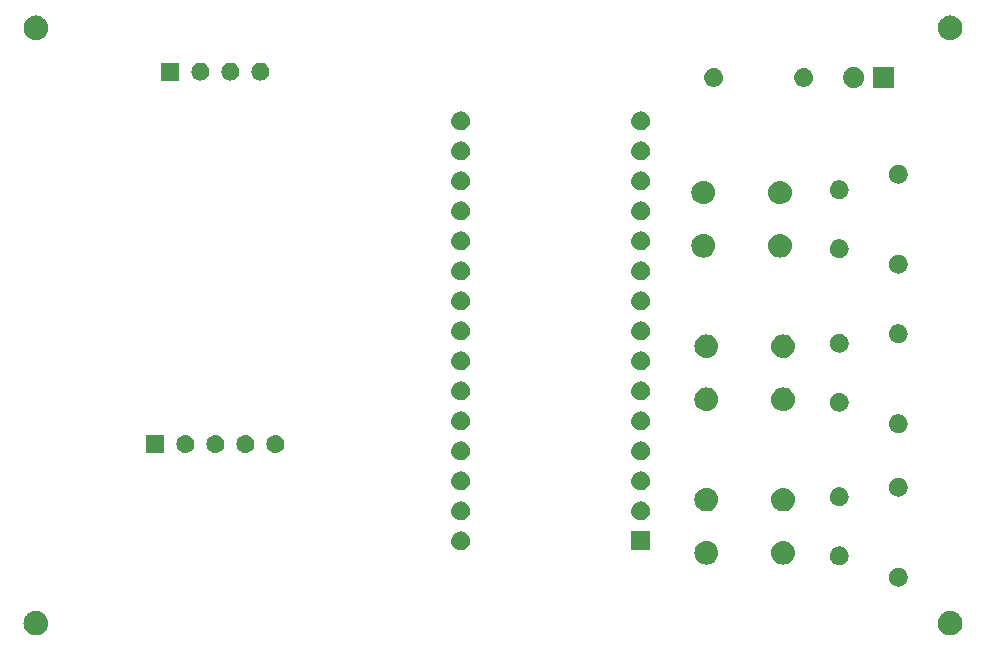
<source format=gts>
G04 #@! TF.GenerationSoftware,KiCad,Pcbnew,8.0.7*
G04 #@! TF.CreationDate,2025-10-04T20:43:22+01:00*
G04 #@! TF.ProjectId,PulseOximeter,50756c73-654f-4786-996d-657465722e6b,rev?*
G04 #@! TF.SameCoordinates,Original*
G04 #@! TF.FileFunction,Soldermask,Top*
G04 #@! TF.FilePolarity,Negative*
%FSLAX46Y46*%
G04 Gerber Fmt 4.6, Leading zero omitted, Abs format (unit mm)*
G04 Created by KiCad (PCBNEW 8.0.7) date 2025-10-04 20:43:22*
%MOMM*%
%LPD*%
G01*
G04 APERTURE LIST*
G04 APERTURE END LIST*
G36*
X90348076Y-124654735D02*
G01*
X90396860Y-124654735D01*
X90451187Y-124664890D01*
X90504845Y-124670175D01*
X90545606Y-124682539D01*
X90587276Y-124690329D01*
X90644985Y-124712685D01*
X90701818Y-124729926D01*
X90734294Y-124747284D01*
X90767910Y-124760308D01*
X90826323Y-124796476D01*
X90883349Y-124826957D01*
X90907306Y-124846618D01*
X90932609Y-124862285D01*
X90988674Y-124913395D01*
X91042462Y-124957538D01*
X91058401Y-124976960D01*
X91075769Y-124992793D01*
X91126187Y-125059557D01*
X91173043Y-125116651D01*
X91182103Y-125133602D01*
X91192509Y-125147381D01*
X91233895Y-125230498D01*
X91270074Y-125298182D01*
X91273933Y-125310905D01*
X91278854Y-125320787D01*
X91307927Y-125422969D01*
X91329825Y-125495155D01*
X91330544Y-125502456D01*
X91331869Y-125507113D01*
X91345653Y-125655868D01*
X91350000Y-125700000D01*
X91345653Y-125744135D01*
X91331869Y-125892886D01*
X91330544Y-125897541D01*
X91329825Y-125904845D01*
X91307923Y-125977045D01*
X91278854Y-126079212D01*
X91273934Y-126089092D01*
X91270074Y-126101818D01*
X91233888Y-126169515D01*
X91192509Y-126252618D01*
X91182105Y-126266394D01*
X91173043Y-126283349D01*
X91126177Y-126340454D01*
X91075769Y-126407206D01*
X91058405Y-126423035D01*
X91042462Y-126442462D01*
X90988663Y-126486613D01*
X90932609Y-126537714D01*
X90907311Y-126553377D01*
X90883349Y-126573043D01*
X90826312Y-126603530D01*
X90767910Y-126639691D01*
X90734300Y-126652711D01*
X90701818Y-126670074D01*
X90644973Y-126687317D01*
X90587276Y-126709670D01*
X90545613Y-126717458D01*
X90504845Y-126729825D01*
X90451184Y-126735109D01*
X90396860Y-126745265D01*
X90348076Y-126745265D01*
X90300000Y-126750000D01*
X90251924Y-126745265D01*
X90203140Y-126745265D01*
X90148814Y-126735109D01*
X90095155Y-126729825D01*
X90054388Y-126717458D01*
X90012723Y-126709670D01*
X89955022Y-126687316D01*
X89898182Y-126670074D01*
X89865701Y-126652712D01*
X89832089Y-126639691D01*
X89773680Y-126603526D01*
X89716651Y-126573043D01*
X89692691Y-126553380D01*
X89667390Y-126537714D01*
X89611326Y-126486605D01*
X89557538Y-126442462D01*
X89541597Y-126423038D01*
X89524230Y-126407206D01*
X89473809Y-126340438D01*
X89426957Y-126283349D01*
X89417896Y-126266398D01*
X89407490Y-126252618D01*
X89366096Y-126169488D01*
X89329926Y-126101818D01*
X89326067Y-126089097D01*
X89321145Y-126079212D01*
X89292060Y-125976992D01*
X89270175Y-125904845D01*
X89269456Y-125897547D01*
X89268130Y-125892886D01*
X89254329Y-125743963D01*
X89250000Y-125700000D01*
X89254329Y-125656039D01*
X89268130Y-125507113D01*
X89269456Y-125502451D01*
X89270175Y-125495155D01*
X89292056Y-125423022D01*
X89321145Y-125320787D01*
X89326067Y-125310900D01*
X89329926Y-125298182D01*
X89366089Y-125230525D01*
X89407490Y-125147381D01*
X89417898Y-125133597D01*
X89426957Y-125116651D01*
X89473800Y-125059572D01*
X89524230Y-124992793D01*
X89541601Y-124976957D01*
X89557538Y-124957538D01*
X89611315Y-124913403D01*
X89667390Y-124862285D01*
X89692696Y-124846615D01*
X89716651Y-124826957D01*
X89773668Y-124796480D01*
X89832089Y-124760308D01*
X89865708Y-124747283D01*
X89898182Y-124729926D01*
X89955010Y-124712687D01*
X90012723Y-124690329D01*
X90054394Y-124682539D01*
X90095155Y-124670175D01*
X90148811Y-124664890D01*
X90203140Y-124654735D01*
X90251924Y-124654735D01*
X90300000Y-124650000D01*
X90348076Y-124654735D01*
G37*
G36*
X167748076Y-124654735D02*
G01*
X167796860Y-124654735D01*
X167851187Y-124664890D01*
X167904845Y-124670175D01*
X167945606Y-124682539D01*
X167987276Y-124690329D01*
X168044985Y-124712685D01*
X168101818Y-124729926D01*
X168134294Y-124747284D01*
X168167910Y-124760308D01*
X168226323Y-124796476D01*
X168283349Y-124826957D01*
X168307306Y-124846618D01*
X168332609Y-124862285D01*
X168388674Y-124913395D01*
X168442462Y-124957538D01*
X168458401Y-124976960D01*
X168475769Y-124992793D01*
X168526187Y-125059557D01*
X168573043Y-125116651D01*
X168582103Y-125133602D01*
X168592509Y-125147381D01*
X168633895Y-125230498D01*
X168670074Y-125298182D01*
X168673933Y-125310905D01*
X168678854Y-125320787D01*
X168707927Y-125422969D01*
X168729825Y-125495155D01*
X168730544Y-125502456D01*
X168731869Y-125507113D01*
X168745653Y-125655868D01*
X168750000Y-125700000D01*
X168745653Y-125744135D01*
X168731869Y-125892886D01*
X168730544Y-125897541D01*
X168729825Y-125904845D01*
X168707923Y-125977045D01*
X168678854Y-126079212D01*
X168673934Y-126089092D01*
X168670074Y-126101818D01*
X168633888Y-126169515D01*
X168592509Y-126252618D01*
X168582105Y-126266394D01*
X168573043Y-126283349D01*
X168526177Y-126340454D01*
X168475769Y-126407206D01*
X168458405Y-126423035D01*
X168442462Y-126442462D01*
X168388663Y-126486613D01*
X168332609Y-126537714D01*
X168307311Y-126553377D01*
X168283349Y-126573043D01*
X168226312Y-126603530D01*
X168167910Y-126639691D01*
X168134300Y-126652711D01*
X168101818Y-126670074D01*
X168044973Y-126687317D01*
X167987276Y-126709670D01*
X167945613Y-126717458D01*
X167904845Y-126729825D01*
X167851184Y-126735109D01*
X167796860Y-126745265D01*
X167748076Y-126745265D01*
X167700000Y-126750000D01*
X167651924Y-126745265D01*
X167603140Y-126745265D01*
X167548814Y-126735109D01*
X167495155Y-126729825D01*
X167454388Y-126717458D01*
X167412723Y-126709670D01*
X167355022Y-126687316D01*
X167298182Y-126670074D01*
X167265701Y-126652712D01*
X167232089Y-126639691D01*
X167173680Y-126603526D01*
X167116651Y-126573043D01*
X167092691Y-126553380D01*
X167067390Y-126537714D01*
X167011326Y-126486605D01*
X166957538Y-126442462D01*
X166941597Y-126423038D01*
X166924230Y-126407206D01*
X166873809Y-126340438D01*
X166826957Y-126283349D01*
X166817896Y-126266398D01*
X166807490Y-126252618D01*
X166766096Y-126169488D01*
X166729926Y-126101818D01*
X166726067Y-126089097D01*
X166721145Y-126079212D01*
X166692060Y-125976992D01*
X166670175Y-125904845D01*
X166669456Y-125897547D01*
X166668130Y-125892886D01*
X166654329Y-125743963D01*
X166650000Y-125700000D01*
X166654329Y-125656039D01*
X166668130Y-125507113D01*
X166669456Y-125502451D01*
X166670175Y-125495155D01*
X166692056Y-125423022D01*
X166721145Y-125320787D01*
X166726067Y-125310900D01*
X166729926Y-125298182D01*
X166766089Y-125230525D01*
X166807490Y-125147381D01*
X166817898Y-125133597D01*
X166826957Y-125116651D01*
X166873800Y-125059572D01*
X166924230Y-124992793D01*
X166941601Y-124976957D01*
X166957538Y-124957538D01*
X167011315Y-124913403D01*
X167067390Y-124862285D01*
X167092696Y-124846615D01*
X167116651Y-124826957D01*
X167173668Y-124796480D01*
X167232089Y-124760308D01*
X167265708Y-124747283D01*
X167298182Y-124729926D01*
X167355010Y-124712687D01*
X167412723Y-124690329D01*
X167454394Y-124682539D01*
X167495155Y-124670175D01*
X167548811Y-124664890D01*
X167603140Y-124654735D01*
X167651924Y-124654735D01*
X167700000Y-124650000D01*
X167748076Y-124654735D01*
G37*
G36*
X163351811Y-121014711D02*
G01*
X163393588Y-121014711D01*
X163440718Y-121024728D01*
X163488017Y-121030058D01*
X163522408Y-121042092D01*
X163557110Y-121049468D01*
X163607117Y-121071733D01*
X163657107Y-121089225D01*
X163683128Y-121105575D01*
X163709835Y-121117466D01*
X163759633Y-121153646D01*
X163808792Y-121184535D01*
X163826444Y-121202187D01*
X163845084Y-121215730D01*
X163891165Y-121266908D01*
X163935465Y-121311208D01*
X163945654Y-121327424D01*
X163956946Y-121339965D01*
X163995573Y-121406870D01*
X164030775Y-121462893D01*
X164035170Y-121475453D01*
X164040535Y-121484746D01*
X164068010Y-121569305D01*
X164089942Y-121631983D01*
X164090773Y-121639363D01*
X164092195Y-121643738D01*
X164105076Y-121766306D01*
X164110000Y-121810000D01*
X164105076Y-121853697D01*
X164092195Y-121976261D01*
X164090773Y-121980635D01*
X164089942Y-121988017D01*
X164068005Y-122050707D01*
X164040535Y-122135253D01*
X164035171Y-122144543D01*
X164030775Y-122157107D01*
X163995566Y-122213140D01*
X163956946Y-122280034D01*
X163945656Y-122292572D01*
X163935465Y-122308792D01*
X163891155Y-122353101D01*
X163845084Y-122404269D01*
X163826448Y-122417808D01*
X163808792Y-122435465D01*
X163759623Y-122466359D01*
X163709835Y-122502533D01*
X163683134Y-122514421D01*
X163657107Y-122530775D01*
X163607107Y-122548270D01*
X163557110Y-122570531D01*
X163522414Y-122577905D01*
X163488017Y-122589942D01*
X163440715Y-122595271D01*
X163393588Y-122605289D01*
X163351811Y-122605289D01*
X163310000Y-122610000D01*
X163268189Y-122605289D01*
X163226412Y-122605289D01*
X163179284Y-122595271D01*
X163131983Y-122589942D01*
X163097586Y-122577906D01*
X163062889Y-122570531D01*
X163012887Y-122548268D01*
X162962893Y-122530775D01*
X162936868Y-122514422D01*
X162910164Y-122502533D01*
X162860369Y-122466355D01*
X162811208Y-122435465D01*
X162793554Y-122417811D01*
X162774915Y-122404269D01*
X162728833Y-122353090D01*
X162684535Y-122308792D01*
X162674345Y-122292575D01*
X162663053Y-122280034D01*
X162624420Y-122213120D01*
X162589225Y-122157107D01*
X162584830Y-122144547D01*
X162579464Y-122135253D01*
X162551980Y-122050667D01*
X162530058Y-121988017D01*
X162529226Y-121980639D01*
X162527804Y-121976261D01*
X162514908Y-121853565D01*
X162510000Y-121810000D01*
X162514908Y-121766438D01*
X162527804Y-121643738D01*
X162529226Y-121639358D01*
X162530058Y-121631983D01*
X162551975Y-121569345D01*
X162579464Y-121484746D01*
X162584831Y-121475449D01*
X162589225Y-121462893D01*
X162624413Y-121406890D01*
X162663053Y-121339965D01*
X162674347Y-121327421D01*
X162684535Y-121311208D01*
X162728826Y-121266916D01*
X162774917Y-121215728D01*
X162793559Y-121202183D01*
X162811208Y-121184535D01*
X162860354Y-121153654D01*
X162910162Y-121117467D01*
X162936873Y-121105574D01*
X162962893Y-121089225D01*
X163012877Y-121071734D01*
X163062889Y-121049468D01*
X163097592Y-121042091D01*
X163131983Y-121030058D01*
X163179281Y-121024728D01*
X163226412Y-121014711D01*
X163268189Y-121014711D01*
X163310000Y-121010000D01*
X163351811Y-121014711D01*
G37*
G36*
X158351811Y-119204711D02*
G01*
X158393588Y-119204711D01*
X158440718Y-119214728D01*
X158488017Y-119220058D01*
X158522408Y-119232092D01*
X158557110Y-119239468D01*
X158607117Y-119261733D01*
X158657107Y-119279225D01*
X158683128Y-119295575D01*
X158709835Y-119307466D01*
X158759633Y-119343646D01*
X158808792Y-119374535D01*
X158826444Y-119392187D01*
X158845084Y-119405730D01*
X158891165Y-119456908D01*
X158935465Y-119501208D01*
X158945654Y-119517424D01*
X158956946Y-119529965D01*
X158995573Y-119596870D01*
X159030775Y-119652893D01*
X159035170Y-119665453D01*
X159040535Y-119674746D01*
X159068010Y-119759305D01*
X159089942Y-119821983D01*
X159090773Y-119829363D01*
X159092195Y-119833738D01*
X159105076Y-119956306D01*
X159110000Y-120000000D01*
X159105076Y-120043697D01*
X159092195Y-120166261D01*
X159090773Y-120170635D01*
X159089942Y-120178017D01*
X159068005Y-120240707D01*
X159040535Y-120325253D01*
X159035171Y-120334543D01*
X159030775Y-120347107D01*
X158995566Y-120403140D01*
X158956946Y-120470034D01*
X158945656Y-120482572D01*
X158935465Y-120498792D01*
X158891155Y-120543101D01*
X158845084Y-120594269D01*
X158826448Y-120607808D01*
X158808792Y-120625465D01*
X158759623Y-120656359D01*
X158709835Y-120692533D01*
X158683134Y-120704421D01*
X158657107Y-120720775D01*
X158607107Y-120738270D01*
X158557110Y-120760531D01*
X158522414Y-120767905D01*
X158488017Y-120779942D01*
X158440715Y-120785271D01*
X158393588Y-120795289D01*
X158351811Y-120795289D01*
X158310000Y-120800000D01*
X158268189Y-120795289D01*
X158226412Y-120795289D01*
X158179284Y-120785271D01*
X158131983Y-120779942D01*
X158097586Y-120767906D01*
X158062889Y-120760531D01*
X158012887Y-120738268D01*
X157962893Y-120720775D01*
X157936868Y-120704422D01*
X157910164Y-120692533D01*
X157860369Y-120656355D01*
X157811208Y-120625465D01*
X157793554Y-120607811D01*
X157774915Y-120594269D01*
X157728833Y-120543090D01*
X157684535Y-120498792D01*
X157674345Y-120482575D01*
X157663053Y-120470034D01*
X157624420Y-120403120D01*
X157589225Y-120347107D01*
X157584830Y-120334547D01*
X157579464Y-120325253D01*
X157551980Y-120240667D01*
X157530058Y-120178017D01*
X157529226Y-120170639D01*
X157527804Y-120166261D01*
X157514908Y-120043565D01*
X157510000Y-120000000D01*
X157514908Y-119956438D01*
X157527804Y-119833738D01*
X157529226Y-119829358D01*
X157530058Y-119821983D01*
X157551975Y-119759345D01*
X157579464Y-119674746D01*
X157584831Y-119665449D01*
X157589225Y-119652893D01*
X157624413Y-119596890D01*
X157663053Y-119529965D01*
X157674347Y-119517421D01*
X157684535Y-119501208D01*
X157728826Y-119456916D01*
X157774917Y-119405728D01*
X157793559Y-119392183D01*
X157811208Y-119374535D01*
X157860354Y-119343654D01*
X157910162Y-119307467D01*
X157936873Y-119295574D01*
X157962893Y-119279225D01*
X158012877Y-119261734D01*
X158062889Y-119239468D01*
X158097592Y-119232091D01*
X158131983Y-119220058D01*
X158179281Y-119214728D01*
X158226412Y-119204711D01*
X158268189Y-119204711D01*
X158310000Y-119200000D01*
X158351811Y-119204711D01*
G37*
G36*
X147255090Y-118769215D02*
G01*
X147442683Y-118826120D01*
X147615570Y-118918530D01*
X147767107Y-119042893D01*
X147891470Y-119194430D01*
X147983880Y-119367317D01*
X148040785Y-119554910D01*
X148060000Y-119750000D01*
X148040785Y-119945090D01*
X147983880Y-120132683D01*
X147891470Y-120305570D01*
X147767107Y-120457107D01*
X147615570Y-120581470D01*
X147442683Y-120673880D01*
X147255090Y-120730785D01*
X147060000Y-120750000D01*
X146864910Y-120730785D01*
X146677317Y-120673880D01*
X146504430Y-120581470D01*
X146352893Y-120457107D01*
X146228530Y-120305570D01*
X146136120Y-120132683D01*
X146079215Y-119945090D01*
X146060000Y-119750000D01*
X146079215Y-119554910D01*
X146136120Y-119367317D01*
X146228530Y-119194430D01*
X146352893Y-119042893D01*
X146504430Y-118918530D01*
X146677317Y-118826120D01*
X146864910Y-118769215D01*
X147060000Y-118750000D01*
X147255090Y-118769215D01*
G37*
G36*
X153755090Y-118769215D02*
G01*
X153942683Y-118826120D01*
X154115570Y-118918530D01*
X154267107Y-119042893D01*
X154391470Y-119194430D01*
X154483880Y-119367317D01*
X154540785Y-119554910D01*
X154560000Y-119750000D01*
X154540785Y-119945090D01*
X154483880Y-120132683D01*
X154391470Y-120305570D01*
X154267107Y-120457107D01*
X154115570Y-120581470D01*
X153942683Y-120673880D01*
X153755090Y-120730785D01*
X153560000Y-120750000D01*
X153364910Y-120730785D01*
X153177317Y-120673880D01*
X153004430Y-120581470D01*
X152852893Y-120457107D01*
X152728530Y-120305570D01*
X152636120Y-120132683D01*
X152579215Y-119945090D01*
X152560000Y-119750000D01*
X152579215Y-119554910D01*
X152636120Y-119367317D01*
X152728530Y-119194430D01*
X152852893Y-119042893D01*
X153004430Y-118918530D01*
X153177317Y-118826120D01*
X153364910Y-118769215D01*
X153560000Y-118750000D01*
X153755090Y-118769215D01*
G37*
G36*
X126301811Y-117944711D02*
G01*
X126343588Y-117944711D01*
X126390718Y-117954728D01*
X126438017Y-117960058D01*
X126472408Y-117972092D01*
X126507110Y-117979468D01*
X126557117Y-118001733D01*
X126607107Y-118019225D01*
X126633128Y-118035575D01*
X126659835Y-118047466D01*
X126709633Y-118083646D01*
X126758792Y-118114535D01*
X126776444Y-118132187D01*
X126795084Y-118145730D01*
X126841165Y-118196908D01*
X126885465Y-118241208D01*
X126895654Y-118257424D01*
X126906946Y-118269965D01*
X126945573Y-118336870D01*
X126980775Y-118392893D01*
X126985170Y-118405453D01*
X126990535Y-118414746D01*
X127018010Y-118499305D01*
X127039942Y-118561983D01*
X127040773Y-118569363D01*
X127042195Y-118573738D01*
X127055076Y-118696306D01*
X127060000Y-118740000D01*
X127055076Y-118783697D01*
X127042195Y-118906261D01*
X127040773Y-118910635D01*
X127039942Y-118918017D01*
X127018005Y-118980707D01*
X126990535Y-119065253D01*
X126985171Y-119074543D01*
X126980775Y-119087107D01*
X126945566Y-119143140D01*
X126906946Y-119210034D01*
X126895656Y-119222572D01*
X126885465Y-119238792D01*
X126841155Y-119283101D01*
X126795084Y-119334269D01*
X126776448Y-119347808D01*
X126758792Y-119365465D01*
X126709623Y-119396359D01*
X126659835Y-119432533D01*
X126633134Y-119444421D01*
X126607107Y-119460775D01*
X126557107Y-119478270D01*
X126507110Y-119500531D01*
X126472414Y-119507905D01*
X126438017Y-119519942D01*
X126390715Y-119525271D01*
X126343588Y-119535289D01*
X126301811Y-119535289D01*
X126260000Y-119540000D01*
X126218189Y-119535289D01*
X126176412Y-119535289D01*
X126129284Y-119525271D01*
X126081983Y-119519942D01*
X126047586Y-119507906D01*
X126012889Y-119500531D01*
X125962887Y-119478268D01*
X125912893Y-119460775D01*
X125886868Y-119444422D01*
X125860164Y-119432533D01*
X125810369Y-119396355D01*
X125761208Y-119365465D01*
X125743554Y-119347811D01*
X125724915Y-119334269D01*
X125678833Y-119283090D01*
X125634535Y-119238792D01*
X125624345Y-119222575D01*
X125613053Y-119210034D01*
X125574420Y-119143120D01*
X125539225Y-119087107D01*
X125534830Y-119074547D01*
X125529464Y-119065253D01*
X125501980Y-118980667D01*
X125480058Y-118918017D01*
X125479226Y-118910639D01*
X125477804Y-118906261D01*
X125464908Y-118783565D01*
X125460000Y-118740000D01*
X125464908Y-118696438D01*
X125477804Y-118573738D01*
X125479226Y-118569358D01*
X125480058Y-118561983D01*
X125501975Y-118499345D01*
X125529464Y-118414746D01*
X125534831Y-118405449D01*
X125539225Y-118392893D01*
X125574413Y-118336890D01*
X125613053Y-118269965D01*
X125624347Y-118257421D01*
X125634535Y-118241208D01*
X125678826Y-118196916D01*
X125724917Y-118145728D01*
X125743559Y-118132183D01*
X125761208Y-118114535D01*
X125810354Y-118083654D01*
X125860162Y-118047467D01*
X125886873Y-118035574D01*
X125912893Y-118019225D01*
X125962877Y-118001734D01*
X126012889Y-117979468D01*
X126047592Y-117972091D01*
X126081983Y-117960058D01*
X126129281Y-117954728D01*
X126176412Y-117944711D01*
X126218189Y-117944711D01*
X126260000Y-117940000D01*
X126301811Y-117944711D01*
G37*
G36*
X142300000Y-119540000D02*
G01*
X140700000Y-119540000D01*
X140700000Y-117940000D01*
X142300000Y-117940000D01*
X142300000Y-119540000D01*
G37*
G36*
X126301811Y-115404711D02*
G01*
X126343588Y-115404711D01*
X126390718Y-115414728D01*
X126438017Y-115420058D01*
X126472408Y-115432092D01*
X126507110Y-115439468D01*
X126557117Y-115461733D01*
X126607107Y-115479225D01*
X126633128Y-115495575D01*
X126659835Y-115507466D01*
X126709633Y-115543646D01*
X126758792Y-115574535D01*
X126776444Y-115592187D01*
X126795084Y-115605730D01*
X126841165Y-115656908D01*
X126885465Y-115701208D01*
X126895654Y-115717424D01*
X126906946Y-115729965D01*
X126945573Y-115796870D01*
X126980775Y-115852893D01*
X126985170Y-115865453D01*
X126990535Y-115874746D01*
X127018010Y-115959305D01*
X127039942Y-116021983D01*
X127040773Y-116029363D01*
X127042195Y-116033738D01*
X127055076Y-116156306D01*
X127060000Y-116200000D01*
X127055076Y-116243697D01*
X127042195Y-116366261D01*
X127040773Y-116370635D01*
X127039942Y-116378017D01*
X127018005Y-116440707D01*
X126990535Y-116525253D01*
X126985171Y-116534543D01*
X126980775Y-116547107D01*
X126945566Y-116603140D01*
X126906946Y-116670034D01*
X126895656Y-116682572D01*
X126885465Y-116698792D01*
X126841155Y-116743101D01*
X126795084Y-116794269D01*
X126776448Y-116807808D01*
X126758792Y-116825465D01*
X126709623Y-116856359D01*
X126659835Y-116892533D01*
X126633134Y-116904421D01*
X126607107Y-116920775D01*
X126557107Y-116938270D01*
X126507110Y-116960531D01*
X126472414Y-116967905D01*
X126438017Y-116979942D01*
X126390715Y-116985271D01*
X126343588Y-116995289D01*
X126301811Y-116995289D01*
X126260000Y-117000000D01*
X126218189Y-116995289D01*
X126176412Y-116995289D01*
X126129284Y-116985271D01*
X126081983Y-116979942D01*
X126047586Y-116967906D01*
X126012889Y-116960531D01*
X125962887Y-116938268D01*
X125912893Y-116920775D01*
X125886868Y-116904422D01*
X125860164Y-116892533D01*
X125810369Y-116856355D01*
X125761208Y-116825465D01*
X125743554Y-116807811D01*
X125724915Y-116794269D01*
X125678833Y-116743090D01*
X125634535Y-116698792D01*
X125624345Y-116682575D01*
X125613053Y-116670034D01*
X125574420Y-116603120D01*
X125539225Y-116547107D01*
X125534830Y-116534547D01*
X125529464Y-116525253D01*
X125501980Y-116440667D01*
X125480058Y-116378017D01*
X125479226Y-116370639D01*
X125477804Y-116366261D01*
X125464908Y-116243565D01*
X125460000Y-116200000D01*
X125464908Y-116156438D01*
X125477804Y-116033738D01*
X125479226Y-116029358D01*
X125480058Y-116021983D01*
X125501975Y-115959345D01*
X125529464Y-115874746D01*
X125534831Y-115865449D01*
X125539225Y-115852893D01*
X125574413Y-115796890D01*
X125613053Y-115729965D01*
X125624347Y-115717421D01*
X125634535Y-115701208D01*
X125678826Y-115656916D01*
X125724917Y-115605728D01*
X125743559Y-115592183D01*
X125761208Y-115574535D01*
X125810354Y-115543654D01*
X125860162Y-115507467D01*
X125886873Y-115495574D01*
X125912893Y-115479225D01*
X125962877Y-115461734D01*
X126012889Y-115439468D01*
X126047592Y-115432091D01*
X126081983Y-115420058D01*
X126129281Y-115414728D01*
X126176412Y-115404711D01*
X126218189Y-115404711D01*
X126260000Y-115400000D01*
X126301811Y-115404711D01*
G37*
G36*
X141541811Y-115404711D02*
G01*
X141583588Y-115404711D01*
X141630718Y-115414728D01*
X141678017Y-115420058D01*
X141712408Y-115432092D01*
X141747110Y-115439468D01*
X141797117Y-115461733D01*
X141847107Y-115479225D01*
X141873128Y-115495575D01*
X141899835Y-115507466D01*
X141949633Y-115543646D01*
X141998792Y-115574535D01*
X142016444Y-115592187D01*
X142035084Y-115605730D01*
X142081165Y-115656908D01*
X142125465Y-115701208D01*
X142135654Y-115717424D01*
X142146946Y-115729965D01*
X142185573Y-115796870D01*
X142220775Y-115852893D01*
X142225170Y-115865453D01*
X142230535Y-115874746D01*
X142258010Y-115959305D01*
X142279942Y-116021983D01*
X142280773Y-116029363D01*
X142282195Y-116033738D01*
X142295076Y-116156306D01*
X142300000Y-116200000D01*
X142295076Y-116243697D01*
X142282195Y-116366261D01*
X142280773Y-116370635D01*
X142279942Y-116378017D01*
X142258005Y-116440707D01*
X142230535Y-116525253D01*
X142225171Y-116534543D01*
X142220775Y-116547107D01*
X142185566Y-116603140D01*
X142146946Y-116670034D01*
X142135656Y-116682572D01*
X142125465Y-116698792D01*
X142081155Y-116743101D01*
X142035084Y-116794269D01*
X142016448Y-116807808D01*
X141998792Y-116825465D01*
X141949623Y-116856359D01*
X141899835Y-116892533D01*
X141873134Y-116904421D01*
X141847107Y-116920775D01*
X141797107Y-116938270D01*
X141747110Y-116960531D01*
X141712414Y-116967905D01*
X141678017Y-116979942D01*
X141630715Y-116985271D01*
X141583588Y-116995289D01*
X141541811Y-116995289D01*
X141500000Y-117000000D01*
X141458189Y-116995289D01*
X141416412Y-116995289D01*
X141369284Y-116985271D01*
X141321983Y-116979942D01*
X141287586Y-116967906D01*
X141252889Y-116960531D01*
X141202887Y-116938268D01*
X141152893Y-116920775D01*
X141126868Y-116904422D01*
X141100164Y-116892533D01*
X141050369Y-116856355D01*
X141001208Y-116825465D01*
X140983554Y-116807811D01*
X140964915Y-116794269D01*
X140918833Y-116743090D01*
X140874535Y-116698792D01*
X140864345Y-116682575D01*
X140853053Y-116670034D01*
X140814420Y-116603120D01*
X140779225Y-116547107D01*
X140774830Y-116534547D01*
X140769464Y-116525253D01*
X140741980Y-116440667D01*
X140720058Y-116378017D01*
X140719226Y-116370639D01*
X140717804Y-116366261D01*
X140704908Y-116243565D01*
X140700000Y-116200000D01*
X140704908Y-116156438D01*
X140717804Y-116033738D01*
X140719226Y-116029358D01*
X140720058Y-116021983D01*
X140741975Y-115959345D01*
X140769464Y-115874746D01*
X140774831Y-115865449D01*
X140779225Y-115852893D01*
X140814413Y-115796890D01*
X140853053Y-115729965D01*
X140864347Y-115717421D01*
X140874535Y-115701208D01*
X140918826Y-115656916D01*
X140964917Y-115605728D01*
X140983559Y-115592183D01*
X141001208Y-115574535D01*
X141050354Y-115543654D01*
X141100162Y-115507467D01*
X141126873Y-115495574D01*
X141152893Y-115479225D01*
X141202877Y-115461734D01*
X141252889Y-115439468D01*
X141287592Y-115432091D01*
X141321983Y-115420058D01*
X141369281Y-115414728D01*
X141416412Y-115404711D01*
X141458189Y-115404711D01*
X141500000Y-115400000D01*
X141541811Y-115404711D01*
G37*
G36*
X147255090Y-114269215D02*
G01*
X147442683Y-114326120D01*
X147615570Y-114418530D01*
X147767107Y-114542893D01*
X147891470Y-114694430D01*
X147983880Y-114867317D01*
X148040785Y-115054910D01*
X148060000Y-115250000D01*
X148040785Y-115445090D01*
X147983880Y-115632683D01*
X147891470Y-115805570D01*
X147767107Y-115957107D01*
X147615570Y-116081470D01*
X147442683Y-116173880D01*
X147255090Y-116230785D01*
X147060000Y-116250000D01*
X146864910Y-116230785D01*
X146677317Y-116173880D01*
X146504430Y-116081470D01*
X146352893Y-115957107D01*
X146228530Y-115805570D01*
X146136120Y-115632683D01*
X146079215Y-115445090D01*
X146060000Y-115250000D01*
X146079215Y-115054910D01*
X146136120Y-114867317D01*
X146228530Y-114694430D01*
X146352893Y-114542893D01*
X146504430Y-114418530D01*
X146677317Y-114326120D01*
X146864910Y-114269215D01*
X147060000Y-114250000D01*
X147255090Y-114269215D01*
G37*
G36*
X153755090Y-114269215D02*
G01*
X153942683Y-114326120D01*
X154115570Y-114418530D01*
X154267107Y-114542893D01*
X154391470Y-114694430D01*
X154483880Y-114867317D01*
X154540785Y-115054910D01*
X154560000Y-115250000D01*
X154540785Y-115445090D01*
X154483880Y-115632683D01*
X154391470Y-115805570D01*
X154267107Y-115957107D01*
X154115570Y-116081470D01*
X153942683Y-116173880D01*
X153755090Y-116230785D01*
X153560000Y-116250000D01*
X153364910Y-116230785D01*
X153177317Y-116173880D01*
X153004430Y-116081470D01*
X152852893Y-115957107D01*
X152728530Y-115805570D01*
X152636120Y-115632683D01*
X152579215Y-115445090D01*
X152560000Y-115250000D01*
X152579215Y-115054910D01*
X152636120Y-114867317D01*
X152728530Y-114694430D01*
X152852893Y-114542893D01*
X153004430Y-114418530D01*
X153177317Y-114326120D01*
X153364910Y-114269215D01*
X153560000Y-114250000D01*
X153755090Y-114269215D01*
G37*
G36*
X158351811Y-114204711D02*
G01*
X158393588Y-114204711D01*
X158440718Y-114214728D01*
X158488017Y-114220058D01*
X158522408Y-114232092D01*
X158557110Y-114239468D01*
X158607117Y-114261733D01*
X158657107Y-114279225D01*
X158683128Y-114295575D01*
X158709835Y-114307466D01*
X158759633Y-114343646D01*
X158808792Y-114374535D01*
X158826444Y-114392187D01*
X158845084Y-114405730D01*
X158891165Y-114456908D01*
X158935465Y-114501208D01*
X158945654Y-114517424D01*
X158956946Y-114529965D01*
X158995573Y-114596870D01*
X159030775Y-114652893D01*
X159035170Y-114665453D01*
X159040535Y-114674746D01*
X159068010Y-114759305D01*
X159089942Y-114821983D01*
X159090773Y-114829363D01*
X159092195Y-114833738D01*
X159105076Y-114956306D01*
X159110000Y-115000000D01*
X159105076Y-115043697D01*
X159092195Y-115166261D01*
X159090773Y-115170635D01*
X159089942Y-115178017D01*
X159068005Y-115240707D01*
X159040535Y-115325253D01*
X159035171Y-115334543D01*
X159030775Y-115347107D01*
X158995566Y-115403140D01*
X158956946Y-115470034D01*
X158945656Y-115482572D01*
X158935465Y-115498792D01*
X158891155Y-115543101D01*
X158845084Y-115594269D01*
X158826448Y-115607808D01*
X158808792Y-115625465D01*
X158759623Y-115656359D01*
X158709835Y-115692533D01*
X158683134Y-115704421D01*
X158657107Y-115720775D01*
X158607107Y-115738270D01*
X158557110Y-115760531D01*
X158522414Y-115767905D01*
X158488017Y-115779942D01*
X158440715Y-115785271D01*
X158393588Y-115795289D01*
X158351811Y-115795289D01*
X158310000Y-115800000D01*
X158268189Y-115795289D01*
X158226412Y-115795289D01*
X158179284Y-115785271D01*
X158131983Y-115779942D01*
X158097586Y-115767906D01*
X158062889Y-115760531D01*
X158012887Y-115738268D01*
X157962893Y-115720775D01*
X157936868Y-115704422D01*
X157910164Y-115692533D01*
X157860369Y-115656355D01*
X157811208Y-115625465D01*
X157793554Y-115607811D01*
X157774915Y-115594269D01*
X157728833Y-115543090D01*
X157684535Y-115498792D01*
X157674345Y-115482575D01*
X157663053Y-115470034D01*
X157624420Y-115403120D01*
X157589225Y-115347107D01*
X157584830Y-115334547D01*
X157579464Y-115325253D01*
X157551980Y-115240667D01*
X157530058Y-115178017D01*
X157529226Y-115170639D01*
X157527804Y-115166261D01*
X157514908Y-115043565D01*
X157510000Y-115000000D01*
X157514908Y-114956438D01*
X157527804Y-114833738D01*
X157529226Y-114829358D01*
X157530058Y-114821983D01*
X157551975Y-114759345D01*
X157579464Y-114674746D01*
X157584831Y-114665449D01*
X157589225Y-114652893D01*
X157624413Y-114596890D01*
X157663053Y-114529965D01*
X157674347Y-114517421D01*
X157684535Y-114501208D01*
X157728826Y-114456916D01*
X157774917Y-114405728D01*
X157793559Y-114392183D01*
X157811208Y-114374535D01*
X157860354Y-114343654D01*
X157910162Y-114307467D01*
X157936873Y-114295574D01*
X157962893Y-114279225D01*
X158012877Y-114261734D01*
X158062889Y-114239468D01*
X158097592Y-114232091D01*
X158131983Y-114220058D01*
X158179281Y-114214728D01*
X158226412Y-114204711D01*
X158268189Y-114204711D01*
X158310000Y-114200000D01*
X158351811Y-114204711D01*
G37*
G36*
X163351811Y-113394711D02*
G01*
X163393588Y-113394711D01*
X163440718Y-113404728D01*
X163488017Y-113410058D01*
X163522408Y-113422092D01*
X163557110Y-113429468D01*
X163607117Y-113451733D01*
X163657107Y-113469225D01*
X163683128Y-113485575D01*
X163709835Y-113497466D01*
X163759633Y-113533646D01*
X163808792Y-113564535D01*
X163826444Y-113582187D01*
X163845084Y-113595730D01*
X163891165Y-113646908D01*
X163935465Y-113691208D01*
X163945654Y-113707424D01*
X163956946Y-113719965D01*
X163995573Y-113786870D01*
X164030775Y-113842893D01*
X164035170Y-113855453D01*
X164040535Y-113864746D01*
X164068010Y-113949305D01*
X164089942Y-114011983D01*
X164090773Y-114019363D01*
X164092195Y-114023738D01*
X164105076Y-114146306D01*
X164110000Y-114190000D01*
X164105076Y-114233697D01*
X164092195Y-114356261D01*
X164090773Y-114360635D01*
X164089942Y-114368017D01*
X164068005Y-114430707D01*
X164040535Y-114515253D01*
X164035171Y-114524543D01*
X164030775Y-114537107D01*
X163995566Y-114593140D01*
X163956946Y-114660034D01*
X163945656Y-114672572D01*
X163935465Y-114688792D01*
X163891155Y-114733101D01*
X163845084Y-114784269D01*
X163826448Y-114797808D01*
X163808792Y-114815465D01*
X163759623Y-114846359D01*
X163709835Y-114882533D01*
X163683134Y-114894421D01*
X163657107Y-114910775D01*
X163607107Y-114928270D01*
X163557110Y-114950531D01*
X163522414Y-114957905D01*
X163488017Y-114969942D01*
X163440715Y-114975271D01*
X163393588Y-114985289D01*
X163351811Y-114985289D01*
X163310000Y-114990000D01*
X163268189Y-114985289D01*
X163226412Y-114985289D01*
X163179284Y-114975271D01*
X163131983Y-114969942D01*
X163097586Y-114957906D01*
X163062889Y-114950531D01*
X163012887Y-114928268D01*
X162962893Y-114910775D01*
X162936868Y-114894422D01*
X162910164Y-114882533D01*
X162860369Y-114846355D01*
X162811208Y-114815465D01*
X162793554Y-114797811D01*
X162774915Y-114784269D01*
X162728833Y-114733090D01*
X162684535Y-114688792D01*
X162674345Y-114672575D01*
X162663053Y-114660034D01*
X162624420Y-114593120D01*
X162589225Y-114537107D01*
X162584830Y-114524547D01*
X162579464Y-114515253D01*
X162551980Y-114430667D01*
X162530058Y-114368017D01*
X162529226Y-114360639D01*
X162527804Y-114356261D01*
X162514908Y-114233565D01*
X162510000Y-114190000D01*
X162514908Y-114146438D01*
X162527804Y-114023738D01*
X162529226Y-114019358D01*
X162530058Y-114011983D01*
X162551975Y-113949345D01*
X162579464Y-113864746D01*
X162584831Y-113855449D01*
X162589225Y-113842893D01*
X162624413Y-113786890D01*
X162663053Y-113719965D01*
X162674347Y-113707421D01*
X162684535Y-113691208D01*
X162728826Y-113646916D01*
X162774917Y-113595728D01*
X162793559Y-113582183D01*
X162811208Y-113564535D01*
X162860354Y-113533654D01*
X162910162Y-113497467D01*
X162936873Y-113485574D01*
X162962893Y-113469225D01*
X163012877Y-113451734D01*
X163062889Y-113429468D01*
X163097592Y-113422091D01*
X163131983Y-113410058D01*
X163179281Y-113404728D01*
X163226412Y-113394711D01*
X163268189Y-113394711D01*
X163310000Y-113390000D01*
X163351811Y-113394711D01*
G37*
G36*
X126301811Y-112864711D02*
G01*
X126343588Y-112864711D01*
X126390718Y-112874728D01*
X126438017Y-112880058D01*
X126472408Y-112892092D01*
X126507110Y-112899468D01*
X126557117Y-112921733D01*
X126607107Y-112939225D01*
X126633128Y-112955575D01*
X126659835Y-112967466D01*
X126709633Y-113003646D01*
X126758792Y-113034535D01*
X126776444Y-113052187D01*
X126795084Y-113065730D01*
X126841165Y-113116908D01*
X126885465Y-113161208D01*
X126895654Y-113177424D01*
X126906946Y-113189965D01*
X126945573Y-113256870D01*
X126980775Y-113312893D01*
X126985170Y-113325453D01*
X126990535Y-113334746D01*
X127018010Y-113419305D01*
X127039942Y-113481983D01*
X127040773Y-113489363D01*
X127042195Y-113493738D01*
X127055076Y-113616306D01*
X127060000Y-113660000D01*
X127055076Y-113703697D01*
X127042195Y-113826261D01*
X127040773Y-113830635D01*
X127039942Y-113838017D01*
X127018005Y-113900707D01*
X126990535Y-113985253D01*
X126985171Y-113994543D01*
X126980775Y-114007107D01*
X126945566Y-114063140D01*
X126906946Y-114130034D01*
X126895656Y-114142572D01*
X126885465Y-114158792D01*
X126841155Y-114203101D01*
X126795084Y-114254269D01*
X126776448Y-114267808D01*
X126758792Y-114285465D01*
X126709623Y-114316359D01*
X126659835Y-114352533D01*
X126633134Y-114364421D01*
X126607107Y-114380775D01*
X126557107Y-114398270D01*
X126507110Y-114420531D01*
X126472414Y-114427905D01*
X126438017Y-114439942D01*
X126390715Y-114445271D01*
X126343588Y-114455289D01*
X126301811Y-114455289D01*
X126260000Y-114460000D01*
X126218189Y-114455289D01*
X126176412Y-114455289D01*
X126129284Y-114445271D01*
X126081983Y-114439942D01*
X126047586Y-114427906D01*
X126012889Y-114420531D01*
X125962887Y-114398268D01*
X125912893Y-114380775D01*
X125886868Y-114364422D01*
X125860164Y-114352533D01*
X125810369Y-114316355D01*
X125761208Y-114285465D01*
X125743554Y-114267811D01*
X125724915Y-114254269D01*
X125678833Y-114203090D01*
X125634535Y-114158792D01*
X125624345Y-114142575D01*
X125613053Y-114130034D01*
X125574420Y-114063120D01*
X125539225Y-114007107D01*
X125534830Y-113994547D01*
X125529464Y-113985253D01*
X125501980Y-113900667D01*
X125480058Y-113838017D01*
X125479226Y-113830639D01*
X125477804Y-113826261D01*
X125464908Y-113703565D01*
X125460000Y-113660000D01*
X125464908Y-113616438D01*
X125477804Y-113493738D01*
X125479226Y-113489358D01*
X125480058Y-113481983D01*
X125501975Y-113419345D01*
X125529464Y-113334746D01*
X125534831Y-113325449D01*
X125539225Y-113312893D01*
X125574413Y-113256890D01*
X125613053Y-113189965D01*
X125624347Y-113177421D01*
X125634535Y-113161208D01*
X125678826Y-113116916D01*
X125724917Y-113065728D01*
X125743559Y-113052183D01*
X125761208Y-113034535D01*
X125810354Y-113003654D01*
X125860162Y-112967467D01*
X125886873Y-112955574D01*
X125912893Y-112939225D01*
X125962877Y-112921734D01*
X126012889Y-112899468D01*
X126047592Y-112892091D01*
X126081983Y-112880058D01*
X126129281Y-112874728D01*
X126176412Y-112864711D01*
X126218189Y-112864711D01*
X126260000Y-112860000D01*
X126301811Y-112864711D01*
G37*
G36*
X141541811Y-112864711D02*
G01*
X141583588Y-112864711D01*
X141630718Y-112874728D01*
X141678017Y-112880058D01*
X141712408Y-112892092D01*
X141747110Y-112899468D01*
X141797117Y-112921733D01*
X141847107Y-112939225D01*
X141873128Y-112955575D01*
X141899835Y-112967466D01*
X141949633Y-113003646D01*
X141998792Y-113034535D01*
X142016444Y-113052187D01*
X142035084Y-113065730D01*
X142081165Y-113116908D01*
X142125465Y-113161208D01*
X142135654Y-113177424D01*
X142146946Y-113189965D01*
X142185573Y-113256870D01*
X142220775Y-113312893D01*
X142225170Y-113325453D01*
X142230535Y-113334746D01*
X142258010Y-113419305D01*
X142279942Y-113481983D01*
X142280773Y-113489363D01*
X142282195Y-113493738D01*
X142295076Y-113616306D01*
X142300000Y-113660000D01*
X142295076Y-113703697D01*
X142282195Y-113826261D01*
X142280773Y-113830635D01*
X142279942Y-113838017D01*
X142258005Y-113900707D01*
X142230535Y-113985253D01*
X142225171Y-113994543D01*
X142220775Y-114007107D01*
X142185566Y-114063140D01*
X142146946Y-114130034D01*
X142135656Y-114142572D01*
X142125465Y-114158792D01*
X142081155Y-114203101D01*
X142035084Y-114254269D01*
X142016448Y-114267808D01*
X141998792Y-114285465D01*
X141949623Y-114316359D01*
X141899835Y-114352533D01*
X141873134Y-114364421D01*
X141847107Y-114380775D01*
X141797107Y-114398270D01*
X141747110Y-114420531D01*
X141712414Y-114427905D01*
X141678017Y-114439942D01*
X141630715Y-114445271D01*
X141583588Y-114455289D01*
X141541811Y-114455289D01*
X141500000Y-114460000D01*
X141458189Y-114455289D01*
X141416412Y-114455289D01*
X141369284Y-114445271D01*
X141321983Y-114439942D01*
X141287586Y-114427906D01*
X141252889Y-114420531D01*
X141202887Y-114398268D01*
X141152893Y-114380775D01*
X141126868Y-114364422D01*
X141100164Y-114352533D01*
X141050369Y-114316355D01*
X141001208Y-114285465D01*
X140983554Y-114267811D01*
X140964915Y-114254269D01*
X140918833Y-114203090D01*
X140874535Y-114158792D01*
X140864345Y-114142575D01*
X140853053Y-114130034D01*
X140814420Y-114063120D01*
X140779225Y-114007107D01*
X140774830Y-113994547D01*
X140769464Y-113985253D01*
X140741980Y-113900667D01*
X140720058Y-113838017D01*
X140719226Y-113830639D01*
X140717804Y-113826261D01*
X140704908Y-113703565D01*
X140700000Y-113660000D01*
X140704908Y-113616438D01*
X140717804Y-113493738D01*
X140719226Y-113489358D01*
X140720058Y-113481983D01*
X140741975Y-113419345D01*
X140769464Y-113334746D01*
X140774831Y-113325449D01*
X140779225Y-113312893D01*
X140814413Y-113256890D01*
X140853053Y-113189965D01*
X140864347Y-113177421D01*
X140874535Y-113161208D01*
X140918826Y-113116916D01*
X140964917Y-113065728D01*
X140983559Y-113052183D01*
X141001208Y-113034535D01*
X141050354Y-113003654D01*
X141100162Y-112967467D01*
X141126873Y-112955574D01*
X141152893Y-112939225D01*
X141202877Y-112921734D01*
X141252889Y-112899468D01*
X141287592Y-112892091D01*
X141321983Y-112880058D01*
X141369281Y-112874728D01*
X141416412Y-112864711D01*
X141458189Y-112864711D01*
X141500000Y-112860000D01*
X141541811Y-112864711D01*
G37*
G36*
X126301811Y-110324711D02*
G01*
X126343588Y-110324711D01*
X126390718Y-110334728D01*
X126438017Y-110340058D01*
X126472408Y-110352092D01*
X126507110Y-110359468D01*
X126557117Y-110381733D01*
X126607107Y-110399225D01*
X126633128Y-110415575D01*
X126659835Y-110427466D01*
X126709633Y-110463646D01*
X126758792Y-110494535D01*
X126776444Y-110512187D01*
X126795084Y-110525730D01*
X126841165Y-110576908D01*
X126885465Y-110621208D01*
X126895654Y-110637424D01*
X126906946Y-110649965D01*
X126945573Y-110716870D01*
X126980775Y-110772893D01*
X126985170Y-110785453D01*
X126990535Y-110794746D01*
X127018010Y-110879305D01*
X127039942Y-110941983D01*
X127040773Y-110949363D01*
X127042195Y-110953738D01*
X127055076Y-111076306D01*
X127060000Y-111120000D01*
X127055076Y-111163697D01*
X127042195Y-111286261D01*
X127040773Y-111290635D01*
X127039942Y-111298017D01*
X127018005Y-111360707D01*
X126990535Y-111445253D01*
X126985171Y-111454543D01*
X126980775Y-111467107D01*
X126945566Y-111523140D01*
X126906946Y-111590034D01*
X126895656Y-111602572D01*
X126885465Y-111618792D01*
X126841155Y-111663101D01*
X126795084Y-111714269D01*
X126776448Y-111727808D01*
X126758792Y-111745465D01*
X126709623Y-111776359D01*
X126659835Y-111812533D01*
X126633134Y-111824421D01*
X126607107Y-111840775D01*
X126557107Y-111858270D01*
X126507110Y-111880531D01*
X126472414Y-111887905D01*
X126438017Y-111899942D01*
X126390715Y-111905271D01*
X126343588Y-111915289D01*
X126301811Y-111915289D01*
X126260000Y-111920000D01*
X126218189Y-111915289D01*
X126176412Y-111915289D01*
X126129284Y-111905271D01*
X126081983Y-111899942D01*
X126047586Y-111887906D01*
X126012889Y-111880531D01*
X125962887Y-111858268D01*
X125912893Y-111840775D01*
X125886868Y-111824422D01*
X125860164Y-111812533D01*
X125810369Y-111776355D01*
X125761208Y-111745465D01*
X125743554Y-111727811D01*
X125724915Y-111714269D01*
X125678833Y-111663090D01*
X125634535Y-111618792D01*
X125624345Y-111602575D01*
X125613053Y-111590034D01*
X125574420Y-111523120D01*
X125539225Y-111467107D01*
X125534830Y-111454547D01*
X125529464Y-111445253D01*
X125501980Y-111360667D01*
X125480058Y-111298017D01*
X125479226Y-111290639D01*
X125477804Y-111286261D01*
X125464908Y-111163565D01*
X125460000Y-111120000D01*
X125464908Y-111076438D01*
X125477804Y-110953738D01*
X125479226Y-110949358D01*
X125480058Y-110941983D01*
X125501975Y-110879345D01*
X125529464Y-110794746D01*
X125534831Y-110785449D01*
X125539225Y-110772893D01*
X125574413Y-110716890D01*
X125613053Y-110649965D01*
X125624347Y-110637421D01*
X125634535Y-110621208D01*
X125678826Y-110576916D01*
X125724917Y-110525728D01*
X125743559Y-110512183D01*
X125761208Y-110494535D01*
X125810354Y-110463654D01*
X125860162Y-110427467D01*
X125886873Y-110415574D01*
X125912893Y-110399225D01*
X125962877Y-110381734D01*
X126012889Y-110359468D01*
X126047592Y-110352091D01*
X126081983Y-110340058D01*
X126129281Y-110334728D01*
X126176412Y-110324711D01*
X126218189Y-110324711D01*
X126260000Y-110320000D01*
X126301811Y-110324711D01*
G37*
G36*
X141541811Y-110324711D02*
G01*
X141583588Y-110324711D01*
X141630718Y-110334728D01*
X141678017Y-110340058D01*
X141712408Y-110352092D01*
X141747110Y-110359468D01*
X141797117Y-110381733D01*
X141847107Y-110399225D01*
X141873128Y-110415575D01*
X141899835Y-110427466D01*
X141949633Y-110463646D01*
X141998792Y-110494535D01*
X142016444Y-110512187D01*
X142035084Y-110525730D01*
X142081165Y-110576908D01*
X142125465Y-110621208D01*
X142135654Y-110637424D01*
X142146946Y-110649965D01*
X142185573Y-110716870D01*
X142220775Y-110772893D01*
X142225170Y-110785453D01*
X142230535Y-110794746D01*
X142258010Y-110879305D01*
X142279942Y-110941983D01*
X142280773Y-110949363D01*
X142282195Y-110953738D01*
X142295076Y-111076306D01*
X142300000Y-111120000D01*
X142295076Y-111163697D01*
X142282195Y-111286261D01*
X142280773Y-111290635D01*
X142279942Y-111298017D01*
X142258005Y-111360707D01*
X142230535Y-111445253D01*
X142225171Y-111454543D01*
X142220775Y-111467107D01*
X142185566Y-111523140D01*
X142146946Y-111590034D01*
X142135656Y-111602572D01*
X142125465Y-111618792D01*
X142081155Y-111663101D01*
X142035084Y-111714269D01*
X142016448Y-111727808D01*
X141998792Y-111745465D01*
X141949623Y-111776359D01*
X141899835Y-111812533D01*
X141873134Y-111824421D01*
X141847107Y-111840775D01*
X141797107Y-111858270D01*
X141747110Y-111880531D01*
X141712414Y-111887905D01*
X141678017Y-111899942D01*
X141630715Y-111905271D01*
X141583588Y-111915289D01*
X141541811Y-111915289D01*
X141500000Y-111920000D01*
X141458189Y-111915289D01*
X141416412Y-111915289D01*
X141369284Y-111905271D01*
X141321983Y-111899942D01*
X141287586Y-111887906D01*
X141252889Y-111880531D01*
X141202887Y-111858268D01*
X141152893Y-111840775D01*
X141126868Y-111824422D01*
X141100164Y-111812533D01*
X141050369Y-111776355D01*
X141001208Y-111745465D01*
X140983554Y-111727811D01*
X140964915Y-111714269D01*
X140918833Y-111663090D01*
X140874535Y-111618792D01*
X140864345Y-111602575D01*
X140853053Y-111590034D01*
X140814420Y-111523120D01*
X140779225Y-111467107D01*
X140774830Y-111454547D01*
X140769464Y-111445253D01*
X140741980Y-111360667D01*
X140720058Y-111298017D01*
X140719226Y-111290639D01*
X140717804Y-111286261D01*
X140704908Y-111163565D01*
X140700000Y-111120000D01*
X140704908Y-111076438D01*
X140717804Y-110953738D01*
X140719226Y-110949358D01*
X140720058Y-110941983D01*
X140741975Y-110879345D01*
X140769464Y-110794746D01*
X140774831Y-110785449D01*
X140779225Y-110772893D01*
X140814413Y-110716890D01*
X140853053Y-110649965D01*
X140864347Y-110637421D01*
X140874535Y-110621208D01*
X140918826Y-110576916D01*
X140964917Y-110525728D01*
X140983559Y-110512183D01*
X141001208Y-110494535D01*
X141050354Y-110463654D01*
X141100162Y-110427467D01*
X141126873Y-110415574D01*
X141152893Y-110399225D01*
X141202877Y-110381734D01*
X141252889Y-110359468D01*
X141287592Y-110352091D01*
X141321983Y-110340058D01*
X141369281Y-110334728D01*
X141416412Y-110324711D01*
X141458189Y-110324711D01*
X141500000Y-110320000D01*
X141541811Y-110324711D01*
G37*
G36*
X101182000Y-111292000D02*
G01*
X99658000Y-111292000D01*
X99658000Y-109768000D01*
X101182000Y-109768000D01*
X101182000Y-111292000D01*
G37*
G36*
X103129561Y-109787105D02*
G01*
X103290619Y-109843462D01*
X103435099Y-109934244D01*
X103555756Y-110054901D01*
X103646538Y-110199381D01*
X103702895Y-110360439D01*
X103722000Y-110530000D01*
X103702895Y-110699561D01*
X103646538Y-110860619D01*
X103555756Y-111005099D01*
X103435099Y-111125756D01*
X103290619Y-111216538D01*
X103129561Y-111272895D01*
X102960000Y-111292000D01*
X102790439Y-111272895D01*
X102629381Y-111216538D01*
X102484901Y-111125756D01*
X102364244Y-111005099D01*
X102273462Y-110860619D01*
X102217105Y-110699561D01*
X102198000Y-110530000D01*
X102217105Y-110360439D01*
X102273462Y-110199381D01*
X102364244Y-110054901D01*
X102484901Y-109934244D01*
X102629381Y-109843462D01*
X102790439Y-109787105D01*
X102960000Y-109768000D01*
X103129561Y-109787105D01*
G37*
G36*
X105669561Y-109787105D02*
G01*
X105830619Y-109843462D01*
X105975099Y-109934244D01*
X106095756Y-110054901D01*
X106186538Y-110199381D01*
X106242895Y-110360439D01*
X106262000Y-110530000D01*
X106242895Y-110699561D01*
X106186538Y-110860619D01*
X106095756Y-111005099D01*
X105975099Y-111125756D01*
X105830619Y-111216538D01*
X105669561Y-111272895D01*
X105500000Y-111292000D01*
X105330439Y-111272895D01*
X105169381Y-111216538D01*
X105024901Y-111125756D01*
X104904244Y-111005099D01*
X104813462Y-110860619D01*
X104757105Y-110699561D01*
X104738000Y-110530000D01*
X104757105Y-110360439D01*
X104813462Y-110199381D01*
X104904244Y-110054901D01*
X105024901Y-109934244D01*
X105169381Y-109843462D01*
X105330439Y-109787105D01*
X105500000Y-109768000D01*
X105669561Y-109787105D01*
G37*
G36*
X108209561Y-109787105D02*
G01*
X108370619Y-109843462D01*
X108515099Y-109934244D01*
X108635756Y-110054901D01*
X108726538Y-110199381D01*
X108782895Y-110360439D01*
X108802000Y-110530000D01*
X108782895Y-110699561D01*
X108726538Y-110860619D01*
X108635756Y-111005099D01*
X108515099Y-111125756D01*
X108370619Y-111216538D01*
X108209561Y-111272895D01*
X108040000Y-111292000D01*
X107870439Y-111272895D01*
X107709381Y-111216538D01*
X107564901Y-111125756D01*
X107444244Y-111005099D01*
X107353462Y-110860619D01*
X107297105Y-110699561D01*
X107278000Y-110530000D01*
X107297105Y-110360439D01*
X107353462Y-110199381D01*
X107444244Y-110054901D01*
X107564901Y-109934244D01*
X107709381Y-109843462D01*
X107870439Y-109787105D01*
X108040000Y-109768000D01*
X108209561Y-109787105D01*
G37*
G36*
X110749561Y-109787105D02*
G01*
X110910619Y-109843462D01*
X111055099Y-109934244D01*
X111175756Y-110054901D01*
X111266538Y-110199381D01*
X111322895Y-110360439D01*
X111342000Y-110530000D01*
X111322895Y-110699561D01*
X111266538Y-110860619D01*
X111175756Y-111005099D01*
X111055099Y-111125756D01*
X110910619Y-111216538D01*
X110749561Y-111272895D01*
X110580000Y-111292000D01*
X110410439Y-111272895D01*
X110249381Y-111216538D01*
X110104901Y-111125756D01*
X109984244Y-111005099D01*
X109893462Y-110860619D01*
X109837105Y-110699561D01*
X109818000Y-110530000D01*
X109837105Y-110360439D01*
X109893462Y-110199381D01*
X109984244Y-110054901D01*
X110104901Y-109934244D01*
X110249381Y-109843462D01*
X110410439Y-109787105D01*
X110580000Y-109768000D01*
X110749561Y-109787105D01*
G37*
G36*
X163351811Y-108014711D02*
G01*
X163393588Y-108014711D01*
X163440718Y-108024728D01*
X163488017Y-108030058D01*
X163522408Y-108042092D01*
X163557110Y-108049468D01*
X163607117Y-108071733D01*
X163657107Y-108089225D01*
X163683128Y-108105575D01*
X163709835Y-108117466D01*
X163759633Y-108153646D01*
X163808792Y-108184535D01*
X163826444Y-108202187D01*
X163845084Y-108215730D01*
X163891165Y-108266908D01*
X163935465Y-108311208D01*
X163945654Y-108327424D01*
X163956946Y-108339965D01*
X163995573Y-108406870D01*
X164030775Y-108462893D01*
X164035170Y-108475453D01*
X164040535Y-108484746D01*
X164068010Y-108569305D01*
X164089942Y-108631983D01*
X164090773Y-108639363D01*
X164092195Y-108643738D01*
X164105076Y-108766306D01*
X164110000Y-108810000D01*
X164105076Y-108853697D01*
X164092195Y-108976261D01*
X164090773Y-108980635D01*
X164089942Y-108988017D01*
X164068005Y-109050707D01*
X164040535Y-109135253D01*
X164035171Y-109144543D01*
X164030775Y-109157107D01*
X163995566Y-109213140D01*
X163956946Y-109280034D01*
X163945656Y-109292572D01*
X163935465Y-109308792D01*
X163891155Y-109353101D01*
X163845084Y-109404269D01*
X163826448Y-109417808D01*
X163808792Y-109435465D01*
X163759623Y-109466359D01*
X163709835Y-109502533D01*
X163683134Y-109514421D01*
X163657107Y-109530775D01*
X163607107Y-109548270D01*
X163557110Y-109570531D01*
X163522414Y-109577905D01*
X163488017Y-109589942D01*
X163440715Y-109595271D01*
X163393588Y-109605289D01*
X163351811Y-109605289D01*
X163310000Y-109610000D01*
X163268189Y-109605289D01*
X163226412Y-109605289D01*
X163179284Y-109595271D01*
X163131983Y-109589942D01*
X163097586Y-109577906D01*
X163062889Y-109570531D01*
X163012887Y-109548268D01*
X162962893Y-109530775D01*
X162936868Y-109514422D01*
X162910164Y-109502533D01*
X162860369Y-109466355D01*
X162811208Y-109435465D01*
X162793554Y-109417811D01*
X162774915Y-109404269D01*
X162728833Y-109353090D01*
X162684535Y-109308792D01*
X162674345Y-109292575D01*
X162663053Y-109280034D01*
X162624420Y-109213120D01*
X162589225Y-109157107D01*
X162584830Y-109144547D01*
X162579464Y-109135253D01*
X162551980Y-109050667D01*
X162530058Y-108988017D01*
X162529226Y-108980639D01*
X162527804Y-108976261D01*
X162514908Y-108853565D01*
X162510000Y-108810000D01*
X162514908Y-108766438D01*
X162527804Y-108643738D01*
X162529226Y-108639358D01*
X162530058Y-108631983D01*
X162551975Y-108569345D01*
X162579464Y-108484746D01*
X162584831Y-108475449D01*
X162589225Y-108462893D01*
X162624413Y-108406890D01*
X162663053Y-108339965D01*
X162674347Y-108327421D01*
X162684535Y-108311208D01*
X162728826Y-108266916D01*
X162774917Y-108215728D01*
X162793559Y-108202183D01*
X162811208Y-108184535D01*
X162860354Y-108153654D01*
X162910162Y-108117467D01*
X162936873Y-108105574D01*
X162962893Y-108089225D01*
X163012877Y-108071734D01*
X163062889Y-108049468D01*
X163097592Y-108042091D01*
X163131983Y-108030058D01*
X163179281Y-108024728D01*
X163226412Y-108014711D01*
X163268189Y-108014711D01*
X163310000Y-108010000D01*
X163351811Y-108014711D01*
G37*
G36*
X126301811Y-107784711D02*
G01*
X126343588Y-107784711D01*
X126390718Y-107794728D01*
X126438017Y-107800058D01*
X126472408Y-107812092D01*
X126507110Y-107819468D01*
X126557117Y-107841733D01*
X126607107Y-107859225D01*
X126633128Y-107875575D01*
X126659835Y-107887466D01*
X126709633Y-107923646D01*
X126758792Y-107954535D01*
X126776444Y-107972187D01*
X126795084Y-107985730D01*
X126841165Y-108036908D01*
X126885465Y-108081208D01*
X126895654Y-108097424D01*
X126906946Y-108109965D01*
X126945573Y-108176870D01*
X126980775Y-108232893D01*
X126985170Y-108245453D01*
X126990535Y-108254746D01*
X127018010Y-108339305D01*
X127039942Y-108401983D01*
X127040773Y-108409363D01*
X127042195Y-108413738D01*
X127055076Y-108536306D01*
X127060000Y-108580000D01*
X127055076Y-108623697D01*
X127042195Y-108746261D01*
X127040773Y-108750635D01*
X127039942Y-108758017D01*
X127018005Y-108820707D01*
X126990535Y-108905253D01*
X126985171Y-108914543D01*
X126980775Y-108927107D01*
X126945566Y-108983140D01*
X126906946Y-109050034D01*
X126895656Y-109062572D01*
X126885465Y-109078792D01*
X126841155Y-109123101D01*
X126795084Y-109174269D01*
X126776448Y-109187808D01*
X126758792Y-109205465D01*
X126709623Y-109236359D01*
X126659835Y-109272533D01*
X126633134Y-109284421D01*
X126607107Y-109300775D01*
X126557107Y-109318270D01*
X126507110Y-109340531D01*
X126472414Y-109347905D01*
X126438017Y-109359942D01*
X126390715Y-109365271D01*
X126343588Y-109375289D01*
X126301811Y-109375289D01*
X126260000Y-109380000D01*
X126218189Y-109375289D01*
X126176412Y-109375289D01*
X126129284Y-109365271D01*
X126081983Y-109359942D01*
X126047586Y-109347906D01*
X126012889Y-109340531D01*
X125962887Y-109318268D01*
X125912893Y-109300775D01*
X125886868Y-109284422D01*
X125860164Y-109272533D01*
X125810369Y-109236355D01*
X125761208Y-109205465D01*
X125743554Y-109187811D01*
X125724915Y-109174269D01*
X125678833Y-109123090D01*
X125634535Y-109078792D01*
X125624345Y-109062575D01*
X125613053Y-109050034D01*
X125574420Y-108983120D01*
X125539225Y-108927107D01*
X125534830Y-108914547D01*
X125529464Y-108905253D01*
X125501980Y-108820667D01*
X125480058Y-108758017D01*
X125479226Y-108750639D01*
X125477804Y-108746261D01*
X125464908Y-108623565D01*
X125460000Y-108580000D01*
X125464908Y-108536438D01*
X125477804Y-108413738D01*
X125479226Y-108409358D01*
X125480058Y-108401983D01*
X125501975Y-108339345D01*
X125529464Y-108254746D01*
X125534831Y-108245449D01*
X125539225Y-108232893D01*
X125574413Y-108176890D01*
X125613053Y-108109965D01*
X125624347Y-108097421D01*
X125634535Y-108081208D01*
X125678826Y-108036916D01*
X125724917Y-107985728D01*
X125743559Y-107972183D01*
X125761208Y-107954535D01*
X125810354Y-107923654D01*
X125860162Y-107887467D01*
X125886873Y-107875574D01*
X125912893Y-107859225D01*
X125962877Y-107841734D01*
X126012889Y-107819468D01*
X126047592Y-107812091D01*
X126081983Y-107800058D01*
X126129281Y-107794728D01*
X126176412Y-107784711D01*
X126218189Y-107784711D01*
X126260000Y-107780000D01*
X126301811Y-107784711D01*
G37*
G36*
X141541811Y-107784711D02*
G01*
X141583588Y-107784711D01*
X141630718Y-107794728D01*
X141678017Y-107800058D01*
X141712408Y-107812092D01*
X141747110Y-107819468D01*
X141797117Y-107841733D01*
X141847107Y-107859225D01*
X141873128Y-107875575D01*
X141899835Y-107887466D01*
X141949633Y-107923646D01*
X141998792Y-107954535D01*
X142016444Y-107972187D01*
X142035084Y-107985730D01*
X142081165Y-108036908D01*
X142125465Y-108081208D01*
X142135654Y-108097424D01*
X142146946Y-108109965D01*
X142185573Y-108176870D01*
X142220775Y-108232893D01*
X142225170Y-108245453D01*
X142230535Y-108254746D01*
X142258010Y-108339305D01*
X142279942Y-108401983D01*
X142280773Y-108409363D01*
X142282195Y-108413738D01*
X142295076Y-108536306D01*
X142300000Y-108580000D01*
X142295076Y-108623697D01*
X142282195Y-108746261D01*
X142280773Y-108750635D01*
X142279942Y-108758017D01*
X142258005Y-108820707D01*
X142230535Y-108905253D01*
X142225171Y-108914543D01*
X142220775Y-108927107D01*
X142185566Y-108983140D01*
X142146946Y-109050034D01*
X142135656Y-109062572D01*
X142125465Y-109078792D01*
X142081155Y-109123101D01*
X142035084Y-109174269D01*
X142016448Y-109187808D01*
X141998792Y-109205465D01*
X141949623Y-109236359D01*
X141899835Y-109272533D01*
X141873134Y-109284421D01*
X141847107Y-109300775D01*
X141797107Y-109318270D01*
X141747110Y-109340531D01*
X141712414Y-109347905D01*
X141678017Y-109359942D01*
X141630715Y-109365271D01*
X141583588Y-109375289D01*
X141541811Y-109375289D01*
X141500000Y-109380000D01*
X141458189Y-109375289D01*
X141416412Y-109375289D01*
X141369284Y-109365271D01*
X141321983Y-109359942D01*
X141287586Y-109347906D01*
X141252889Y-109340531D01*
X141202887Y-109318268D01*
X141152893Y-109300775D01*
X141126868Y-109284422D01*
X141100164Y-109272533D01*
X141050369Y-109236355D01*
X141001208Y-109205465D01*
X140983554Y-109187811D01*
X140964915Y-109174269D01*
X140918833Y-109123090D01*
X140874535Y-109078792D01*
X140864345Y-109062575D01*
X140853053Y-109050034D01*
X140814420Y-108983120D01*
X140779225Y-108927107D01*
X140774830Y-108914547D01*
X140769464Y-108905253D01*
X140741980Y-108820667D01*
X140720058Y-108758017D01*
X140719226Y-108750639D01*
X140717804Y-108746261D01*
X140704908Y-108623565D01*
X140700000Y-108580000D01*
X140704908Y-108536438D01*
X140717804Y-108413738D01*
X140719226Y-108409358D01*
X140720058Y-108401983D01*
X140741975Y-108339345D01*
X140769464Y-108254746D01*
X140774831Y-108245449D01*
X140779225Y-108232893D01*
X140814413Y-108176890D01*
X140853053Y-108109965D01*
X140864347Y-108097421D01*
X140874535Y-108081208D01*
X140918826Y-108036916D01*
X140964917Y-107985728D01*
X140983559Y-107972183D01*
X141001208Y-107954535D01*
X141050354Y-107923654D01*
X141100162Y-107887467D01*
X141126873Y-107875574D01*
X141152893Y-107859225D01*
X141202877Y-107841734D01*
X141252889Y-107819468D01*
X141287592Y-107812091D01*
X141321983Y-107800058D01*
X141369281Y-107794728D01*
X141416412Y-107784711D01*
X141458189Y-107784711D01*
X141500000Y-107780000D01*
X141541811Y-107784711D01*
G37*
G36*
X158351811Y-106204711D02*
G01*
X158393588Y-106204711D01*
X158440718Y-106214728D01*
X158488017Y-106220058D01*
X158522408Y-106232092D01*
X158557110Y-106239468D01*
X158607117Y-106261733D01*
X158657107Y-106279225D01*
X158683128Y-106295575D01*
X158709835Y-106307466D01*
X158759633Y-106343646D01*
X158808792Y-106374535D01*
X158826444Y-106392187D01*
X158845084Y-106405730D01*
X158891165Y-106456908D01*
X158935465Y-106501208D01*
X158945654Y-106517424D01*
X158956946Y-106529965D01*
X158995573Y-106596870D01*
X159030775Y-106652893D01*
X159035170Y-106665453D01*
X159040535Y-106674746D01*
X159068010Y-106759305D01*
X159089942Y-106821983D01*
X159090773Y-106829363D01*
X159092195Y-106833738D01*
X159105076Y-106956306D01*
X159110000Y-107000000D01*
X159105076Y-107043697D01*
X159092195Y-107166261D01*
X159090773Y-107170635D01*
X159089942Y-107178017D01*
X159068005Y-107240707D01*
X159040535Y-107325253D01*
X159035171Y-107334543D01*
X159030775Y-107347107D01*
X158995566Y-107403140D01*
X158956946Y-107470034D01*
X158945656Y-107482572D01*
X158935465Y-107498792D01*
X158891155Y-107543101D01*
X158845084Y-107594269D01*
X158826448Y-107607808D01*
X158808792Y-107625465D01*
X158759623Y-107656359D01*
X158709835Y-107692533D01*
X158683134Y-107704421D01*
X158657107Y-107720775D01*
X158607107Y-107738270D01*
X158557110Y-107760531D01*
X158522414Y-107767905D01*
X158488017Y-107779942D01*
X158440715Y-107785271D01*
X158393588Y-107795289D01*
X158351811Y-107795289D01*
X158310000Y-107800000D01*
X158268189Y-107795289D01*
X158226412Y-107795289D01*
X158179284Y-107785271D01*
X158131983Y-107779942D01*
X158097586Y-107767906D01*
X158062889Y-107760531D01*
X158012887Y-107738268D01*
X157962893Y-107720775D01*
X157936868Y-107704422D01*
X157910164Y-107692533D01*
X157860369Y-107656355D01*
X157811208Y-107625465D01*
X157793554Y-107607811D01*
X157774915Y-107594269D01*
X157728833Y-107543090D01*
X157684535Y-107498792D01*
X157674345Y-107482575D01*
X157663053Y-107470034D01*
X157624420Y-107403120D01*
X157589225Y-107347107D01*
X157584830Y-107334547D01*
X157579464Y-107325253D01*
X157551980Y-107240667D01*
X157530058Y-107178017D01*
X157529226Y-107170639D01*
X157527804Y-107166261D01*
X157514908Y-107043565D01*
X157510000Y-107000000D01*
X157514908Y-106956438D01*
X157527804Y-106833738D01*
X157529226Y-106829358D01*
X157530058Y-106821983D01*
X157551975Y-106759345D01*
X157579464Y-106674746D01*
X157584831Y-106665449D01*
X157589225Y-106652893D01*
X157624413Y-106596890D01*
X157663053Y-106529965D01*
X157674347Y-106517421D01*
X157684535Y-106501208D01*
X157728826Y-106456916D01*
X157774917Y-106405728D01*
X157793559Y-106392183D01*
X157811208Y-106374535D01*
X157860354Y-106343654D01*
X157910162Y-106307467D01*
X157936873Y-106295574D01*
X157962893Y-106279225D01*
X158012877Y-106261734D01*
X158062889Y-106239468D01*
X158097592Y-106232091D01*
X158131983Y-106220058D01*
X158179281Y-106214728D01*
X158226412Y-106204711D01*
X158268189Y-106204711D01*
X158310000Y-106200000D01*
X158351811Y-106204711D01*
G37*
G36*
X147255090Y-105769215D02*
G01*
X147442683Y-105826120D01*
X147615570Y-105918530D01*
X147767107Y-106042893D01*
X147891470Y-106194430D01*
X147983880Y-106367317D01*
X148040785Y-106554910D01*
X148060000Y-106750000D01*
X148040785Y-106945090D01*
X147983880Y-107132683D01*
X147891470Y-107305570D01*
X147767107Y-107457107D01*
X147615570Y-107581470D01*
X147442683Y-107673880D01*
X147255090Y-107730785D01*
X147060000Y-107750000D01*
X146864910Y-107730785D01*
X146677317Y-107673880D01*
X146504430Y-107581470D01*
X146352893Y-107457107D01*
X146228530Y-107305570D01*
X146136120Y-107132683D01*
X146079215Y-106945090D01*
X146060000Y-106750000D01*
X146079215Y-106554910D01*
X146136120Y-106367317D01*
X146228530Y-106194430D01*
X146352893Y-106042893D01*
X146504430Y-105918530D01*
X146677317Y-105826120D01*
X146864910Y-105769215D01*
X147060000Y-105750000D01*
X147255090Y-105769215D01*
G37*
G36*
X153755090Y-105769215D02*
G01*
X153942683Y-105826120D01*
X154115570Y-105918530D01*
X154267107Y-106042893D01*
X154391470Y-106194430D01*
X154483880Y-106367317D01*
X154540785Y-106554910D01*
X154560000Y-106750000D01*
X154540785Y-106945090D01*
X154483880Y-107132683D01*
X154391470Y-107305570D01*
X154267107Y-107457107D01*
X154115570Y-107581470D01*
X153942683Y-107673880D01*
X153755090Y-107730785D01*
X153560000Y-107750000D01*
X153364910Y-107730785D01*
X153177317Y-107673880D01*
X153004430Y-107581470D01*
X152852893Y-107457107D01*
X152728530Y-107305570D01*
X152636120Y-107132683D01*
X152579215Y-106945090D01*
X152560000Y-106750000D01*
X152579215Y-106554910D01*
X152636120Y-106367317D01*
X152728530Y-106194430D01*
X152852893Y-106042893D01*
X153004430Y-105918530D01*
X153177317Y-105826120D01*
X153364910Y-105769215D01*
X153560000Y-105750000D01*
X153755090Y-105769215D01*
G37*
G36*
X126301811Y-105244711D02*
G01*
X126343588Y-105244711D01*
X126390718Y-105254728D01*
X126438017Y-105260058D01*
X126472408Y-105272092D01*
X126507110Y-105279468D01*
X126557117Y-105301733D01*
X126607107Y-105319225D01*
X126633128Y-105335575D01*
X126659835Y-105347466D01*
X126709633Y-105383646D01*
X126758792Y-105414535D01*
X126776444Y-105432187D01*
X126795084Y-105445730D01*
X126841165Y-105496908D01*
X126885465Y-105541208D01*
X126895654Y-105557424D01*
X126906946Y-105569965D01*
X126945573Y-105636870D01*
X126980775Y-105692893D01*
X126985170Y-105705453D01*
X126990535Y-105714746D01*
X127018010Y-105799305D01*
X127039942Y-105861983D01*
X127040773Y-105869363D01*
X127042195Y-105873738D01*
X127055076Y-105996306D01*
X127060000Y-106040000D01*
X127055076Y-106083697D01*
X127042195Y-106206261D01*
X127040773Y-106210635D01*
X127039942Y-106218017D01*
X127018005Y-106280707D01*
X126990535Y-106365253D01*
X126985171Y-106374543D01*
X126980775Y-106387107D01*
X126945566Y-106443140D01*
X126906946Y-106510034D01*
X126895656Y-106522572D01*
X126885465Y-106538792D01*
X126841155Y-106583101D01*
X126795084Y-106634269D01*
X126776448Y-106647808D01*
X126758792Y-106665465D01*
X126709623Y-106696359D01*
X126659835Y-106732533D01*
X126633134Y-106744421D01*
X126607107Y-106760775D01*
X126557107Y-106778270D01*
X126507110Y-106800531D01*
X126472414Y-106807905D01*
X126438017Y-106819942D01*
X126390715Y-106825271D01*
X126343588Y-106835289D01*
X126301811Y-106835289D01*
X126260000Y-106840000D01*
X126218189Y-106835289D01*
X126176412Y-106835289D01*
X126129284Y-106825271D01*
X126081983Y-106819942D01*
X126047586Y-106807906D01*
X126012889Y-106800531D01*
X125962887Y-106778268D01*
X125912893Y-106760775D01*
X125886868Y-106744422D01*
X125860164Y-106732533D01*
X125810369Y-106696355D01*
X125761208Y-106665465D01*
X125743554Y-106647811D01*
X125724915Y-106634269D01*
X125678833Y-106583090D01*
X125634535Y-106538792D01*
X125624345Y-106522575D01*
X125613053Y-106510034D01*
X125574420Y-106443120D01*
X125539225Y-106387107D01*
X125534830Y-106374547D01*
X125529464Y-106365253D01*
X125501980Y-106280667D01*
X125480058Y-106218017D01*
X125479226Y-106210639D01*
X125477804Y-106206261D01*
X125464908Y-106083565D01*
X125460000Y-106040000D01*
X125464908Y-105996438D01*
X125477804Y-105873738D01*
X125479226Y-105869358D01*
X125480058Y-105861983D01*
X125501975Y-105799345D01*
X125529464Y-105714746D01*
X125534831Y-105705449D01*
X125539225Y-105692893D01*
X125574413Y-105636890D01*
X125613053Y-105569965D01*
X125624347Y-105557421D01*
X125634535Y-105541208D01*
X125678826Y-105496916D01*
X125724917Y-105445728D01*
X125743559Y-105432183D01*
X125761208Y-105414535D01*
X125810354Y-105383654D01*
X125860162Y-105347467D01*
X125886873Y-105335574D01*
X125912893Y-105319225D01*
X125962877Y-105301734D01*
X126012889Y-105279468D01*
X126047592Y-105272091D01*
X126081983Y-105260058D01*
X126129281Y-105254728D01*
X126176412Y-105244711D01*
X126218189Y-105244711D01*
X126260000Y-105240000D01*
X126301811Y-105244711D01*
G37*
G36*
X141541811Y-105244711D02*
G01*
X141583588Y-105244711D01*
X141630718Y-105254728D01*
X141678017Y-105260058D01*
X141712408Y-105272092D01*
X141747110Y-105279468D01*
X141797117Y-105301733D01*
X141847107Y-105319225D01*
X141873128Y-105335575D01*
X141899835Y-105347466D01*
X141949633Y-105383646D01*
X141998792Y-105414535D01*
X142016444Y-105432187D01*
X142035084Y-105445730D01*
X142081165Y-105496908D01*
X142125465Y-105541208D01*
X142135654Y-105557424D01*
X142146946Y-105569965D01*
X142185573Y-105636870D01*
X142220775Y-105692893D01*
X142225170Y-105705453D01*
X142230535Y-105714746D01*
X142258010Y-105799305D01*
X142279942Y-105861983D01*
X142280773Y-105869363D01*
X142282195Y-105873738D01*
X142295076Y-105996306D01*
X142300000Y-106040000D01*
X142295076Y-106083697D01*
X142282195Y-106206261D01*
X142280773Y-106210635D01*
X142279942Y-106218017D01*
X142258005Y-106280707D01*
X142230535Y-106365253D01*
X142225171Y-106374543D01*
X142220775Y-106387107D01*
X142185566Y-106443140D01*
X142146946Y-106510034D01*
X142135656Y-106522572D01*
X142125465Y-106538792D01*
X142081155Y-106583101D01*
X142035084Y-106634269D01*
X142016448Y-106647808D01*
X141998792Y-106665465D01*
X141949623Y-106696359D01*
X141899835Y-106732533D01*
X141873134Y-106744421D01*
X141847107Y-106760775D01*
X141797107Y-106778270D01*
X141747110Y-106800531D01*
X141712414Y-106807905D01*
X141678017Y-106819942D01*
X141630715Y-106825271D01*
X141583588Y-106835289D01*
X141541811Y-106835289D01*
X141500000Y-106840000D01*
X141458189Y-106835289D01*
X141416412Y-106835289D01*
X141369284Y-106825271D01*
X141321983Y-106819942D01*
X141287586Y-106807906D01*
X141252889Y-106800531D01*
X141202887Y-106778268D01*
X141152893Y-106760775D01*
X141126868Y-106744422D01*
X141100164Y-106732533D01*
X141050369Y-106696355D01*
X141001208Y-106665465D01*
X140983554Y-106647811D01*
X140964915Y-106634269D01*
X140918833Y-106583090D01*
X140874535Y-106538792D01*
X140864345Y-106522575D01*
X140853053Y-106510034D01*
X140814420Y-106443120D01*
X140779225Y-106387107D01*
X140774830Y-106374547D01*
X140769464Y-106365253D01*
X140741980Y-106280667D01*
X140720058Y-106218017D01*
X140719226Y-106210639D01*
X140717804Y-106206261D01*
X140704908Y-106083565D01*
X140700000Y-106040000D01*
X140704908Y-105996438D01*
X140717804Y-105873738D01*
X140719226Y-105869358D01*
X140720058Y-105861983D01*
X140741975Y-105799345D01*
X140769464Y-105714746D01*
X140774831Y-105705449D01*
X140779225Y-105692893D01*
X140814413Y-105636890D01*
X140853053Y-105569965D01*
X140864347Y-105557421D01*
X140874535Y-105541208D01*
X140918826Y-105496916D01*
X140964917Y-105445728D01*
X140983559Y-105432183D01*
X141001208Y-105414535D01*
X141050354Y-105383654D01*
X141100162Y-105347467D01*
X141126873Y-105335574D01*
X141152893Y-105319225D01*
X141202877Y-105301734D01*
X141252889Y-105279468D01*
X141287592Y-105272091D01*
X141321983Y-105260058D01*
X141369281Y-105254728D01*
X141416412Y-105244711D01*
X141458189Y-105244711D01*
X141500000Y-105240000D01*
X141541811Y-105244711D01*
G37*
G36*
X126301811Y-102704711D02*
G01*
X126343588Y-102704711D01*
X126390718Y-102714728D01*
X126438017Y-102720058D01*
X126472408Y-102732092D01*
X126507110Y-102739468D01*
X126557117Y-102761733D01*
X126607107Y-102779225D01*
X126633128Y-102795575D01*
X126659835Y-102807466D01*
X126709633Y-102843646D01*
X126758792Y-102874535D01*
X126776444Y-102892187D01*
X126795084Y-102905730D01*
X126841165Y-102956908D01*
X126885465Y-103001208D01*
X126895654Y-103017424D01*
X126906946Y-103029965D01*
X126945573Y-103096870D01*
X126980775Y-103152893D01*
X126985170Y-103165453D01*
X126990535Y-103174746D01*
X127018010Y-103259305D01*
X127039942Y-103321983D01*
X127040773Y-103329363D01*
X127042195Y-103333738D01*
X127055076Y-103456306D01*
X127060000Y-103500000D01*
X127055076Y-103543697D01*
X127042195Y-103666261D01*
X127040773Y-103670635D01*
X127039942Y-103678017D01*
X127018005Y-103740707D01*
X126990535Y-103825253D01*
X126985171Y-103834543D01*
X126980775Y-103847107D01*
X126945566Y-103903140D01*
X126906946Y-103970034D01*
X126895656Y-103982572D01*
X126885465Y-103998792D01*
X126841155Y-104043101D01*
X126795084Y-104094269D01*
X126776448Y-104107808D01*
X126758792Y-104125465D01*
X126709623Y-104156359D01*
X126659835Y-104192533D01*
X126633134Y-104204421D01*
X126607107Y-104220775D01*
X126557107Y-104238270D01*
X126507110Y-104260531D01*
X126472414Y-104267905D01*
X126438017Y-104279942D01*
X126390715Y-104285271D01*
X126343588Y-104295289D01*
X126301811Y-104295289D01*
X126260000Y-104300000D01*
X126218189Y-104295289D01*
X126176412Y-104295289D01*
X126129284Y-104285271D01*
X126081983Y-104279942D01*
X126047586Y-104267906D01*
X126012889Y-104260531D01*
X125962887Y-104238268D01*
X125912893Y-104220775D01*
X125886868Y-104204422D01*
X125860164Y-104192533D01*
X125810369Y-104156355D01*
X125761208Y-104125465D01*
X125743554Y-104107811D01*
X125724915Y-104094269D01*
X125678833Y-104043090D01*
X125634535Y-103998792D01*
X125624345Y-103982575D01*
X125613053Y-103970034D01*
X125574420Y-103903120D01*
X125539225Y-103847107D01*
X125534830Y-103834547D01*
X125529464Y-103825253D01*
X125501980Y-103740667D01*
X125480058Y-103678017D01*
X125479226Y-103670639D01*
X125477804Y-103666261D01*
X125464908Y-103543565D01*
X125460000Y-103500000D01*
X125464908Y-103456438D01*
X125477804Y-103333738D01*
X125479226Y-103329358D01*
X125480058Y-103321983D01*
X125501975Y-103259345D01*
X125529464Y-103174746D01*
X125534831Y-103165449D01*
X125539225Y-103152893D01*
X125574413Y-103096890D01*
X125613053Y-103029965D01*
X125624347Y-103017421D01*
X125634535Y-103001208D01*
X125678826Y-102956916D01*
X125724917Y-102905728D01*
X125743559Y-102892183D01*
X125761208Y-102874535D01*
X125810354Y-102843654D01*
X125860162Y-102807467D01*
X125886873Y-102795574D01*
X125912893Y-102779225D01*
X125962877Y-102761734D01*
X126012889Y-102739468D01*
X126047592Y-102732091D01*
X126081983Y-102720058D01*
X126129281Y-102714728D01*
X126176412Y-102704711D01*
X126218189Y-102704711D01*
X126260000Y-102700000D01*
X126301811Y-102704711D01*
G37*
G36*
X141541811Y-102704711D02*
G01*
X141583588Y-102704711D01*
X141630718Y-102714728D01*
X141678017Y-102720058D01*
X141712408Y-102732092D01*
X141747110Y-102739468D01*
X141797117Y-102761733D01*
X141847107Y-102779225D01*
X141873128Y-102795575D01*
X141899835Y-102807466D01*
X141949633Y-102843646D01*
X141998792Y-102874535D01*
X142016444Y-102892187D01*
X142035084Y-102905730D01*
X142081165Y-102956908D01*
X142125465Y-103001208D01*
X142135654Y-103017424D01*
X142146946Y-103029965D01*
X142185573Y-103096870D01*
X142220775Y-103152893D01*
X142225170Y-103165453D01*
X142230535Y-103174746D01*
X142258010Y-103259305D01*
X142279942Y-103321983D01*
X142280773Y-103329363D01*
X142282195Y-103333738D01*
X142295076Y-103456306D01*
X142300000Y-103500000D01*
X142295076Y-103543697D01*
X142282195Y-103666261D01*
X142280773Y-103670635D01*
X142279942Y-103678017D01*
X142258005Y-103740707D01*
X142230535Y-103825253D01*
X142225171Y-103834543D01*
X142220775Y-103847107D01*
X142185566Y-103903140D01*
X142146946Y-103970034D01*
X142135656Y-103982572D01*
X142125465Y-103998792D01*
X142081155Y-104043101D01*
X142035084Y-104094269D01*
X142016448Y-104107808D01*
X141998792Y-104125465D01*
X141949623Y-104156359D01*
X141899835Y-104192533D01*
X141873134Y-104204421D01*
X141847107Y-104220775D01*
X141797107Y-104238270D01*
X141747110Y-104260531D01*
X141712414Y-104267905D01*
X141678017Y-104279942D01*
X141630715Y-104285271D01*
X141583588Y-104295289D01*
X141541811Y-104295289D01*
X141500000Y-104300000D01*
X141458189Y-104295289D01*
X141416412Y-104295289D01*
X141369284Y-104285271D01*
X141321983Y-104279942D01*
X141287586Y-104267906D01*
X141252889Y-104260531D01*
X141202887Y-104238268D01*
X141152893Y-104220775D01*
X141126868Y-104204422D01*
X141100164Y-104192533D01*
X141050369Y-104156355D01*
X141001208Y-104125465D01*
X140983554Y-104107811D01*
X140964915Y-104094269D01*
X140918833Y-104043090D01*
X140874535Y-103998792D01*
X140864345Y-103982575D01*
X140853053Y-103970034D01*
X140814420Y-103903120D01*
X140779225Y-103847107D01*
X140774830Y-103834547D01*
X140769464Y-103825253D01*
X140741980Y-103740667D01*
X140720058Y-103678017D01*
X140719226Y-103670639D01*
X140717804Y-103666261D01*
X140704908Y-103543565D01*
X140700000Y-103500000D01*
X140704908Y-103456438D01*
X140717804Y-103333738D01*
X140719226Y-103329358D01*
X140720058Y-103321983D01*
X140741975Y-103259345D01*
X140769464Y-103174746D01*
X140774831Y-103165449D01*
X140779225Y-103152893D01*
X140814413Y-103096890D01*
X140853053Y-103029965D01*
X140864347Y-103017421D01*
X140874535Y-103001208D01*
X140918826Y-102956916D01*
X140964917Y-102905728D01*
X140983559Y-102892183D01*
X141001208Y-102874535D01*
X141050354Y-102843654D01*
X141100162Y-102807467D01*
X141126873Y-102795574D01*
X141152893Y-102779225D01*
X141202877Y-102761734D01*
X141252889Y-102739468D01*
X141287592Y-102732091D01*
X141321983Y-102720058D01*
X141369281Y-102714728D01*
X141416412Y-102704711D01*
X141458189Y-102704711D01*
X141500000Y-102700000D01*
X141541811Y-102704711D01*
G37*
G36*
X147255090Y-101269215D02*
G01*
X147442683Y-101326120D01*
X147615570Y-101418530D01*
X147767107Y-101542893D01*
X147891470Y-101694430D01*
X147983880Y-101867317D01*
X148040785Y-102054910D01*
X148060000Y-102250000D01*
X148040785Y-102445090D01*
X147983880Y-102632683D01*
X147891470Y-102805570D01*
X147767107Y-102957107D01*
X147615570Y-103081470D01*
X147442683Y-103173880D01*
X147255090Y-103230785D01*
X147060000Y-103250000D01*
X146864910Y-103230785D01*
X146677317Y-103173880D01*
X146504430Y-103081470D01*
X146352893Y-102957107D01*
X146228530Y-102805570D01*
X146136120Y-102632683D01*
X146079215Y-102445090D01*
X146060000Y-102250000D01*
X146079215Y-102054910D01*
X146136120Y-101867317D01*
X146228530Y-101694430D01*
X146352893Y-101542893D01*
X146504430Y-101418530D01*
X146677317Y-101326120D01*
X146864910Y-101269215D01*
X147060000Y-101250000D01*
X147255090Y-101269215D01*
G37*
G36*
X153755090Y-101269215D02*
G01*
X153942683Y-101326120D01*
X154115570Y-101418530D01*
X154267107Y-101542893D01*
X154391470Y-101694430D01*
X154483880Y-101867317D01*
X154540785Y-102054910D01*
X154560000Y-102250000D01*
X154540785Y-102445090D01*
X154483880Y-102632683D01*
X154391470Y-102805570D01*
X154267107Y-102957107D01*
X154115570Y-103081470D01*
X153942683Y-103173880D01*
X153755090Y-103230785D01*
X153560000Y-103250000D01*
X153364910Y-103230785D01*
X153177317Y-103173880D01*
X153004430Y-103081470D01*
X152852893Y-102957107D01*
X152728530Y-102805570D01*
X152636120Y-102632683D01*
X152579215Y-102445090D01*
X152560000Y-102250000D01*
X152579215Y-102054910D01*
X152636120Y-101867317D01*
X152728530Y-101694430D01*
X152852893Y-101542893D01*
X153004430Y-101418530D01*
X153177317Y-101326120D01*
X153364910Y-101269215D01*
X153560000Y-101250000D01*
X153755090Y-101269215D01*
G37*
G36*
X158351811Y-101204711D02*
G01*
X158393588Y-101204711D01*
X158440718Y-101214728D01*
X158488017Y-101220058D01*
X158522408Y-101232092D01*
X158557110Y-101239468D01*
X158607117Y-101261733D01*
X158657107Y-101279225D01*
X158683128Y-101295575D01*
X158709835Y-101307466D01*
X158759633Y-101343646D01*
X158808792Y-101374535D01*
X158826444Y-101392187D01*
X158845084Y-101405730D01*
X158891165Y-101456908D01*
X158935465Y-101501208D01*
X158945654Y-101517424D01*
X158956946Y-101529965D01*
X158995573Y-101596870D01*
X159030775Y-101652893D01*
X159035170Y-101665453D01*
X159040535Y-101674746D01*
X159068010Y-101759305D01*
X159089942Y-101821983D01*
X159090773Y-101829363D01*
X159092195Y-101833738D01*
X159105076Y-101956306D01*
X159110000Y-102000000D01*
X159105076Y-102043697D01*
X159092195Y-102166261D01*
X159090773Y-102170635D01*
X159089942Y-102178017D01*
X159068005Y-102240707D01*
X159040535Y-102325253D01*
X159035171Y-102334543D01*
X159030775Y-102347107D01*
X158995566Y-102403140D01*
X158956946Y-102470034D01*
X158945656Y-102482572D01*
X158935465Y-102498792D01*
X158891155Y-102543101D01*
X158845084Y-102594269D01*
X158826448Y-102607808D01*
X158808792Y-102625465D01*
X158759623Y-102656359D01*
X158709835Y-102692533D01*
X158683134Y-102704421D01*
X158657107Y-102720775D01*
X158607107Y-102738270D01*
X158557110Y-102760531D01*
X158522414Y-102767905D01*
X158488017Y-102779942D01*
X158440715Y-102785271D01*
X158393588Y-102795289D01*
X158351811Y-102795289D01*
X158310000Y-102800000D01*
X158268189Y-102795289D01*
X158226412Y-102795289D01*
X158179284Y-102785271D01*
X158131983Y-102779942D01*
X158097586Y-102767906D01*
X158062889Y-102760531D01*
X158012887Y-102738268D01*
X157962893Y-102720775D01*
X157936868Y-102704422D01*
X157910164Y-102692533D01*
X157860369Y-102656355D01*
X157811208Y-102625465D01*
X157793554Y-102607811D01*
X157774915Y-102594269D01*
X157728833Y-102543090D01*
X157684535Y-102498792D01*
X157674345Y-102482575D01*
X157663053Y-102470034D01*
X157624420Y-102403120D01*
X157589225Y-102347107D01*
X157584830Y-102334547D01*
X157579464Y-102325253D01*
X157551980Y-102240667D01*
X157530058Y-102178017D01*
X157529226Y-102170639D01*
X157527804Y-102166261D01*
X157514908Y-102043565D01*
X157510000Y-102000000D01*
X157514908Y-101956438D01*
X157527804Y-101833738D01*
X157529226Y-101829358D01*
X157530058Y-101821983D01*
X157551975Y-101759345D01*
X157579464Y-101674746D01*
X157584831Y-101665449D01*
X157589225Y-101652893D01*
X157624413Y-101596890D01*
X157663053Y-101529965D01*
X157674347Y-101517421D01*
X157684535Y-101501208D01*
X157728826Y-101456916D01*
X157774917Y-101405728D01*
X157793559Y-101392183D01*
X157811208Y-101374535D01*
X157860354Y-101343654D01*
X157910162Y-101307467D01*
X157936873Y-101295574D01*
X157962893Y-101279225D01*
X158012877Y-101261734D01*
X158062889Y-101239468D01*
X158097592Y-101232091D01*
X158131983Y-101220058D01*
X158179281Y-101214728D01*
X158226412Y-101204711D01*
X158268189Y-101204711D01*
X158310000Y-101200000D01*
X158351811Y-101204711D01*
G37*
G36*
X163351811Y-100394711D02*
G01*
X163393588Y-100394711D01*
X163440718Y-100404728D01*
X163488017Y-100410058D01*
X163522408Y-100422092D01*
X163557110Y-100429468D01*
X163607117Y-100451733D01*
X163657107Y-100469225D01*
X163683128Y-100485575D01*
X163709835Y-100497466D01*
X163759633Y-100533646D01*
X163808792Y-100564535D01*
X163826444Y-100582187D01*
X163845084Y-100595730D01*
X163891165Y-100646908D01*
X163935465Y-100691208D01*
X163945654Y-100707424D01*
X163956946Y-100719965D01*
X163995573Y-100786870D01*
X164030775Y-100842893D01*
X164035170Y-100855453D01*
X164040535Y-100864746D01*
X164068010Y-100949305D01*
X164089942Y-101011983D01*
X164090773Y-101019363D01*
X164092195Y-101023738D01*
X164105076Y-101146306D01*
X164110000Y-101190000D01*
X164105076Y-101233697D01*
X164092195Y-101356261D01*
X164090773Y-101360635D01*
X164089942Y-101368017D01*
X164068005Y-101430707D01*
X164040535Y-101515253D01*
X164035171Y-101524543D01*
X164030775Y-101537107D01*
X163995566Y-101593140D01*
X163956946Y-101660034D01*
X163945656Y-101672572D01*
X163935465Y-101688792D01*
X163891155Y-101733101D01*
X163845084Y-101784269D01*
X163826448Y-101797808D01*
X163808792Y-101815465D01*
X163759623Y-101846359D01*
X163709835Y-101882533D01*
X163683134Y-101894421D01*
X163657107Y-101910775D01*
X163607107Y-101928270D01*
X163557110Y-101950531D01*
X163522414Y-101957905D01*
X163488017Y-101969942D01*
X163440715Y-101975271D01*
X163393588Y-101985289D01*
X163351811Y-101985289D01*
X163310000Y-101990000D01*
X163268189Y-101985289D01*
X163226412Y-101985289D01*
X163179284Y-101975271D01*
X163131983Y-101969942D01*
X163097586Y-101957906D01*
X163062889Y-101950531D01*
X163012887Y-101928268D01*
X162962893Y-101910775D01*
X162936868Y-101894422D01*
X162910164Y-101882533D01*
X162860369Y-101846355D01*
X162811208Y-101815465D01*
X162793554Y-101797811D01*
X162774915Y-101784269D01*
X162728833Y-101733090D01*
X162684535Y-101688792D01*
X162674345Y-101672575D01*
X162663053Y-101660034D01*
X162624420Y-101593120D01*
X162589225Y-101537107D01*
X162584830Y-101524547D01*
X162579464Y-101515253D01*
X162551980Y-101430667D01*
X162530058Y-101368017D01*
X162529226Y-101360639D01*
X162527804Y-101356261D01*
X162514908Y-101233565D01*
X162510000Y-101190000D01*
X162514908Y-101146438D01*
X162527804Y-101023738D01*
X162529226Y-101019358D01*
X162530058Y-101011983D01*
X162551975Y-100949345D01*
X162579464Y-100864746D01*
X162584831Y-100855449D01*
X162589225Y-100842893D01*
X162624413Y-100786890D01*
X162663053Y-100719965D01*
X162674347Y-100707421D01*
X162684535Y-100691208D01*
X162728826Y-100646916D01*
X162774917Y-100595728D01*
X162793559Y-100582183D01*
X162811208Y-100564535D01*
X162860354Y-100533654D01*
X162910162Y-100497467D01*
X162936873Y-100485574D01*
X162962893Y-100469225D01*
X163012877Y-100451734D01*
X163062889Y-100429468D01*
X163097592Y-100422091D01*
X163131983Y-100410058D01*
X163179281Y-100404728D01*
X163226412Y-100394711D01*
X163268189Y-100394711D01*
X163310000Y-100390000D01*
X163351811Y-100394711D01*
G37*
G36*
X126301811Y-100164711D02*
G01*
X126343588Y-100164711D01*
X126390718Y-100174728D01*
X126438017Y-100180058D01*
X126472408Y-100192092D01*
X126507110Y-100199468D01*
X126557117Y-100221733D01*
X126607107Y-100239225D01*
X126633128Y-100255575D01*
X126659835Y-100267466D01*
X126709633Y-100303646D01*
X126758792Y-100334535D01*
X126776444Y-100352187D01*
X126795084Y-100365730D01*
X126841165Y-100416908D01*
X126885465Y-100461208D01*
X126895654Y-100477424D01*
X126906946Y-100489965D01*
X126945573Y-100556870D01*
X126980775Y-100612893D01*
X126985170Y-100625453D01*
X126990535Y-100634746D01*
X127018010Y-100719305D01*
X127039942Y-100781983D01*
X127040773Y-100789363D01*
X127042195Y-100793738D01*
X127055076Y-100916306D01*
X127060000Y-100960000D01*
X127055076Y-101003697D01*
X127042195Y-101126261D01*
X127040773Y-101130635D01*
X127039942Y-101138017D01*
X127018005Y-101200707D01*
X126990535Y-101285253D01*
X126985171Y-101294543D01*
X126980775Y-101307107D01*
X126945566Y-101363140D01*
X126906946Y-101430034D01*
X126895656Y-101442572D01*
X126885465Y-101458792D01*
X126841155Y-101503101D01*
X126795084Y-101554269D01*
X126776448Y-101567808D01*
X126758792Y-101585465D01*
X126709623Y-101616359D01*
X126659835Y-101652533D01*
X126633134Y-101664421D01*
X126607107Y-101680775D01*
X126557107Y-101698270D01*
X126507110Y-101720531D01*
X126472414Y-101727905D01*
X126438017Y-101739942D01*
X126390715Y-101745271D01*
X126343588Y-101755289D01*
X126301811Y-101755289D01*
X126260000Y-101760000D01*
X126218189Y-101755289D01*
X126176412Y-101755289D01*
X126129284Y-101745271D01*
X126081983Y-101739942D01*
X126047586Y-101727906D01*
X126012889Y-101720531D01*
X125962887Y-101698268D01*
X125912893Y-101680775D01*
X125886868Y-101664422D01*
X125860164Y-101652533D01*
X125810369Y-101616355D01*
X125761208Y-101585465D01*
X125743554Y-101567811D01*
X125724915Y-101554269D01*
X125678833Y-101503090D01*
X125634535Y-101458792D01*
X125624345Y-101442575D01*
X125613053Y-101430034D01*
X125574420Y-101363120D01*
X125539225Y-101307107D01*
X125534830Y-101294547D01*
X125529464Y-101285253D01*
X125501980Y-101200667D01*
X125480058Y-101138017D01*
X125479226Y-101130639D01*
X125477804Y-101126261D01*
X125464908Y-101003565D01*
X125460000Y-100960000D01*
X125464908Y-100916438D01*
X125477804Y-100793738D01*
X125479226Y-100789358D01*
X125480058Y-100781983D01*
X125501975Y-100719345D01*
X125529464Y-100634746D01*
X125534831Y-100625449D01*
X125539225Y-100612893D01*
X125574413Y-100556890D01*
X125613053Y-100489965D01*
X125624347Y-100477421D01*
X125634535Y-100461208D01*
X125678826Y-100416916D01*
X125724917Y-100365728D01*
X125743559Y-100352183D01*
X125761208Y-100334535D01*
X125810354Y-100303654D01*
X125860162Y-100267467D01*
X125886873Y-100255574D01*
X125912893Y-100239225D01*
X125962877Y-100221734D01*
X126012889Y-100199468D01*
X126047592Y-100192091D01*
X126081983Y-100180058D01*
X126129281Y-100174728D01*
X126176412Y-100164711D01*
X126218189Y-100164711D01*
X126260000Y-100160000D01*
X126301811Y-100164711D01*
G37*
G36*
X141541811Y-100164711D02*
G01*
X141583588Y-100164711D01*
X141630718Y-100174728D01*
X141678017Y-100180058D01*
X141712408Y-100192092D01*
X141747110Y-100199468D01*
X141797117Y-100221733D01*
X141847107Y-100239225D01*
X141873128Y-100255575D01*
X141899835Y-100267466D01*
X141949633Y-100303646D01*
X141998792Y-100334535D01*
X142016444Y-100352187D01*
X142035084Y-100365730D01*
X142081165Y-100416908D01*
X142125465Y-100461208D01*
X142135654Y-100477424D01*
X142146946Y-100489965D01*
X142185573Y-100556870D01*
X142220775Y-100612893D01*
X142225170Y-100625453D01*
X142230535Y-100634746D01*
X142258010Y-100719305D01*
X142279942Y-100781983D01*
X142280773Y-100789363D01*
X142282195Y-100793738D01*
X142295076Y-100916306D01*
X142300000Y-100960000D01*
X142295076Y-101003697D01*
X142282195Y-101126261D01*
X142280773Y-101130635D01*
X142279942Y-101138017D01*
X142258005Y-101200707D01*
X142230535Y-101285253D01*
X142225171Y-101294543D01*
X142220775Y-101307107D01*
X142185566Y-101363140D01*
X142146946Y-101430034D01*
X142135656Y-101442572D01*
X142125465Y-101458792D01*
X142081155Y-101503101D01*
X142035084Y-101554269D01*
X142016448Y-101567808D01*
X141998792Y-101585465D01*
X141949623Y-101616359D01*
X141899835Y-101652533D01*
X141873134Y-101664421D01*
X141847107Y-101680775D01*
X141797107Y-101698270D01*
X141747110Y-101720531D01*
X141712414Y-101727905D01*
X141678017Y-101739942D01*
X141630715Y-101745271D01*
X141583588Y-101755289D01*
X141541811Y-101755289D01*
X141500000Y-101760000D01*
X141458189Y-101755289D01*
X141416412Y-101755289D01*
X141369284Y-101745271D01*
X141321983Y-101739942D01*
X141287586Y-101727906D01*
X141252889Y-101720531D01*
X141202887Y-101698268D01*
X141152893Y-101680775D01*
X141126868Y-101664422D01*
X141100164Y-101652533D01*
X141050369Y-101616355D01*
X141001208Y-101585465D01*
X140983554Y-101567811D01*
X140964915Y-101554269D01*
X140918833Y-101503090D01*
X140874535Y-101458792D01*
X140864345Y-101442575D01*
X140853053Y-101430034D01*
X140814420Y-101363120D01*
X140779225Y-101307107D01*
X140774830Y-101294547D01*
X140769464Y-101285253D01*
X140741980Y-101200667D01*
X140720058Y-101138017D01*
X140719226Y-101130639D01*
X140717804Y-101126261D01*
X140704908Y-101003565D01*
X140700000Y-100960000D01*
X140704908Y-100916438D01*
X140717804Y-100793738D01*
X140719226Y-100789358D01*
X140720058Y-100781983D01*
X140741975Y-100719345D01*
X140769464Y-100634746D01*
X140774831Y-100625449D01*
X140779225Y-100612893D01*
X140814413Y-100556890D01*
X140853053Y-100489965D01*
X140864347Y-100477421D01*
X140874535Y-100461208D01*
X140918826Y-100416916D01*
X140964917Y-100365728D01*
X140983559Y-100352183D01*
X141001208Y-100334535D01*
X141050354Y-100303654D01*
X141100162Y-100267467D01*
X141126873Y-100255574D01*
X141152893Y-100239225D01*
X141202877Y-100221734D01*
X141252889Y-100199468D01*
X141287592Y-100192091D01*
X141321983Y-100180058D01*
X141369281Y-100174728D01*
X141416412Y-100164711D01*
X141458189Y-100164711D01*
X141500000Y-100160000D01*
X141541811Y-100164711D01*
G37*
G36*
X126301811Y-97624711D02*
G01*
X126343588Y-97624711D01*
X126390718Y-97634728D01*
X126438017Y-97640058D01*
X126472408Y-97652092D01*
X126507110Y-97659468D01*
X126557117Y-97681733D01*
X126607107Y-97699225D01*
X126633128Y-97715575D01*
X126659835Y-97727466D01*
X126709633Y-97763646D01*
X126758792Y-97794535D01*
X126776444Y-97812187D01*
X126795084Y-97825730D01*
X126841165Y-97876908D01*
X126885465Y-97921208D01*
X126895654Y-97937424D01*
X126906946Y-97949965D01*
X126945573Y-98016870D01*
X126980775Y-98072893D01*
X126985170Y-98085453D01*
X126990535Y-98094746D01*
X127018010Y-98179305D01*
X127039942Y-98241983D01*
X127040773Y-98249363D01*
X127042195Y-98253738D01*
X127055076Y-98376306D01*
X127060000Y-98420000D01*
X127055076Y-98463697D01*
X127042195Y-98586261D01*
X127040773Y-98590635D01*
X127039942Y-98598017D01*
X127018005Y-98660707D01*
X126990535Y-98745253D01*
X126985171Y-98754543D01*
X126980775Y-98767107D01*
X126945566Y-98823140D01*
X126906946Y-98890034D01*
X126895656Y-98902572D01*
X126885465Y-98918792D01*
X126841155Y-98963101D01*
X126795084Y-99014269D01*
X126776448Y-99027808D01*
X126758792Y-99045465D01*
X126709623Y-99076359D01*
X126659835Y-99112533D01*
X126633134Y-99124421D01*
X126607107Y-99140775D01*
X126557107Y-99158270D01*
X126507110Y-99180531D01*
X126472414Y-99187905D01*
X126438017Y-99199942D01*
X126390715Y-99205271D01*
X126343588Y-99215289D01*
X126301811Y-99215289D01*
X126260000Y-99220000D01*
X126218189Y-99215289D01*
X126176412Y-99215289D01*
X126129284Y-99205271D01*
X126081983Y-99199942D01*
X126047586Y-99187906D01*
X126012889Y-99180531D01*
X125962887Y-99158268D01*
X125912893Y-99140775D01*
X125886868Y-99124422D01*
X125860164Y-99112533D01*
X125810369Y-99076355D01*
X125761208Y-99045465D01*
X125743554Y-99027811D01*
X125724915Y-99014269D01*
X125678833Y-98963090D01*
X125634535Y-98918792D01*
X125624345Y-98902575D01*
X125613053Y-98890034D01*
X125574420Y-98823120D01*
X125539225Y-98767107D01*
X125534830Y-98754547D01*
X125529464Y-98745253D01*
X125501980Y-98660667D01*
X125480058Y-98598017D01*
X125479226Y-98590639D01*
X125477804Y-98586261D01*
X125464908Y-98463565D01*
X125460000Y-98420000D01*
X125464908Y-98376438D01*
X125477804Y-98253738D01*
X125479226Y-98249358D01*
X125480058Y-98241983D01*
X125501975Y-98179345D01*
X125529464Y-98094746D01*
X125534831Y-98085449D01*
X125539225Y-98072893D01*
X125574413Y-98016890D01*
X125613053Y-97949965D01*
X125624347Y-97937421D01*
X125634535Y-97921208D01*
X125678826Y-97876916D01*
X125724917Y-97825728D01*
X125743559Y-97812183D01*
X125761208Y-97794535D01*
X125810354Y-97763654D01*
X125860162Y-97727467D01*
X125886873Y-97715574D01*
X125912893Y-97699225D01*
X125962877Y-97681734D01*
X126012889Y-97659468D01*
X126047592Y-97652091D01*
X126081983Y-97640058D01*
X126129281Y-97634728D01*
X126176412Y-97624711D01*
X126218189Y-97624711D01*
X126260000Y-97620000D01*
X126301811Y-97624711D01*
G37*
G36*
X141541811Y-97624711D02*
G01*
X141583588Y-97624711D01*
X141630718Y-97634728D01*
X141678017Y-97640058D01*
X141712408Y-97652092D01*
X141747110Y-97659468D01*
X141797117Y-97681733D01*
X141847107Y-97699225D01*
X141873128Y-97715575D01*
X141899835Y-97727466D01*
X141949633Y-97763646D01*
X141998792Y-97794535D01*
X142016444Y-97812187D01*
X142035084Y-97825730D01*
X142081165Y-97876908D01*
X142125465Y-97921208D01*
X142135654Y-97937424D01*
X142146946Y-97949965D01*
X142185573Y-98016870D01*
X142220775Y-98072893D01*
X142225170Y-98085453D01*
X142230535Y-98094746D01*
X142258010Y-98179305D01*
X142279942Y-98241983D01*
X142280773Y-98249363D01*
X142282195Y-98253738D01*
X142295076Y-98376306D01*
X142300000Y-98420000D01*
X142295076Y-98463697D01*
X142282195Y-98586261D01*
X142280773Y-98590635D01*
X142279942Y-98598017D01*
X142258005Y-98660707D01*
X142230535Y-98745253D01*
X142225171Y-98754543D01*
X142220775Y-98767107D01*
X142185566Y-98823140D01*
X142146946Y-98890034D01*
X142135656Y-98902572D01*
X142125465Y-98918792D01*
X142081155Y-98963101D01*
X142035084Y-99014269D01*
X142016448Y-99027808D01*
X141998792Y-99045465D01*
X141949623Y-99076359D01*
X141899835Y-99112533D01*
X141873134Y-99124421D01*
X141847107Y-99140775D01*
X141797107Y-99158270D01*
X141747110Y-99180531D01*
X141712414Y-99187905D01*
X141678017Y-99199942D01*
X141630715Y-99205271D01*
X141583588Y-99215289D01*
X141541811Y-99215289D01*
X141500000Y-99220000D01*
X141458189Y-99215289D01*
X141416412Y-99215289D01*
X141369284Y-99205271D01*
X141321983Y-99199942D01*
X141287586Y-99187906D01*
X141252889Y-99180531D01*
X141202887Y-99158268D01*
X141152893Y-99140775D01*
X141126868Y-99124422D01*
X141100164Y-99112533D01*
X141050369Y-99076355D01*
X141001208Y-99045465D01*
X140983554Y-99027811D01*
X140964915Y-99014269D01*
X140918833Y-98963090D01*
X140874535Y-98918792D01*
X140864345Y-98902575D01*
X140853053Y-98890034D01*
X140814420Y-98823120D01*
X140779225Y-98767107D01*
X140774830Y-98754547D01*
X140769464Y-98745253D01*
X140741980Y-98660667D01*
X140720058Y-98598017D01*
X140719226Y-98590639D01*
X140717804Y-98586261D01*
X140704908Y-98463565D01*
X140700000Y-98420000D01*
X140704908Y-98376438D01*
X140717804Y-98253738D01*
X140719226Y-98249358D01*
X140720058Y-98241983D01*
X140741975Y-98179345D01*
X140769464Y-98094746D01*
X140774831Y-98085449D01*
X140779225Y-98072893D01*
X140814413Y-98016890D01*
X140853053Y-97949965D01*
X140864347Y-97937421D01*
X140874535Y-97921208D01*
X140918826Y-97876916D01*
X140964917Y-97825728D01*
X140983559Y-97812183D01*
X141001208Y-97794535D01*
X141050354Y-97763654D01*
X141100162Y-97727467D01*
X141126873Y-97715574D01*
X141152893Y-97699225D01*
X141202877Y-97681734D01*
X141252889Y-97659468D01*
X141287592Y-97652091D01*
X141321983Y-97640058D01*
X141369281Y-97634728D01*
X141416412Y-97624711D01*
X141458189Y-97624711D01*
X141500000Y-97620000D01*
X141541811Y-97624711D01*
G37*
G36*
X126301811Y-95084711D02*
G01*
X126343588Y-95084711D01*
X126390718Y-95094728D01*
X126438017Y-95100058D01*
X126472408Y-95112092D01*
X126507110Y-95119468D01*
X126557117Y-95141733D01*
X126607107Y-95159225D01*
X126633128Y-95175575D01*
X126659835Y-95187466D01*
X126709633Y-95223646D01*
X126758792Y-95254535D01*
X126776444Y-95272187D01*
X126795084Y-95285730D01*
X126841165Y-95336908D01*
X126885465Y-95381208D01*
X126895654Y-95397424D01*
X126906946Y-95409965D01*
X126945573Y-95476870D01*
X126980775Y-95532893D01*
X126985170Y-95545453D01*
X126990535Y-95554746D01*
X127018010Y-95639305D01*
X127039942Y-95701983D01*
X127040773Y-95709363D01*
X127042195Y-95713738D01*
X127055076Y-95836306D01*
X127060000Y-95880000D01*
X127055076Y-95923697D01*
X127042195Y-96046261D01*
X127040773Y-96050635D01*
X127039942Y-96058017D01*
X127018005Y-96120707D01*
X126990535Y-96205253D01*
X126985171Y-96214543D01*
X126980775Y-96227107D01*
X126945566Y-96283140D01*
X126906946Y-96350034D01*
X126895656Y-96362572D01*
X126885465Y-96378792D01*
X126841155Y-96423101D01*
X126795084Y-96474269D01*
X126776448Y-96487808D01*
X126758792Y-96505465D01*
X126709623Y-96536359D01*
X126659835Y-96572533D01*
X126633134Y-96584421D01*
X126607107Y-96600775D01*
X126557107Y-96618270D01*
X126507110Y-96640531D01*
X126472414Y-96647905D01*
X126438017Y-96659942D01*
X126390715Y-96665271D01*
X126343588Y-96675289D01*
X126301811Y-96675289D01*
X126260000Y-96680000D01*
X126218189Y-96675289D01*
X126176412Y-96675289D01*
X126129284Y-96665271D01*
X126081983Y-96659942D01*
X126047586Y-96647906D01*
X126012889Y-96640531D01*
X125962887Y-96618268D01*
X125912893Y-96600775D01*
X125886868Y-96584422D01*
X125860164Y-96572533D01*
X125810369Y-96536355D01*
X125761208Y-96505465D01*
X125743554Y-96487811D01*
X125724915Y-96474269D01*
X125678833Y-96423090D01*
X125634535Y-96378792D01*
X125624345Y-96362575D01*
X125613053Y-96350034D01*
X125574420Y-96283120D01*
X125539225Y-96227107D01*
X125534830Y-96214547D01*
X125529464Y-96205253D01*
X125501980Y-96120667D01*
X125480058Y-96058017D01*
X125479226Y-96050639D01*
X125477804Y-96046261D01*
X125464908Y-95923565D01*
X125460000Y-95880000D01*
X125464908Y-95836438D01*
X125477804Y-95713738D01*
X125479226Y-95709358D01*
X125480058Y-95701983D01*
X125501975Y-95639345D01*
X125529464Y-95554746D01*
X125534831Y-95545449D01*
X125539225Y-95532893D01*
X125574413Y-95476890D01*
X125613053Y-95409965D01*
X125624347Y-95397421D01*
X125634535Y-95381208D01*
X125678826Y-95336916D01*
X125724917Y-95285728D01*
X125743559Y-95272183D01*
X125761208Y-95254535D01*
X125810354Y-95223654D01*
X125860162Y-95187467D01*
X125886873Y-95175574D01*
X125912893Y-95159225D01*
X125962877Y-95141734D01*
X126012889Y-95119468D01*
X126047592Y-95112091D01*
X126081983Y-95100058D01*
X126129281Y-95094728D01*
X126176412Y-95084711D01*
X126218189Y-95084711D01*
X126260000Y-95080000D01*
X126301811Y-95084711D01*
G37*
G36*
X141541811Y-95084711D02*
G01*
X141583588Y-95084711D01*
X141630718Y-95094728D01*
X141678017Y-95100058D01*
X141712408Y-95112092D01*
X141747110Y-95119468D01*
X141797117Y-95141733D01*
X141847107Y-95159225D01*
X141873128Y-95175575D01*
X141899835Y-95187466D01*
X141949633Y-95223646D01*
X141998792Y-95254535D01*
X142016444Y-95272187D01*
X142035084Y-95285730D01*
X142081165Y-95336908D01*
X142125465Y-95381208D01*
X142135654Y-95397424D01*
X142146946Y-95409965D01*
X142185573Y-95476870D01*
X142220775Y-95532893D01*
X142225170Y-95545453D01*
X142230535Y-95554746D01*
X142258010Y-95639305D01*
X142279942Y-95701983D01*
X142280773Y-95709363D01*
X142282195Y-95713738D01*
X142295076Y-95836306D01*
X142300000Y-95880000D01*
X142295076Y-95923697D01*
X142282195Y-96046261D01*
X142280773Y-96050635D01*
X142279942Y-96058017D01*
X142258005Y-96120707D01*
X142230535Y-96205253D01*
X142225171Y-96214543D01*
X142220775Y-96227107D01*
X142185566Y-96283140D01*
X142146946Y-96350034D01*
X142135656Y-96362572D01*
X142125465Y-96378792D01*
X142081155Y-96423101D01*
X142035084Y-96474269D01*
X142016448Y-96487808D01*
X141998792Y-96505465D01*
X141949623Y-96536359D01*
X141899835Y-96572533D01*
X141873134Y-96584421D01*
X141847107Y-96600775D01*
X141797107Y-96618270D01*
X141747110Y-96640531D01*
X141712414Y-96647905D01*
X141678017Y-96659942D01*
X141630715Y-96665271D01*
X141583588Y-96675289D01*
X141541811Y-96675289D01*
X141500000Y-96680000D01*
X141458189Y-96675289D01*
X141416412Y-96675289D01*
X141369284Y-96665271D01*
X141321983Y-96659942D01*
X141287586Y-96647906D01*
X141252889Y-96640531D01*
X141202887Y-96618268D01*
X141152893Y-96600775D01*
X141126868Y-96584422D01*
X141100164Y-96572533D01*
X141050369Y-96536355D01*
X141001208Y-96505465D01*
X140983554Y-96487811D01*
X140964915Y-96474269D01*
X140918833Y-96423090D01*
X140874535Y-96378792D01*
X140864345Y-96362575D01*
X140853053Y-96350034D01*
X140814420Y-96283120D01*
X140779225Y-96227107D01*
X140774830Y-96214547D01*
X140769464Y-96205253D01*
X140741980Y-96120667D01*
X140720058Y-96058017D01*
X140719226Y-96050639D01*
X140717804Y-96046261D01*
X140704908Y-95923565D01*
X140700000Y-95880000D01*
X140704908Y-95836438D01*
X140717804Y-95713738D01*
X140719226Y-95709358D01*
X140720058Y-95701983D01*
X140741975Y-95639345D01*
X140769464Y-95554746D01*
X140774831Y-95545449D01*
X140779225Y-95532893D01*
X140814413Y-95476890D01*
X140853053Y-95409965D01*
X140864347Y-95397421D01*
X140874535Y-95381208D01*
X140918826Y-95336916D01*
X140964917Y-95285728D01*
X140983559Y-95272183D01*
X141001208Y-95254535D01*
X141050354Y-95223654D01*
X141100162Y-95187467D01*
X141126873Y-95175574D01*
X141152893Y-95159225D01*
X141202877Y-95141734D01*
X141252889Y-95119468D01*
X141287592Y-95112091D01*
X141321983Y-95100058D01*
X141369281Y-95094728D01*
X141416412Y-95084711D01*
X141458189Y-95084711D01*
X141500000Y-95080000D01*
X141541811Y-95084711D01*
G37*
G36*
X163351811Y-94514711D02*
G01*
X163393588Y-94514711D01*
X163440718Y-94524728D01*
X163488017Y-94530058D01*
X163522408Y-94542092D01*
X163557110Y-94549468D01*
X163607117Y-94571733D01*
X163657107Y-94589225D01*
X163683128Y-94605575D01*
X163709835Y-94617466D01*
X163759633Y-94653646D01*
X163808792Y-94684535D01*
X163826444Y-94702187D01*
X163845084Y-94715730D01*
X163891165Y-94766908D01*
X163935465Y-94811208D01*
X163945654Y-94827424D01*
X163956946Y-94839965D01*
X163995573Y-94906870D01*
X164030775Y-94962893D01*
X164035170Y-94975453D01*
X164040535Y-94984746D01*
X164068010Y-95069305D01*
X164089942Y-95131983D01*
X164090773Y-95139363D01*
X164092195Y-95143738D01*
X164105076Y-95266306D01*
X164110000Y-95310000D01*
X164105076Y-95353697D01*
X164092195Y-95476261D01*
X164090773Y-95480635D01*
X164089942Y-95488017D01*
X164068005Y-95550707D01*
X164040535Y-95635253D01*
X164035171Y-95644543D01*
X164030775Y-95657107D01*
X163995566Y-95713140D01*
X163956946Y-95780034D01*
X163945656Y-95792572D01*
X163935465Y-95808792D01*
X163891155Y-95853101D01*
X163845084Y-95904269D01*
X163826448Y-95917808D01*
X163808792Y-95935465D01*
X163759623Y-95966359D01*
X163709835Y-96002533D01*
X163683134Y-96014421D01*
X163657107Y-96030775D01*
X163607107Y-96048270D01*
X163557110Y-96070531D01*
X163522414Y-96077905D01*
X163488017Y-96089942D01*
X163440715Y-96095271D01*
X163393588Y-96105289D01*
X163351811Y-96105289D01*
X163310000Y-96110000D01*
X163268189Y-96105289D01*
X163226412Y-96105289D01*
X163179284Y-96095271D01*
X163131983Y-96089942D01*
X163097586Y-96077906D01*
X163062889Y-96070531D01*
X163012887Y-96048268D01*
X162962893Y-96030775D01*
X162936868Y-96014422D01*
X162910164Y-96002533D01*
X162860369Y-95966355D01*
X162811208Y-95935465D01*
X162793554Y-95917811D01*
X162774915Y-95904269D01*
X162728833Y-95853090D01*
X162684535Y-95808792D01*
X162674345Y-95792575D01*
X162663053Y-95780034D01*
X162624420Y-95713120D01*
X162589225Y-95657107D01*
X162584830Y-95644547D01*
X162579464Y-95635253D01*
X162551980Y-95550667D01*
X162530058Y-95488017D01*
X162529226Y-95480639D01*
X162527804Y-95476261D01*
X162514908Y-95353565D01*
X162510000Y-95310000D01*
X162514908Y-95266438D01*
X162527804Y-95143738D01*
X162529226Y-95139358D01*
X162530058Y-95131983D01*
X162551975Y-95069345D01*
X162579464Y-94984746D01*
X162584831Y-94975449D01*
X162589225Y-94962893D01*
X162624413Y-94906890D01*
X162663053Y-94839965D01*
X162674347Y-94827421D01*
X162684535Y-94811208D01*
X162728826Y-94766916D01*
X162774917Y-94715728D01*
X162793559Y-94702183D01*
X162811208Y-94684535D01*
X162860354Y-94653654D01*
X162910162Y-94617467D01*
X162936873Y-94605574D01*
X162962893Y-94589225D01*
X163012877Y-94571734D01*
X163062889Y-94549468D01*
X163097592Y-94542091D01*
X163131983Y-94530058D01*
X163179281Y-94524728D01*
X163226412Y-94514711D01*
X163268189Y-94514711D01*
X163310000Y-94510000D01*
X163351811Y-94514711D01*
G37*
G36*
X158351811Y-93204711D02*
G01*
X158393588Y-93204711D01*
X158440718Y-93214728D01*
X158488017Y-93220058D01*
X158522408Y-93232092D01*
X158557110Y-93239468D01*
X158607117Y-93261733D01*
X158657107Y-93279225D01*
X158683128Y-93295575D01*
X158709835Y-93307466D01*
X158759633Y-93343646D01*
X158808792Y-93374535D01*
X158826444Y-93392187D01*
X158845084Y-93405730D01*
X158891165Y-93456908D01*
X158935465Y-93501208D01*
X158945654Y-93517424D01*
X158956946Y-93529965D01*
X158995573Y-93596870D01*
X159030775Y-93652893D01*
X159035170Y-93665453D01*
X159040535Y-93674746D01*
X159068010Y-93759305D01*
X159089942Y-93821983D01*
X159090773Y-93829363D01*
X159092195Y-93833738D01*
X159105076Y-93956306D01*
X159110000Y-94000000D01*
X159105076Y-94043697D01*
X159092195Y-94166261D01*
X159090773Y-94170635D01*
X159089942Y-94178017D01*
X159068005Y-94240707D01*
X159040535Y-94325253D01*
X159035171Y-94334543D01*
X159030775Y-94347107D01*
X158995566Y-94403140D01*
X158956946Y-94470034D01*
X158945656Y-94482572D01*
X158935465Y-94498792D01*
X158891155Y-94543101D01*
X158845084Y-94594269D01*
X158826448Y-94607808D01*
X158808792Y-94625465D01*
X158759623Y-94656359D01*
X158709835Y-94692533D01*
X158683134Y-94704421D01*
X158657107Y-94720775D01*
X158607107Y-94738270D01*
X158557110Y-94760531D01*
X158522414Y-94767905D01*
X158488017Y-94779942D01*
X158440715Y-94785271D01*
X158393588Y-94795289D01*
X158351811Y-94795289D01*
X158310000Y-94800000D01*
X158268189Y-94795289D01*
X158226412Y-94795289D01*
X158179284Y-94785271D01*
X158131983Y-94779942D01*
X158097586Y-94767906D01*
X158062889Y-94760531D01*
X158012887Y-94738268D01*
X157962893Y-94720775D01*
X157936868Y-94704422D01*
X157910164Y-94692533D01*
X157860369Y-94656355D01*
X157811208Y-94625465D01*
X157793554Y-94607811D01*
X157774915Y-94594269D01*
X157728833Y-94543090D01*
X157684535Y-94498792D01*
X157674345Y-94482575D01*
X157663053Y-94470034D01*
X157624420Y-94403120D01*
X157589225Y-94347107D01*
X157584830Y-94334547D01*
X157579464Y-94325253D01*
X157551980Y-94240667D01*
X157530058Y-94178017D01*
X157529226Y-94170639D01*
X157527804Y-94166261D01*
X157514908Y-94043565D01*
X157510000Y-94000000D01*
X157514908Y-93956438D01*
X157527804Y-93833738D01*
X157529226Y-93829358D01*
X157530058Y-93821983D01*
X157551975Y-93759345D01*
X157579464Y-93674746D01*
X157584831Y-93665449D01*
X157589225Y-93652893D01*
X157624413Y-93596890D01*
X157663053Y-93529965D01*
X157674347Y-93517421D01*
X157684535Y-93501208D01*
X157728826Y-93456916D01*
X157774917Y-93405728D01*
X157793559Y-93392183D01*
X157811208Y-93374535D01*
X157860354Y-93343654D01*
X157910162Y-93307467D01*
X157936873Y-93295574D01*
X157962893Y-93279225D01*
X158012877Y-93261734D01*
X158062889Y-93239468D01*
X158097592Y-93232091D01*
X158131983Y-93220058D01*
X158179281Y-93214728D01*
X158226412Y-93204711D01*
X158268189Y-93204711D01*
X158310000Y-93200000D01*
X158351811Y-93204711D01*
G37*
G36*
X146995090Y-92769215D02*
G01*
X147182683Y-92826120D01*
X147355570Y-92918530D01*
X147507107Y-93042893D01*
X147631470Y-93194430D01*
X147723880Y-93367317D01*
X147780785Y-93554910D01*
X147800000Y-93750000D01*
X147780785Y-93945090D01*
X147723880Y-94132683D01*
X147631470Y-94305570D01*
X147507107Y-94457107D01*
X147355570Y-94581470D01*
X147182683Y-94673880D01*
X146995090Y-94730785D01*
X146800000Y-94750000D01*
X146604910Y-94730785D01*
X146417317Y-94673880D01*
X146244430Y-94581470D01*
X146092893Y-94457107D01*
X145968530Y-94305570D01*
X145876120Y-94132683D01*
X145819215Y-93945090D01*
X145800000Y-93750000D01*
X145819215Y-93554910D01*
X145876120Y-93367317D01*
X145968530Y-93194430D01*
X146092893Y-93042893D01*
X146244430Y-92918530D01*
X146417317Y-92826120D01*
X146604910Y-92769215D01*
X146800000Y-92750000D01*
X146995090Y-92769215D01*
G37*
G36*
X153495090Y-92769215D02*
G01*
X153682683Y-92826120D01*
X153855570Y-92918530D01*
X154007107Y-93042893D01*
X154131470Y-93194430D01*
X154223880Y-93367317D01*
X154280785Y-93554910D01*
X154300000Y-93750000D01*
X154280785Y-93945090D01*
X154223880Y-94132683D01*
X154131470Y-94305570D01*
X154007107Y-94457107D01*
X153855570Y-94581470D01*
X153682683Y-94673880D01*
X153495090Y-94730785D01*
X153300000Y-94750000D01*
X153104910Y-94730785D01*
X152917317Y-94673880D01*
X152744430Y-94581470D01*
X152592893Y-94457107D01*
X152468530Y-94305570D01*
X152376120Y-94132683D01*
X152319215Y-93945090D01*
X152300000Y-93750000D01*
X152319215Y-93554910D01*
X152376120Y-93367317D01*
X152468530Y-93194430D01*
X152592893Y-93042893D01*
X152744430Y-92918530D01*
X152917317Y-92826120D01*
X153104910Y-92769215D01*
X153300000Y-92750000D01*
X153495090Y-92769215D01*
G37*
G36*
X126301811Y-92544711D02*
G01*
X126343588Y-92544711D01*
X126390718Y-92554728D01*
X126438017Y-92560058D01*
X126472408Y-92572092D01*
X126507110Y-92579468D01*
X126557117Y-92601733D01*
X126607107Y-92619225D01*
X126633128Y-92635575D01*
X126659835Y-92647466D01*
X126709633Y-92683646D01*
X126758792Y-92714535D01*
X126776444Y-92732187D01*
X126795084Y-92745730D01*
X126841165Y-92796908D01*
X126885465Y-92841208D01*
X126895654Y-92857424D01*
X126906946Y-92869965D01*
X126945573Y-92936870D01*
X126980775Y-92992893D01*
X126985170Y-93005453D01*
X126990535Y-93014746D01*
X127018010Y-93099305D01*
X127039942Y-93161983D01*
X127040773Y-93169363D01*
X127042195Y-93173738D01*
X127055076Y-93296306D01*
X127060000Y-93340000D01*
X127055076Y-93383697D01*
X127042195Y-93506261D01*
X127040773Y-93510635D01*
X127039942Y-93518017D01*
X127018005Y-93580707D01*
X126990535Y-93665253D01*
X126985171Y-93674543D01*
X126980775Y-93687107D01*
X126945566Y-93743140D01*
X126906946Y-93810034D01*
X126895656Y-93822572D01*
X126885465Y-93838792D01*
X126841155Y-93883101D01*
X126795084Y-93934269D01*
X126776448Y-93947808D01*
X126758792Y-93965465D01*
X126709623Y-93996359D01*
X126659835Y-94032533D01*
X126633134Y-94044421D01*
X126607107Y-94060775D01*
X126557107Y-94078270D01*
X126507110Y-94100531D01*
X126472414Y-94107905D01*
X126438017Y-94119942D01*
X126390715Y-94125271D01*
X126343588Y-94135289D01*
X126301811Y-94135289D01*
X126260000Y-94140000D01*
X126218189Y-94135289D01*
X126176412Y-94135289D01*
X126129284Y-94125271D01*
X126081983Y-94119942D01*
X126047586Y-94107906D01*
X126012889Y-94100531D01*
X125962887Y-94078268D01*
X125912893Y-94060775D01*
X125886868Y-94044422D01*
X125860164Y-94032533D01*
X125810369Y-93996355D01*
X125761208Y-93965465D01*
X125743554Y-93947811D01*
X125724915Y-93934269D01*
X125678833Y-93883090D01*
X125634535Y-93838792D01*
X125624345Y-93822575D01*
X125613053Y-93810034D01*
X125574420Y-93743120D01*
X125539225Y-93687107D01*
X125534830Y-93674547D01*
X125529464Y-93665253D01*
X125501980Y-93580667D01*
X125480058Y-93518017D01*
X125479226Y-93510639D01*
X125477804Y-93506261D01*
X125464908Y-93383565D01*
X125460000Y-93340000D01*
X125464908Y-93296438D01*
X125477804Y-93173738D01*
X125479226Y-93169358D01*
X125480058Y-93161983D01*
X125501975Y-93099345D01*
X125529464Y-93014746D01*
X125534831Y-93005449D01*
X125539225Y-92992893D01*
X125574413Y-92936890D01*
X125613053Y-92869965D01*
X125624347Y-92857421D01*
X125634535Y-92841208D01*
X125678826Y-92796916D01*
X125724917Y-92745728D01*
X125743559Y-92732183D01*
X125761208Y-92714535D01*
X125810354Y-92683654D01*
X125860162Y-92647467D01*
X125886873Y-92635574D01*
X125912893Y-92619225D01*
X125962877Y-92601734D01*
X126012889Y-92579468D01*
X126047592Y-92572091D01*
X126081983Y-92560058D01*
X126129281Y-92554728D01*
X126176412Y-92544711D01*
X126218189Y-92544711D01*
X126260000Y-92540000D01*
X126301811Y-92544711D01*
G37*
G36*
X141541811Y-92544711D02*
G01*
X141583588Y-92544711D01*
X141630718Y-92554728D01*
X141678017Y-92560058D01*
X141712408Y-92572092D01*
X141747110Y-92579468D01*
X141797117Y-92601733D01*
X141847107Y-92619225D01*
X141873128Y-92635575D01*
X141899835Y-92647466D01*
X141949633Y-92683646D01*
X141998792Y-92714535D01*
X142016444Y-92732187D01*
X142035084Y-92745730D01*
X142081165Y-92796908D01*
X142125465Y-92841208D01*
X142135654Y-92857424D01*
X142146946Y-92869965D01*
X142185573Y-92936870D01*
X142220775Y-92992893D01*
X142225170Y-93005453D01*
X142230535Y-93014746D01*
X142258010Y-93099305D01*
X142279942Y-93161983D01*
X142280773Y-93169363D01*
X142282195Y-93173738D01*
X142295076Y-93296306D01*
X142300000Y-93340000D01*
X142295076Y-93383697D01*
X142282195Y-93506261D01*
X142280773Y-93510635D01*
X142279942Y-93518017D01*
X142258005Y-93580707D01*
X142230535Y-93665253D01*
X142225171Y-93674543D01*
X142220775Y-93687107D01*
X142185566Y-93743140D01*
X142146946Y-93810034D01*
X142135656Y-93822572D01*
X142125465Y-93838792D01*
X142081155Y-93883101D01*
X142035084Y-93934269D01*
X142016448Y-93947808D01*
X141998792Y-93965465D01*
X141949623Y-93996359D01*
X141899835Y-94032533D01*
X141873134Y-94044421D01*
X141847107Y-94060775D01*
X141797107Y-94078270D01*
X141747110Y-94100531D01*
X141712414Y-94107905D01*
X141678017Y-94119942D01*
X141630715Y-94125271D01*
X141583588Y-94135289D01*
X141541811Y-94135289D01*
X141500000Y-94140000D01*
X141458189Y-94135289D01*
X141416412Y-94135289D01*
X141369284Y-94125271D01*
X141321983Y-94119942D01*
X141287586Y-94107906D01*
X141252889Y-94100531D01*
X141202887Y-94078268D01*
X141152893Y-94060775D01*
X141126868Y-94044422D01*
X141100164Y-94032533D01*
X141050369Y-93996355D01*
X141001208Y-93965465D01*
X140983554Y-93947811D01*
X140964915Y-93934269D01*
X140918833Y-93883090D01*
X140874535Y-93838792D01*
X140864345Y-93822575D01*
X140853053Y-93810034D01*
X140814420Y-93743120D01*
X140779225Y-93687107D01*
X140774830Y-93674547D01*
X140769464Y-93665253D01*
X140741980Y-93580667D01*
X140720058Y-93518017D01*
X140719226Y-93510639D01*
X140717804Y-93506261D01*
X140704908Y-93383565D01*
X140700000Y-93340000D01*
X140704908Y-93296438D01*
X140717804Y-93173738D01*
X140719226Y-93169358D01*
X140720058Y-93161983D01*
X140741975Y-93099345D01*
X140769464Y-93014746D01*
X140774831Y-93005449D01*
X140779225Y-92992893D01*
X140814413Y-92936890D01*
X140853053Y-92869965D01*
X140864347Y-92857421D01*
X140874535Y-92841208D01*
X140918826Y-92796916D01*
X140964917Y-92745728D01*
X140983559Y-92732183D01*
X141001208Y-92714535D01*
X141050354Y-92683654D01*
X141100162Y-92647467D01*
X141126873Y-92635574D01*
X141152893Y-92619225D01*
X141202877Y-92601734D01*
X141252889Y-92579468D01*
X141287592Y-92572091D01*
X141321983Y-92560058D01*
X141369281Y-92554728D01*
X141416412Y-92544711D01*
X141458189Y-92544711D01*
X141500000Y-92540000D01*
X141541811Y-92544711D01*
G37*
G36*
X126301811Y-90004711D02*
G01*
X126343588Y-90004711D01*
X126390718Y-90014728D01*
X126438017Y-90020058D01*
X126472408Y-90032092D01*
X126507110Y-90039468D01*
X126557117Y-90061733D01*
X126607107Y-90079225D01*
X126633128Y-90095575D01*
X126659835Y-90107466D01*
X126709633Y-90143646D01*
X126758792Y-90174535D01*
X126776444Y-90192187D01*
X126795084Y-90205730D01*
X126841165Y-90256908D01*
X126885465Y-90301208D01*
X126895654Y-90317424D01*
X126906946Y-90329965D01*
X126945573Y-90396870D01*
X126980775Y-90452893D01*
X126985170Y-90465453D01*
X126990535Y-90474746D01*
X127018010Y-90559305D01*
X127039942Y-90621983D01*
X127040773Y-90629363D01*
X127042195Y-90633738D01*
X127055076Y-90756306D01*
X127060000Y-90800000D01*
X127055076Y-90843697D01*
X127042195Y-90966261D01*
X127040773Y-90970635D01*
X127039942Y-90978017D01*
X127018005Y-91040707D01*
X126990535Y-91125253D01*
X126985171Y-91134543D01*
X126980775Y-91147107D01*
X126945566Y-91203140D01*
X126906946Y-91270034D01*
X126895656Y-91282572D01*
X126885465Y-91298792D01*
X126841155Y-91343101D01*
X126795084Y-91394269D01*
X126776448Y-91407808D01*
X126758792Y-91425465D01*
X126709623Y-91456359D01*
X126659835Y-91492533D01*
X126633134Y-91504421D01*
X126607107Y-91520775D01*
X126557107Y-91538270D01*
X126507110Y-91560531D01*
X126472414Y-91567905D01*
X126438017Y-91579942D01*
X126390715Y-91585271D01*
X126343588Y-91595289D01*
X126301811Y-91595289D01*
X126260000Y-91600000D01*
X126218189Y-91595289D01*
X126176412Y-91595289D01*
X126129284Y-91585271D01*
X126081983Y-91579942D01*
X126047586Y-91567906D01*
X126012889Y-91560531D01*
X125962887Y-91538268D01*
X125912893Y-91520775D01*
X125886868Y-91504422D01*
X125860164Y-91492533D01*
X125810369Y-91456355D01*
X125761208Y-91425465D01*
X125743554Y-91407811D01*
X125724915Y-91394269D01*
X125678833Y-91343090D01*
X125634535Y-91298792D01*
X125624345Y-91282575D01*
X125613053Y-91270034D01*
X125574420Y-91203120D01*
X125539225Y-91147107D01*
X125534830Y-91134547D01*
X125529464Y-91125253D01*
X125501980Y-91040667D01*
X125480058Y-90978017D01*
X125479226Y-90970639D01*
X125477804Y-90966261D01*
X125464908Y-90843565D01*
X125460000Y-90800000D01*
X125464908Y-90756438D01*
X125477804Y-90633738D01*
X125479226Y-90629358D01*
X125480058Y-90621983D01*
X125501975Y-90559345D01*
X125529464Y-90474746D01*
X125534831Y-90465449D01*
X125539225Y-90452893D01*
X125574413Y-90396890D01*
X125613053Y-90329965D01*
X125624347Y-90317421D01*
X125634535Y-90301208D01*
X125678826Y-90256916D01*
X125724917Y-90205728D01*
X125743559Y-90192183D01*
X125761208Y-90174535D01*
X125810354Y-90143654D01*
X125860162Y-90107467D01*
X125886873Y-90095574D01*
X125912893Y-90079225D01*
X125962877Y-90061734D01*
X126012889Y-90039468D01*
X126047592Y-90032091D01*
X126081983Y-90020058D01*
X126129281Y-90014728D01*
X126176412Y-90004711D01*
X126218189Y-90004711D01*
X126260000Y-90000000D01*
X126301811Y-90004711D01*
G37*
G36*
X141541811Y-90004711D02*
G01*
X141583588Y-90004711D01*
X141630718Y-90014728D01*
X141678017Y-90020058D01*
X141712408Y-90032092D01*
X141747110Y-90039468D01*
X141797117Y-90061733D01*
X141847107Y-90079225D01*
X141873128Y-90095575D01*
X141899835Y-90107466D01*
X141949633Y-90143646D01*
X141998792Y-90174535D01*
X142016444Y-90192187D01*
X142035084Y-90205730D01*
X142081165Y-90256908D01*
X142125465Y-90301208D01*
X142135654Y-90317424D01*
X142146946Y-90329965D01*
X142185573Y-90396870D01*
X142220775Y-90452893D01*
X142225170Y-90465453D01*
X142230535Y-90474746D01*
X142258010Y-90559305D01*
X142279942Y-90621983D01*
X142280773Y-90629363D01*
X142282195Y-90633738D01*
X142295076Y-90756306D01*
X142300000Y-90800000D01*
X142295076Y-90843697D01*
X142282195Y-90966261D01*
X142280773Y-90970635D01*
X142279942Y-90978017D01*
X142258005Y-91040707D01*
X142230535Y-91125253D01*
X142225171Y-91134543D01*
X142220775Y-91147107D01*
X142185566Y-91203140D01*
X142146946Y-91270034D01*
X142135656Y-91282572D01*
X142125465Y-91298792D01*
X142081155Y-91343101D01*
X142035084Y-91394269D01*
X142016448Y-91407808D01*
X141998792Y-91425465D01*
X141949623Y-91456359D01*
X141899835Y-91492533D01*
X141873134Y-91504421D01*
X141847107Y-91520775D01*
X141797107Y-91538270D01*
X141747110Y-91560531D01*
X141712414Y-91567905D01*
X141678017Y-91579942D01*
X141630715Y-91585271D01*
X141583588Y-91595289D01*
X141541811Y-91595289D01*
X141500000Y-91600000D01*
X141458189Y-91595289D01*
X141416412Y-91595289D01*
X141369284Y-91585271D01*
X141321983Y-91579942D01*
X141287586Y-91567906D01*
X141252889Y-91560531D01*
X141202887Y-91538268D01*
X141152893Y-91520775D01*
X141126868Y-91504422D01*
X141100164Y-91492533D01*
X141050369Y-91456355D01*
X141001208Y-91425465D01*
X140983554Y-91407811D01*
X140964915Y-91394269D01*
X140918833Y-91343090D01*
X140874535Y-91298792D01*
X140864345Y-91282575D01*
X140853053Y-91270034D01*
X140814420Y-91203120D01*
X140779225Y-91147107D01*
X140774830Y-91134547D01*
X140769464Y-91125253D01*
X140741980Y-91040667D01*
X140720058Y-90978017D01*
X140719226Y-90970639D01*
X140717804Y-90966261D01*
X140704908Y-90843565D01*
X140700000Y-90800000D01*
X140704908Y-90756438D01*
X140717804Y-90633738D01*
X140719226Y-90629358D01*
X140720058Y-90621983D01*
X140741975Y-90559345D01*
X140769464Y-90474746D01*
X140774831Y-90465449D01*
X140779225Y-90452893D01*
X140814413Y-90396890D01*
X140853053Y-90329965D01*
X140864347Y-90317421D01*
X140874535Y-90301208D01*
X140918826Y-90256916D01*
X140964917Y-90205728D01*
X140983559Y-90192183D01*
X141001208Y-90174535D01*
X141050354Y-90143654D01*
X141100162Y-90107467D01*
X141126873Y-90095574D01*
X141152893Y-90079225D01*
X141202877Y-90061734D01*
X141252889Y-90039468D01*
X141287592Y-90032091D01*
X141321983Y-90020058D01*
X141369281Y-90014728D01*
X141416412Y-90004711D01*
X141458189Y-90004711D01*
X141500000Y-90000000D01*
X141541811Y-90004711D01*
G37*
G36*
X146995090Y-88269215D02*
G01*
X147182683Y-88326120D01*
X147355570Y-88418530D01*
X147507107Y-88542893D01*
X147631470Y-88694430D01*
X147723880Y-88867317D01*
X147780785Y-89054910D01*
X147800000Y-89250000D01*
X147780785Y-89445090D01*
X147723880Y-89632683D01*
X147631470Y-89805570D01*
X147507107Y-89957107D01*
X147355570Y-90081470D01*
X147182683Y-90173880D01*
X146995090Y-90230785D01*
X146800000Y-90250000D01*
X146604910Y-90230785D01*
X146417317Y-90173880D01*
X146244430Y-90081470D01*
X146092893Y-89957107D01*
X145968530Y-89805570D01*
X145876120Y-89632683D01*
X145819215Y-89445090D01*
X145800000Y-89250000D01*
X145819215Y-89054910D01*
X145876120Y-88867317D01*
X145968530Y-88694430D01*
X146092893Y-88542893D01*
X146244430Y-88418530D01*
X146417317Y-88326120D01*
X146604910Y-88269215D01*
X146800000Y-88250000D01*
X146995090Y-88269215D01*
G37*
G36*
X153495090Y-88269215D02*
G01*
X153682683Y-88326120D01*
X153855570Y-88418530D01*
X154007107Y-88542893D01*
X154131470Y-88694430D01*
X154223880Y-88867317D01*
X154280785Y-89054910D01*
X154300000Y-89250000D01*
X154280785Y-89445090D01*
X154223880Y-89632683D01*
X154131470Y-89805570D01*
X154007107Y-89957107D01*
X153855570Y-90081470D01*
X153682683Y-90173880D01*
X153495090Y-90230785D01*
X153300000Y-90250000D01*
X153104910Y-90230785D01*
X152917317Y-90173880D01*
X152744430Y-90081470D01*
X152592893Y-89957107D01*
X152468530Y-89805570D01*
X152376120Y-89632683D01*
X152319215Y-89445090D01*
X152300000Y-89250000D01*
X152319215Y-89054910D01*
X152376120Y-88867317D01*
X152468530Y-88694430D01*
X152592893Y-88542893D01*
X152744430Y-88418530D01*
X152917317Y-88326120D01*
X153104910Y-88269215D01*
X153300000Y-88250000D01*
X153495090Y-88269215D01*
G37*
G36*
X158351811Y-88204711D02*
G01*
X158393588Y-88204711D01*
X158440718Y-88214728D01*
X158488017Y-88220058D01*
X158522408Y-88232092D01*
X158557110Y-88239468D01*
X158607117Y-88261733D01*
X158657107Y-88279225D01*
X158683128Y-88295575D01*
X158709835Y-88307466D01*
X158759633Y-88343646D01*
X158808792Y-88374535D01*
X158826444Y-88392187D01*
X158845084Y-88405730D01*
X158891165Y-88456908D01*
X158935465Y-88501208D01*
X158945654Y-88517424D01*
X158956946Y-88529965D01*
X158995573Y-88596870D01*
X159030775Y-88652893D01*
X159035170Y-88665453D01*
X159040535Y-88674746D01*
X159068010Y-88759305D01*
X159089942Y-88821983D01*
X159090773Y-88829363D01*
X159092195Y-88833738D01*
X159105076Y-88956306D01*
X159110000Y-89000000D01*
X159105076Y-89043697D01*
X159092195Y-89166261D01*
X159090773Y-89170635D01*
X159089942Y-89178017D01*
X159068005Y-89240707D01*
X159040535Y-89325253D01*
X159035171Y-89334543D01*
X159030775Y-89347107D01*
X158995566Y-89403140D01*
X158956946Y-89470034D01*
X158945656Y-89482572D01*
X158935465Y-89498792D01*
X158891155Y-89543101D01*
X158845084Y-89594269D01*
X158826448Y-89607808D01*
X158808792Y-89625465D01*
X158759623Y-89656359D01*
X158709835Y-89692533D01*
X158683134Y-89704421D01*
X158657107Y-89720775D01*
X158607107Y-89738270D01*
X158557110Y-89760531D01*
X158522414Y-89767905D01*
X158488017Y-89779942D01*
X158440715Y-89785271D01*
X158393588Y-89795289D01*
X158351811Y-89795289D01*
X158310000Y-89800000D01*
X158268189Y-89795289D01*
X158226412Y-89795289D01*
X158179284Y-89785271D01*
X158131983Y-89779942D01*
X158097586Y-89767906D01*
X158062889Y-89760531D01*
X158012887Y-89738268D01*
X157962893Y-89720775D01*
X157936868Y-89704422D01*
X157910164Y-89692533D01*
X157860369Y-89656355D01*
X157811208Y-89625465D01*
X157793554Y-89607811D01*
X157774915Y-89594269D01*
X157728833Y-89543090D01*
X157684535Y-89498792D01*
X157674345Y-89482575D01*
X157663053Y-89470034D01*
X157624420Y-89403120D01*
X157589225Y-89347107D01*
X157584830Y-89334547D01*
X157579464Y-89325253D01*
X157551980Y-89240667D01*
X157530058Y-89178017D01*
X157529226Y-89170639D01*
X157527804Y-89166261D01*
X157514908Y-89043565D01*
X157510000Y-89000000D01*
X157514908Y-88956438D01*
X157527804Y-88833738D01*
X157529226Y-88829358D01*
X157530058Y-88821983D01*
X157551975Y-88759345D01*
X157579464Y-88674746D01*
X157584831Y-88665449D01*
X157589225Y-88652893D01*
X157624413Y-88596890D01*
X157663053Y-88529965D01*
X157674347Y-88517421D01*
X157684535Y-88501208D01*
X157728826Y-88456916D01*
X157774917Y-88405728D01*
X157793559Y-88392183D01*
X157811208Y-88374535D01*
X157860354Y-88343654D01*
X157910162Y-88307467D01*
X157936873Y-88295574D01*
X157962893Y-88279225D01*
X158012877Y-88261734D01*
X158062889Y-88239468D01*
X158097592Y-88232091D01*
X158131983Y-88220058D01*
X158179281Y-88214728D01*
X158226412Y-88204711D01*
X158268189Y-88204711D01*
X158310000Y-88200000D01*
X158351811Y-88204711D01*
G37*
G36*
X126301811Y-87464711D02*
G01*
X126343588Y-87464711D01*
X126390718Y-87474728D01*
X126438017Y-87480058D01*
X126472408Y-87492092D01*
X126507110Y-87499468D01*
X126557117Y-87521733D01*
X126607107Y-87539225D01*
X126633128Y-87555575D01*
X126659835Y-87567466D01*
X126709633Y-87603646D01*
X126758792Y-87634535D01*
X126776444Y-87652187D01*
X126795084Y-87665730D01*
X126841165Y-87716908D01*
X126885465Y-87761208D01*
X126895654Y-87777424D01*
X126906946Y-87789965D01*
X126945573Y-87856870D01*
X126980775Y-87912893D01*
X126985170Y-87925453D01*
X126990535Y-87934746D01*
X127018010Y-88019305D01*
X127039942Y-88081983D01*
X127040773Y-88089363D01*
X127042195Y-88093738D01*
X127055076Y-88216306D01*
X127060000Y-88260000D01*
X127055076Y-88303697D01*
X127042195Y-88426261D01*
X127040773Y-88430635D01*
X127039942Y-88438017D01*
X127018005Y-88500707D01*
X126990535Y-88585253D01*
X126985171Y-88594543D01*
X126980775Y-88607107D01*
X126945566Y-88663140D01*
X126906946Y-88730034D01*
X126895656Y-88742572D01*
X126885465Y-88758792D01*
X126841155Y-88803101D01*
X126795084Y-88854269D01*
X126776448Y-88867808D01*
X126758792Y-88885465D01*
X126709623Y-88916359D01*
X126659835Y-88952533D01*
X126633134Y-88964421D01*
X126607107Y-88980775D01*
X126557107Y-88998270D01*
X126507110Y-89020531D01*
X126472414Y-89027905D01*
X126438017Y-89039942D01*
X126390715Y-89045271D01*
X126343588Y-89055289D01*
X126301811Y-89055289D01*
X126260000Y-89060000D01*
X126218189Y-89055289D01*
X126176412Y-89055289D01*
X126129284Y-89045271D01*
X126081983Y-89039942D01*
X126047586Y-89027906D01*
X126012889Y-89020531D01*
X125962887Y-88998268D01*
X125912893Y-88980775D01*
X125886868Y-88964422D01*
X125860164Y-88952533D01*
X125810369Y-88916355D01*
X125761208Y-88885465D01*
X125743554Y-88867811D01*
X125724915Y-88854269D01*
X125678833Y-88803090D01*
X125634535Y-88758792D01*
X125624345Y-88742575D01*
X125613053Y-88730034D01*
X125574420Y-88663120D01*
X125539225Y-88607107D01*
X125534830Y-88594547D01*
X125529464Y-88585253D01*
X125501980Y-88500667D01*
X125480058Y-88438017D01*
X125479226Y-88430639D01*
X125477804Y-88426261D01*
X125464908Y-88303565D01*
X125460000Y-88260000D01*
X125464908Y-88216438D01*
X125477804Y-88093738D01*
X125479226Y-88089358D01*
X125480058Y-88081983D01*
X125501975Y-88019345D01*
X125529464Y-87934746D01*
X125534831Y-87925449D01*
X125539225Y-87912893D01*
X125574413Y-87856890D01*
X125613053Y-87789965D01*
X125624347Y-87777421D01*
X125634535Y-87761208D01*
X125678826Y-87716916D01*
X125724917Y-87665728D01*
X125743559Y-87652183D01*
X125761208Y-87634535D01*
X125810354Y-87603654D01*
X125860162Y-87567467D01*
X125886873Y-87555574D01*
X125912893Y-87539225D01*
X125962877Y-87521734D01*
X126012889Y-87499468D01*
X126047592Y-87492091D01*
X126081983Y-87480058D01*
X126129281Y-87474728D01*
X126176412Y-87464711D01*
X126218189Y-87464711D01*
X126260000Y-87460000D01*
X126301811Y-87464711D01*
G37*
G36*
X141541811Y-87464711D02*
G01*
X141583588Y-87464711D01*
X141630718Y-87474728D01*
X141678017Y-87480058D01*
X141712408Y-87492092D01*
X141747110Y-87499468D01*
X141797117Y-87521733D01*
X141847107Y-87539225D01*
X141873128Y-87555575D01*
X141899835Y-87567466D01*
X141949633Y-87603646D01*
X141998792Y-87634535D01*
X142016444Y-87652187D01*
X142035084Y-87665730D01*
X142081165Y-87716908D01*
X142125465Y-87761208D01*
X142135654Y-87777424D01*
X142146946Y-87789965D01*
X142185573Y-87856870D01*
X142220775Y-87912893D01*
X142225170Y-87925453D01*
X142230535Y-87934746D01*
X142258010Y-88019305D01*
X142279942Y-88081983D01*
X142280773Y-88089363D01*
X142282195Y-88093738D01*
X142295076Y-88216306D01*
X142300000Y-88260000D01*
X142295076Y-88303697D01*
X142282195Y-88426261D01*
X142280773Y-88430635D01*
X142279942Y-88438017D01*
X142258005Y-88500707D01*
X142230535Y-88585253D01*
X142225171Y-88594543D01*
X142220775Y-88607107D01*
X142185566Y-88663140D01*
X142146946Y-88730034D01*
X142135656Y-88742572D01*
X142125465Y-88758792D01*
X142081155Y-88803101D01*
X142035084Y-88854269D01*
X142016448Y-88867808D01*
X141998792Y-88885465D01*
X141949623Y-88916359D01*
X141899835Y-88952533D01*
X141873134Y-88964421D01*
X141847107Y-88980775D01*
X141797107Y-88998270D01*
X141747110Y-89020531D01*
X141712414Y-89027905D01*
X141678017Y-89039942D01*
X141630715Y-89045271D01*
X141583588Y-89055289D01*
X141541811Y-89055289D01*
X141500000Y-89060000D01*
X141458189Y-89055289D01*
X141416412Y-89055289D01*
X141369284Y-89045271D01*
X141321983Y-89039942D01*
X141287586Y-89027906D01*
X141252889Y-89020531D01*
X141202887Y-88998268D01*
X141152893Y-88980775D01*
X141126868Y-88964422D01*
X141100164Y-88952533D01*
X141050369Y-88916355D01*
X141001208Y-88885465D01*
X140983554Y-88867811D01*
X140964915Y-88854269D01*
X140918833Y-88803090D01*
X140874535Y-88758792D01*
X140864345Y-88742575D01*
X140853053Y-88730034D01*
X140814420Y-88663120D01*
X140779225Y-88607107D01*
X140774830Y-88594547D01*
X140769464Y-88585253D01*
X140741980Y-88500667D01*
X140720058Y-88438017D01*
X140719226Y-88430639D01*
X140717804Y-88426261D01*
X140704908Y-88303565D01*
X140700000Y-88260000D01*
X140704908Y-88216438D01*
X140717804Y-88093738D01*
X140719226Y-88089358D01*
X140720058Y-88081983D01*
X140741975Y-88019345D01*
X140769464Y-87934746D01*
X140774831Y-87925449D01*
X140779225Y-87912893D01*
X140814413Y-87856890D01*
X140853053Y-87789965D01*
X140864347Y-87777421D01*
X140874535Y-87761208D01*
X140918826Y-87716916D01*
X140964917Y-87665728D01*
X140983559Y-87652183D01*
X141001208Y-87634535D01*
X141050354Y-87603654D01*
X141100162Y-87567467D01*
X141126873Y-87555574D01*
X141152893Y-87539225D01*
X141202877Y-87521734D01*
X141252889Y-87499468D01*
X141287592Y-87492091D01*
X141321983Y-87480058D01*
X141369281Y-87474728D01*
X141416412Y-87464711D01*
X141458189Y-87464711D01*
X141500000Y-87460000D01*
X141541811Y-87464711D01*
G37*
G36*
X163351811Y-86894711D02*
G01*
X163393588Y-86894711D01*
X163440718Y-86904728D01*
X163488017Y-86910058D01*
X163522408Y-86922092D01*
X163557110Y-86929468D01*
X163607117Y-86951733D01*
X163657107Y-86969225D01*
X163683128Y-86985575D01*
X163709835Y-86997466D01*
X163759633Y-87033646D01*
X163808792Y-87064535D01*
X163826444Y-87082187D01*
X163845084Y-87095730D01*
X163891165Y-87146908D01*
X163935465Y-87191208D01*
X163945654Y-87207424D01*
X163956946Y-87219965D01*
X163995573Y-87286870D01*
X164030775Y-87342893D01*
X164035170Y-87355453D01*
X164040535Y-87364746D01*
X164068010Y-87449305D01*
X164089942Y-87511983D01*
X164090773Y-87519363D01*
X164092195Y-87523738D01*
X164105076Y-87646306D01*
X164110000Y-87690000D01*
X164105076Y-87733697D01*
X164092195Y-87856261D01*
X164090773Y-87860635D01*
X164089942Y-87868017D01*
X164068005Y-87930707D01*
X164040535Y-88015253D01*
X164035171Y-88024543D01*
X164030775Y-88037107D01*
X163995566Y-88093140D01*
X163956946Y-88160034D01*
X163945656Y-88172572D01*
X163935465Y-88188792D01*
X163891155Y-88233101D01*
X163845084Y-88284269D01*
X163826448Y-88297808D01*
X163808792Y-88315465D01*
X163759623Y-88346359D01*
X163709835Y-88382533D01*
X163683134Y-88394421D01*
X163657107Y-88410775D01*
X163607107Y-88428270D01*
X163557110Y-88450531D01*
X163522414Y-88457905D01*
X163488017Y-88469942D01*
X163440715Y-88475271D01*
X163393588Y-88485289D01*
X163351811Y-88485289D01*
X163310000Y-88490000D01*
X163268189Y-88485289D01*
X163226412Y-88485289D01*
X163179284Y-88475271D01*
X163131983Y-88469942D01*
X163097586Y-88457906D01*
X163062889Y-88450531D01*
X163012887Y-88428268D01*
X162962893Y-88410775D01*
X162936868Y-88394422D01*
X162910164Y-88382533D01*
X162860369Y-88346355D01*
X162811208Y-88315465D01*
X162793554Y-88297811D01*
X162774915Y-88284269D01*
X162728833Y-88233090D01*
X162684535Y-88188792D01*
X162674345Y-88172575D01*
X162663053Y-88160034D01*
X162624420Y-88093120D01*
X162589225Y-88037107D01*
X162584830Y-88024547D01*
X162579464Y-88015253D01*
X162551980Y-87930667D01*
X162530058Y-87868017D01*
X162529226Y-87860639D01*
X162527804Y-87856261D01*
X162514908Y-87733565D01*
X162510000Y-87690000D01*
X162514908Y-87646438D01*
X162527804Y-87523738D01*
X162529226Y-87519358D01*
X162530058Y-87511983D01*
X162551975Y-87449345D01*
X162579464Y-87364746D01*
X162584831Y-87355449D01*
X162589225Y-87342893D01*
X162624413Y-87286890D01*
X162663053Y-87219965D01*
X162674347Y-87207421D01*
X162684535Y-87191208D01*
X162728826Y-87146916D01*
X162774917Y-87095728D01*
X162793559Y-87082183D01*
X162811208Y-87064535D01*
X162860354Y-87033654D01*
X162910162Y-86997467D01*
X162936873Y-86985574D01*
X162962893Y-86969225D01*
X163012877Y-86951734D01*
X163062889Y-86929468D01*
X163097592Y-86922091D01*
X163131983Y-86910058D01*
X163179281Y-86904728D01*
X163226412Y-86894711D01*
X163268189Y-86894711D01*
X163310000Y-86890000D01*
X163351811Y-86894711D01*
G37*
G36*
X126301811Y-84924711D02*
G01*
X126343588Y-84924711D01*
X126390718Y-84934728D01*
X126438017Y-84940058D01*
X126472408Y-84952092D01*
X126507110Y-84959468D01*
X126557117Y-84981733D01*
X126607107Y-84999225D01*
X126633128Y-85015575D01*
X126659835Y-85027466D01*
X126709633Y-85063646D01*
X126758792Y-85094535D01*
X126776444Y-85112187D01*
X126795084Y-85125730D01*
X126841165Y-85176908D01*
X126885465Y-85221208D01*
X126895654Y-85237424D01*
X126906946Y-85249965D01*
X126945573Y-85316870D01*
X126980775Y-85372893D01*
X126985170Y-85385453D01*
X126990535Y-85394746D01*
X127018010Y-85479305D01*
X127039942Y-85541983D01*
X127040773Y-85549363D01*
X127042195Y-85553738D01*
X127055076Y-85676306D01*
X127060000Y-85720000D01*
X127055076Y-85763697D01*
X127042195Y-85886261D01*
X127040773Y-85890635D01*
X127039942Y-85898017D01*
X127018005Y-85960707D01*
X126990535Y-86045253D01*
X126985171Y-86054543D01*
X126980775Y-86067107D01*
X126945566Y-86123140D01*
X126906946Y-86190034D01*
X126895656Y-86202572D01*
X126885465Y-86218792D01*
X126841155Y-86263101D01*
X126795084Y-86314269D01*
X126776448Y-86327808D01*
X126758792Y-86345465D01*
X126709623Y-86376359D01*
X126659835Y-86412533D01*
X126633134Y-86424421D01*
X126607107Y-86440775D01*
X126557107Y-86458270D01*
X126507110Y-86480531D01*
X126472414Y-86487905D01*
X126438017Y-86499942D01*
X126390715Y-86505271D01*
X126343588Y-86515289D01*
X126301811Y-86515289D01*
X126260000Y-86520000D01*
X126218189Y-86515289D01*
X126176412Y-86515289D01*
X126129284Y-86505271D01*
X126081983Y-86499942D01*
X126047586Y-86487906D01*
X126012889Y-86480531D01*
X125962887Y-86458268D01*
X125912893Y-86440775D01*
X125886868Y-86424422D01*
X125860164Y-86412533D01*
X125810369Y-86376355D01*
X125761208Y-86345465D01*
X125743554Y-86327811D01*
X125724915Y-86314269D01*
X125678833Y-86263090D01*
X125634535Y-86218792D01*
X125624345Y-86202575D01*
X125613053Y-86190034D01*
X125574420Y-86123120D01*
X125539225Y-86067107D01*
X125534830Y-86054547D01*
X125529464Y-86045253D01*
X125501980Y-85960667D01*
X125480058Y-85898017D01*
X125479226Y-85890639D01*
X125477804Y-85886261D01*
X125464908Y-85763565D01*
X125460000Y-85720000D01*
X125464908Y-85676438D01*
X125477804Y-85553738D01*
X125479226Y-85549358D01*
X125480058Y-85541983D01*
X125501975Y-85479345D01*
X125529464Y-85394746D01*
X125534831Y-85385449D01*
X125539225Y-85372893D01*
X125574413Y-85316890D01*
X125613053Y-85249965D01*
X125624347Y-85237421D01*
X125634535Y-85221208D01*
X125678826Y-85176916D01*
X125724917Y-85125728D01*
X125743559Y-85112183D01*
X125761208Y-85094535D01*
X125810354Y-85063654D01*
X125860162Y-85027467D01*
X125886873Y-85015574D01*
X125912893Y-84999225D01*
X125962877Y-84981734D01*
X126012889Y-84959468D01*
X126047592Y-84952091D01*
X126081983Y-84940058D01*
X126129281Y-84934728D01*
X126176412Y-84924711D01*
X126218189Y-84924711D01*
X126260000Y-84920000D01*
X126301811Y-84924711D01*
G37*
G36*
X141541811Y-84924711D02*
G01*
X141583588Y-84924711D01*
X141630718Y-84934728D01*
X141678017Y-84940058D01*
X141712408Y-84952092D01*
X141747110Y-84959468D01*
X141797117Y-84981733D01*
X141847107Y-84999225D01*
X141873128Y-85015575D01*
X141899835Y-85027466D01*
X141949633Y-85063646D01*
X141998792Y-85094535D01*
X142016444Y-85112187D01*
X142035084Y-85125730D01*
X142081165Y-85176908D01*
X142125465Y-85221208D01*
X142135654Y-85237424D01*
X142146946Y-85249965D01*
X142185573Y-85316870D01*
X142220775Y-85372893D01*
X142225170Y-85385453D01*
X142230535Y-85394746D01*
X142258010Y-85479305D01*
X142279942Y-85541983D01*
X142280773Y-85549363D01*
X142282195Y-85553738D01*
X142295076Y-85676306D01*
X142300000Y-85720000D01*
X142295076Y-85763697D01*
X142282195Y-85886261D01*
X142280773Y-85890635D01*
X142279942Y-85898017D01*
X142258005Y-85960707D01*
X142230535Y-86045253D01*
X142225171Y-86054543D01*
X142220775Y-86067107D01*
X142185566Y-86123140D01*
X142146946Y-86190034D01*
X142135656Y-86202572D01*
X142125465Y-86218792D01*
X142081155Y-86263101D01*
X142035084Y-86314269D01*
X142016448Y-86327808D01*
X141998792Y-86345465D01*
X141949623Y-86376359D01*
X141899835Y-86412533D01*
X141873134Y-86424421D01*
X141847107Y-86440775D01*
X141797107Y-86458270D01*
X141747110Y-86480531D01*
X141712414Y-86487905D01*
X141678017Y-86499942D01*
X141630715Y-86505271D01*
X141583588Y-86515289D01*
X141541811Y-86515289D01*
X141500000Y-86520000D01*
X141458189Y-86515289D01*
X141416412Y-86515289D01*
X141369284Y-86505271D01*
X141321983Y-86499942D01*
X141287586Y-86487906D01*
X141252889Y-86480531D01*
X141202887Y-86458268D01*
X141152893Y-86440775D01*
X141126868Y-86424422D01*
X141100164Y-86412533D01*
X141050369Y-86376355D01*
X141001208Y-86345465D01*
X140983554Y-86327811D01*
X140964915Y-86314269D01*
X140918833Y-86263090D01*
X140874535Y-86218792D01*
X140864345Y-86202575D01*
X140853053Y-86190034D01*
X140814420Y-86123120D01*
X140779225Y-86067107D01*
X140774830Y-86054547D01*
X140769464Y-86045253D01*
X140741980Y-85960667D01*
X140720058Y-85898017D01*
X140719226Y-85890639D01*
X140717804Y-85886261D01*
X140704908Y-85763565D01*
X140700000Y-85720000D01*
X140704908Y-85676438D01*
X140717804Y-85553738D01*
X140719226Y-85549358D01*
X140720058Y-85541983D01*
X140741975Y-85479345D01*
X140769464Y-85394746D01*
X140774831Y-85385449D01*
X140779225Y-85372893D01*
X140814413Y-85316890D01*
X140853053Y-85249965D01*
X140864347Y-85237421D01*
X140874535Y-85221208D01*
X140918826Y-85176916D01*
X140964917Y-85125728D01*
X140983559Y-85112183D01*
X141001208Y-85094535D01*
X141050354Y-85063654D01*
X141100162Y-85027467D01*
X141126873Y-85015574D01*
X141152893Y-84999225D01*
X141202877Y-84981734D01*
X141252889Y-84959468D01*
X141287592Y-84952091D01*
X141321983Y-84940058D01*
X141369281Y-84934728D01*
X141416412Y-84924711D01*
X141458189Y-84924711D01*
X141500000Y-84920000D01*
X141541811Y-84924711D01*
G37*
G36*
X126301811Y-82384711D02*
G01*
X126343588Y-82384711D01*
X126390718Y-82394728D01*
X126438017Y-82400058D01*
X126472408Y-82412092D01*
X126507110Y-82419468D01*
X126557117Y-82441733D01*
X126607107Y-82459225D01*
X126633128Y-82475575D01*
X126659835Y-82487466D01*
X126709633Y-82523646D01*
X126758792Y-82554535D01*
X126776444Y-82572187D01*
X126795084Y-82585730D01*
X126841165Y-82636908D01*
X126885465Y-82681208D01*
X126895654Y-82697424D01*
X126906946Y-82709965D01*
X126945573Y-82776870D01*
X126980775Y-82832893D01*
X126985170Y-82845453D01*
X126990535Y-82854746D01*
X127018010Y-82939305D01*
X127039942Y-83001983D01*
X127040773Y-83009363D01*
X127042195Y-83013738D01*
X127055076Y-83136306D01*
X127060000Y-83180000D01*
X127055076Y-83223697D01*
X127042195Y-83346261D01*
X127040773Y-83350635D01*
X127039942Y-83358017D01*
X127018005Y-83420707D01*
X126990535Y-83505253D01*
X126985171Y-83514543D01*
X126980775Y-83527107D01*
X126945566Y-83583140D01*
X126906946Y-83650034D01*
X126895656Y-83662572D01*
X126885465Y-83678792D01*
X126841155Y-83723101D01*
X126795084Y-83774269D01*
X126776448Y-83787808D01*
X126758792Y-83805465D01*
X126709623Y-83836359D01*
X126659835Y-83872533D01*
X126633134Y-83884421D01*
X126607107Y-83900775D01*
X126557107Y-83918270D01*
X126507110Y-83940531D01*
X126472414Y-83947905D01*
X126438017Y-83959942D01*
X126390715Y-83965271D01*
X126343588Y-83975289D01*
X126301811Y-83975289D01*
X126260000Y-83980000D01*
X126218189Y-83975289D01*
X126176412Y-83975289D01*
X126129284Y-83965271D01*
X126081983Y-83959942D01*
X126047586Y-83947906D01*
X126012889Y-83940531D01*
X125962887Y-83918268D01*
X125912893Y-83900775D01*
X125886868Y-83884422D01*
X125860164Y-83872533D01*
X125810369Y-83836355D01*
X125761208Y-83805465D01*
X125743554Y-83787811D01*
X125724915Y-83774269D01*
X125678833Y-83723090D01*
X125634535Y-83678792D01*
X125624345Y-83662575D01*
X125613053Y-83650034D01*
X125574420Y-83583120D01*
X125539225Y-83527107D01*
X125534830Y-83514547D01*
X125529464Y-83505253D01*
X125501980Y-83420667D01*
X125480058Y-83358017D01*
X125479226Y-83350639D01*
X125477804Y-83346261D01*
X125464908Y-83223565D01*
X125460000Y-83180000D01*
X125464908Y-83136438D01*
X125477804Y-83013738D01*
X125479226Y-83009358D01*
X125480058Y-83001983D01*
X125501975Y-82939345D01*
X125529464Y-82854746D01*
X125534831Y-82845449D01*
X125539225Y-82832893D01*
X125574413Y-82776890D01*
X125613053Y-82709965D01*
X125624347Y-82697421D01*
X125634535Y-82681208D01*
X125678826Y-82636916D01*
X125724917Y-82585728D01*
X125743559Y-82572183D01*
X125761208Y-82554535D01*
X125810354Y-82523654D01*
X125860162Y-82487467D01*
X125886873Y-82475574D01*
X125912893Y-82459225D01*
X125962877Y-82441734D01*
X126012889Y-82419468D01*
X126047592Y-82412091D01*
X126081983Y-82400058D01*
X126129281Y-82394728D01*
X126176412Y-82384711D01*
X126218189Y-82384711D01*
X126260000Y-82380000D01*
X126301811Y-82384711D01*
G37*
G36*
X141541811Y-82384711D02*
G01*
X141583588Y-82384711D01*
X141630718Y-82394728D01*
X141678017Y-82400058D01*
X141712408Y-82412092D01*
X141747110Y-82419468D01*
X141797117Y-82441733D01*
X141847107Y-82459225D01*
X141873128Y-82475575D01*
X141899835Y-82487466D01*
X141949633Y-82523646D01*
X141998792Y-82554535D01*
X142016444Y-82572187D01*
X142035084Y-82585730D01*
X142081165Y-82636908D01*
X142125465Y-82681208D01*
X142135654Y-82697424D01*
X142146946Y-82709965D01*
X142185573Y-82776870D01*
X142220775Y-82832893D01*
X142225170Y-82845453D01*
X142230535Y-82854746D01*
X142258010Y-82939305D01*
X142279942Y-83001983D01*
X142280773Y-83009363D01*
X142282195Y-83013738D01*
X142295076Y-83136306D01*
X142300000Y-83180000D01*
X142295076Y-83223697D01*
X142282195Y-83346261D01*
X142280773Y-83350635D01*
X142279942Y-83358017D01*
X142258005Y-83420707D01*
X142230535Y-83505253D01*
X142225171Y-83514543D01*
X142220775Y-83527107D01*
X142185566Y-83583140D01*
X142146946Y-83650034D01*
X142135656Y-83662572D01*
X142125465Y-83678792D01*
X142081155Y-83723101D01*
X142035084Y-83774269D01*
X142016448Y-83787808D01*
X141998792Y-83805465D01*
X141949623Y-83836359D01*
X141899835Y-83872533D01*
X141873134Y-83884421D01*
X141847107Y-83900775D01*
X141797107Y-83918270D01*
X141747110Y-83940531D01*
X141712414Y-83947905D01*
X141678017Y-83959942D01*
X141630715Y-83965271D01*
X141583588Y-83975289D01*
X141541811Y-83975289D01*
X141500000Y-83980000D01*
X141458189Y-83975289D01*
X141416412Y-83975289D01*
X141369284Y-83965271D01*
X141321983Y-83959942D01*
X141287586Y-83947906D01*
X141252889Y-83940531D01*
X141202887Y-83918268D01*
X141152893Y-83900775D01*
X141126868Y-83884422D01*
X141100164Y-83872533D01*
X141050369Y-83836355D01*
X141001208Y-83805465D01*
X140983554Y-83787811D01*
X140964915Y-83774269D01*
X140918833Y-83723090D01*
X140874535Y-83678792D01*
X140864345Y-83662575D01*
X140853053Y-83650034D01*
X140814420Y-83583120D01*
X140779225Y-83527107D01*
X140774830Y-83514547D01*
X140769464Y-83505253D01*
X140741980Y-83420667D01*
X140720058Y-83358017D01*
X140719226Y-83350639D01*
X140717804Y-83346261D01*
X140704908Y-83223565D01*
X140700000Y-83180000D01*
X140704908Y-83136438D01*
X140717804Y-83013738D01*
X140719226Y-83009358D01*
X140720058Y-83001983D01*
X140741975Y-82939345D01*
X140769464Y-82854746D01*
X140774831Y-82845449D01*
X140779225Y-82832893D01*
X140814413Y-82776890D01*
X140853053Y-82709965D01*
X140864347Y-82697421D01*
X140874535Y-82681208D01*
X140918826Y-82636916D01*
X140964917Y-82585728D01*
X140983559Y-82572183D01*
X141001208Y-82554535D01*
X141050354Y-82523654D01*
X141100162Y-82487467D01*
X141126873Y-82475574D01*
X141152893Y-82459225D01*
X141202877Y-82441734D01*
X141252889Y-82419468D01*
X141287592Y-82412091D01*
X141321983Y-82400058D01*
X141369281Y-82394728D01*
X141416412Y-82384711D01*
X141458189Y-82384711D01*
X141500000Y-82380000D01*
X141541811Y-82384711D01*
G37*
G36*
X162980000Y-80400000D02*
G01*
X161180000Y-80400000D01*
X161180000Y-78600000D01*
X162980000Y-78600000D01*
X162980000Y-80400000D01*
G37*
G36*
X159587113Y-78604930D02*
G01*
X159634076Y-78604930D01*
X159674622Y-78613548D01*
X159715526Y-78617577D01*
X159766916Y-78633166D01*
X159818115Y-78644049D01*
X159850879Y-78658636D01*
X159884304Y-78668776D01*
X159937420Y-78697166D01*
X159990000Y-78720577D01*
X160014445Y-78738337D01*
X160039849Y-78751916D01*
X160091669Y-78794444D01*
X160142218Y-78831170D01*
X160158631Y-78849398D01*
X160176190Y-78863809D01*
X160223379Y-78921308D01*
X160268115Y-78970993D01*
X160277512Y-78987269D01*
X160288083Y-79000150D01*
X160327183Y-79073302D01*
X160362191Y-79133937D01*
X160366218Y-79146331D01*
X160371223Y-79155695D01*
X160398821Y-79246672D01*
X160420333Y-79312879D01*
X160421090Y-79320082D01*
X160422422Y-79324473D01*
X160435377Y-79456021D01*
X160440000Y-79500000D01*
X160435377Y-79543982D01*
X160422422Y-79675526D01*
X160421090Y-79679916D01*
X160420333Y-79687121D01*
X160398816Y-79753341D01*
X160371223Y-79844304D01*
X160366219Y-79853665D01*
X160362191Y-79866063D01*
X160327176Y-79926709D01*
X160288083Y-79999849D01*
X160277514Y-80012726D01*
X160268115Y-80029007D01*
X160223369Y-80078701D01*
X160176190Y-80136190D01*
X160158634Y-80150597D01*
X160142218Y-80168830D01*
X160091659Y-80205563D01*
X160039849Y-80248083D01*
X160014450Y-80261658D01*
X159990000Y-80279423D01*
X159937408Y-80302838D01*
X159884304Y-80331223D01*
X159850886Y-80341360D01*
X159818115Y-80355951D01*
X159766905Y-80366836D01*
X159715526Y-80382422D01*
X159674631Y-80386449D01*
X159634076Y-80395070D01*
X159587103Y-80395070D01*
X159540000Y-80399709D01*
X159492897Y-80395070D01*
X159445924Y-80395070D01*
X159405368Y-80386449D01*
X159364473Y-80382422D01*
X159313091Y-80366835D01*
X159261885Y-80355951D01*
X159229115Y-80341361D01*
X159195695Y-80331223D01*
X159142585Y-80302835D01*
X159090000Y-80279423D01*
X159065552Y-80261660D01*
X159040150Y-80248083D01*
X158988332Y-80205556D01*
X158937782Y-80168830D01*
X158921368Y-80150600D01*
X158903809Y-80136190D01*
X158856618Y-80078688D01*
X158811885Y-80029007D01*
X158802487Y-80012730D01*
X158791916Y-79999849D01*
X158752810Y-79926686D01*
X158717809Y-79866063D01*
X158713782Y-79853670D01*
X158708776Y-79844304D01*
X158681168Y-79753294D01*
X158659667Y-79687121D01*
X158658910Y-79679921D01*
X158657577Y-79675526D01*
X158644606Y-79543831D01*
X158640000Y-79500000D01*
X158644606Y-79456172D01*
X158657577Y-79324473D01*
X158658910Y-79320077D01*
X158659667Y-79312879D01*
X158681163Y-79246719D01*
X158708776Y-79155695D01*
X158713783Y-79146327D01*
X158717809Y-79133937D01*
X158752802Y-79073326D01*
X158791916Y-79000150D01*
X158802489Y-78987265D01*
X158811885Y-78970993D01*
X158856609Y-78921321D01*
X158903809Y-78863809D01*
X158921371Y-78849395D01*
X158937782Y-78831170D01*
X158988321Y-78794450D01*
X159040150Y-78751916D01*
X159065557Y-78738335D01*
X159090000Y-78720577D01*
X159142573Y-78697169D01*
X159195695Y-78668776D01*
X159229122Y-78658635D01*
X159261885Y-78644049D01*
X159313080Y-78633166D01*
X159364473Y-78617577D01*
X159405377Y-78613548D01*
X159445924Y-78604930D01*
X159492887Y-78604930D01*
X159540000Y-78600290D01*
X159587113Y-78604930D01*
G37*
G36*
X147731811Y-78704711D02*
G01*
X147773588Y-78704711D01*
X147820718Y-78714728D01*
X147868017Y-78720058D01*
X147902408Y-78732092D01*
X147937110Y-78739468D01*
X147987117Y-78761733D01*
X148037107Y-78779225D01*
X148063128Y-78795575D01*
X148089835Y-78807466D01*
X148139633Y-78843646D01*
X148188792Y-78874535D01*
X148206444Y-78892187D01*
X148225084Y-78905730D01*
X148271165Y-78956908D01*
X148315465Y-79001208D01*
X148325654Y-79017424D01*
X148336946Y-79029965D01*
X148375573Y-79096870D01*
X148410775Y-79152893D01*
X148415170Y-79165453D01*
X148420535Y-79174746D01*
X148448010Y-79259305D01*
X148469942Y-79321983D01*
X148470773Y-79329363D01*
X148472195Y-79333738D01*
X148485076Y-79456306D01*
X148490000Y-79500000D01*
X148485076Y-79543697D01*
X148472195Y-79666261D01*
X148470773Y-79670635D01*
X148469942Y-79678017D01*
X148448005Y-79740707D01*
X148420535Y-79825253D01*
X148415171Y-79834543D01*
X148410775Y-79847107D01*
X148375566Y-79903140D01*
X148336946Y-79970034D01*
X148325656Y-79982572D01*
X148315465Y-79998792D01*
X148271155Y-80043101D01*
X148225084Y-80094269D01*
X148206448Y-80107808D01*
X148188792Y-80125465D01*
X148139623Y-80156359D01*
X148089835Y-80192533D01*
X148063134Y-80204421D01*
X148037107Y-80220775D01*
X147987107Y-80238270D01*
X147937110Y-80260531D01*
X147902414Y-80267905D01*
X147868017Y-80279942D01*
X147820715Y-80285271D01*
X147773588Y-80295289D01*
X147731811Y-80295289D01*
X147690000Y-80300000D01*
X147648189Y-80295289D01*
X147606412Y-80295289D01*
X147559284Y-80285271D01*
X147511983Y-80279942D01*
X147477586Y-80267906D01*
X147442889Y-80260531D01*
X147392887Y-80238268D01*
X147342893Y-80220775D01*
X147316868Y-80204422D01*
X147290164Y-80192533D01*
X147240369Y-80156355D01*
X147191208Y-80125465D01*
X147173554Y-80107811D01*
X147154915Y-80094269D01*
X147108833Y-80043090D01*
X147064535Y-79998792D01*
X147054345Y-79982575D01*
X147043053Y-79970034D01*
X147004420Y-79903120D01*
X146969225Y-79847107D01*
X146964830Y-79834547D01*
X146959464Y-79825253D01*
X146931980Y-79740667D01*
X146910058Y-79678017D01*
X146909226Y-79670639D01*
X146907804Y-79666261D01*
X146894908Y-79543565D01*
X146890000Y-79500000D01*
X146894908Y-79456438D01*
X146907804Y-79333738D01*
X146909226Y-79329358D01*
X146910058Y-79321983D01*
X146931975Y-79259345D01*
X146959464Y-79174746D01*
X146964831Y-79165449D01*
X146969225Y-79152893D01*
X147004413Y-79096890D01*
X147043053Y-79029965D01*
X147054347Y-79017421D01*
X147064535Y-79001208D01*
X147108826Y-78956916D01*
X147154917Y-78905728D01*
X147173559Y-78892183D01*
X147191208Y-78874535D01*
X147240354Y-78843654D01*
X147290162Y-78807467D01*
X147316873Y-78795574D01*
X147342893Y-78779225D01*
X147392877Y-78761734D01*
X147442889Y-78739468D01*
X147477592Y-78732091D01*
X147511983Y-78720058D01*
X147559281Y-78714728D01*
X147606412Y-78704711D01*
X147648189Y-78704711D01*
X147690000Y-78700000D01*
X147731811Y-78704711D01*
G37*
G36*
X155351811Y-78704711D02*
G01*
X155393588Y-78704711D01*
X155440718Y-78714728D01*
X155488017Y-78720058D01*
X155522408Y-78732092D01*
X155557110Y-78739468D01*
X155607117Y-78761733D01*
X155657107Y-78779225D01*
X155683128Y-78795575D01*
X155709835Y-78807466D01*
X155759633Y-78843646D01*
X155808792Y-78874535D01*
X155826444Y-78892187D01*
X155845084Y-78905730D01*
X155891165Y-78956908D01*
X155935465Y-79001208D01*
X155945654Y-79017424D01*
X155956946Y-79029965D01*
X155995573Y-79096870D01*
X156030775Y-79152893D01*
X156035170Y-79165453D01*
X156040535Y-79174746D01*
X156068010Y-79259305D01*
X156089942Y-79321983D01*
X156090773Y-79329363D01*
X156092195Y-79333738D01*
X156105076Y-79456306D01*
X156110000Y-79500000D01*
X156105076Y-79543697D01*
X156092195Y-79666261D01*
X156090773Y-79670635D01*
X156089942Y-79678017D01*
X156068005Y-79740707D01*
X156040535Y-79825253D01*
X156035171Y-79834543D01*
X156030775Y-79847107D01*
X155995566Y-79903140D01*
X155956946Y-79970034D01*
X155945656Y-79982572D01*
X155935465Y-79998792D01*
X155891155Y-80043101D01*
X155845084Y-80094269D01*
X155826448Y-80107808D01*
X155808792Y-80125465D01*
X155759623Y-80156359D01*
X155709835Y-80192533D01*
X155683134Y-80204421D01*
X155657107Y-80220775D01*
X155607107Y-80238270D01*
X155557110Y-80260531D01*
X155522414Y-80267905D01*
X155488017Y-80279942D01*
X155440715Y-80285271D01*
X155393588Y-80295289D01*
X155351811Y-80295289D01*
X155310000Y-80300000D01*
X155268189Y-80295289D01*
X155226412Y-80295289D01*
X155179284Y-80285271D01*
X155131983Y-80279942D01*
X155097586Y-80267906D01*
X155062889Y-80260531D01*
X155012887Y-80238268D01*
X154962893Y-80220775D01*
X154936868Y-80204422D01*
X154910164Y-80192533D01*
X154860369Y-80156355D01*
X154811208Y-80125465D01*
X154793554Y-80107811D01*
X154774915Y-80094269D01*
X154728833Y-80043090D01*
X154684535Y-79998792D01*
X154674345Y-79982575D01*
X154663053Y-79970034D01*
X154624420Y-79903120D01*
X154589225Y-79847107D01*
X154584830Y-79834547D01*
X154579464Y-79825253D01*
X154551980Y-79740667D01*
X154530058Y-79678017D01*
X154529226Y-79670639D01*
X154527804Y-79666261D01*
X154514908Y-79543565D01*
X154510000Y-79500000D01*
X154514908Y-79456438D01*
X154527804Y-79333738D01*
X154529226Y-79329358D01*
X154530058Y-79321983D01*
X154551975Y-79259345D01*
X154579464Y-79174746D01*
X154584831Y-79165449D01*
X154589225Y-79152893D01*
X154624413Y-79096890D01*
X154663053Y-79029965D01*
X154674347Y-79017421D01*
X154684535Y-79001208D01*
X154728826Y-78956916D01*
X154774917Y-78905728D01*
X154793559Y-78892183D01*
X154811208Y-78874535D01*
X154860354Y-78843654D01*
X154910162Y-78807467D01*
X154936873Y-78795574D01*
X154962893Y-78779225D01*
X155012877Y-78761734D01*
X155062889Y-78739468D01*
X155097592Y-78732091D01*
X155131983Y-78720058D01*
X155179281Y-78714728D01*
X155226412Y-78704711D01*
X155268189Y-78704711D01*
X155310000Y-78700000D01*
X155351811Y-78704711D01*
G37*
G36*
X102452000Y-79762000D02*
G01*
X100928000Y-79762000D01*
X100928000Y-78238000D01*
X102452000Y-78238000D01*
X102452000Y-79762000D01*
G37*
G36*
X104399561Y-78257105D02*
G01*
X104560619Y-78313462D01*
X104705099Y-78404244D01*
X104825756Y-78524901D01*
X104916538Y-78669381D01*
X104972895Y-78830439D01*
X104992000Y-79000000D01*
X104972895Y-79169561D01*
X104916538Y-79330619D01*
X104825756Y-79475099D01*
X104705099Y-79595756D01*
X104560619Y-79686538D01*
X104399561Y-79742895D01*
X104230000Y-79762000D01*
X104060439Y-79742895D01*
X103899381Y-79686538D01*
X103754901Y-79595756D01*
X103634244Y-79475099D01*
X103543462Y-79330619D01*
X103487105Y-79169561D01*
X103468000Y-79000000D01*
X103487105Y-78830439D01*
X103543462Y-78669381D01*
X103634244Y-78524901D01*
X103754901Y-78404244D01*
X103899381Y-78313462D01*
X104060439Y-78257105D01*
X104230000Y-78238000D01*
X104399561Y-78257105D01*
G37*
G36*
X106939561Y-78257105D02*
G01*
X107100619Y-78313462D01*
X107245099Y-78404244D01*
X107365756Y-78524901D01*
X107456538Y-78669381D01*
X107512895Y-78830439D01*
X107532000Y-79000000D01*
X107512895Y-79169561D01*
X107456538Y-79330619D01*
X107365756Y-79475099D01*
X107245099Y-79595756D01*
X107100619Y-79686538D01*
X106939561Y-79742895D01*
X106770000Y-79762000D01*
X106600439Y-79742895D01*
X106439381Y-79686538D01*
X106294901Y-79595756D01*
X106174244Y-79475099D01*
X106083462Y-79330619D01*
X106027105Y-79169561D01*
X106008000Y-79000000D01*
X106027105Y-78830439D01*
X106083462Y-78669381D01*
X106174244Y-78524901D01*
X106294901Y-78404244D01*
X106439381Y-78313462D01*
X106600439Y-78257105D01*
X106770000Y-78238000D01*
X106939561Y-78257105D01*
G37*
G36*
X109479561Y-78257105D02*
G01*
X109640619Y-78313462D01*
X109785099Y-78404244D01*
X109905756Y-78524901D01*
X109996538Y-78669381D01*
X110052895Y-78830439D01*
X110072000Y-79000000D01*
X110052895Y-79169561D01*
X109996538Y-79330619D01*
X109905756Y-79475099D01*
X109785099Y-79595756D01*
X109640619Y-79686538D01*
X109479561Y-79742895D01*
X109310000Y-79762000D01*
X109140439Y-79742895D01*
X108979381Y-79686538D01*
X108834901Y-79595756D01*
X108714244Y-79475099D01*
X108623462Y-79330619D01*
X108567105Y-79169561D01*
X108548000Y-79000000D01*
X108567105Y-78830439D01*
X108623462Y-78669381D01*
X108714244Y-78524901D01*
X108834901Y-78404244D01*
X108979381Y-78313462D01*
X109140439Y-78257105D01*
X109310000Y-78238000D01*
X109479561Y-78257105D01*
G37*
G36*
X90348076Y-74254735D02*
G01*
X90396860Y-74254735D01*
X90451187Y-74264890D01*
X90504845Y-74270175D01*
X90545606Y-74282539D01*
X90587276Y-74290329D01*
X90644985Y-74312685D01*
X90701818Y-74329926D01*
X90734294Y-74347284D01*
X90767910Y-74360308D01*
X90826323Y-74396476D01*
X90883349Y-74426957D01*
X90907306Y-74446618D01*
X90932609Y-74462285D01*
X90988674Y-74513395D01*
X91042462Y-74557538D01*
X91058401Y-74576960D01*
X91075769Y-74592793D01*
X91126187Y-74659557D01*
X91173043Y-74716651D01*
X91182103Y-74733602D01*
X91192509Y-74747381D01*
X91233895Y-74830498D01*
X91270074Y-74898182D01*
X91273933Y-74910905D01*
X91278854Y-74920787D01*
X91307927Y-75022969D01*
X91329825Y-75095155D01*
X91330544Y-75102456D01*
X91331869Y-75107113D01*
X91345653Y-75255868D01*
X91350000Y-75300000D01*
X91345653Y-75344135D01*
X91331869Y-75492886D01*
X91330544Y-75497541D01*
X91329825Y-75504845D01*
X91307923Y-75577045D01*
X91278854Y-75679212D01*
X91273934Y-75689092D01*
X91270074Y-75701818D01*
X91233888Y-75769515D01*
X91192509Y-75852618D01*
X91182105Y-75866394D01*
X91173043Y-75883349D01*
X91126177Y-75940454D01*
X91075769Y-76007206D01*
X91058405Y-76023035D01*
X91042462Y-76042462D01*
X90988663Y-76086613D01*
X90932609Y-76137714D01*
X90907311Y-76153377D01*
X90883349Y-76173043D01*
X90826312Y-76203530D01*
X90767910Y-76239691D01*
X90734300Y-76252711D01*
X90701818Y-76270074D01*
X90644973Y-76287317D01*
X90587276Y-76309670D01*
X90545613Y-76317458D01*
X90504845Y-76329825D01*
X90451184Y-76335109D01*
X90396860Y-76345265D01*
X90348076Y-76345265D01*
X90300000Y-76350000D01*
X90251924Y-76345265D01*
X90203140Y-76345265D01*
X90148814Y-76335109D01*
X90095155Y-76329825D01*
X90054388Y-76317458D01*
X90012723Y-76309670D01*
X89955022Y-76287316D01*
X89898182Y-76270074D01*
X89865701Y-76252712D01*
X89832089Y-76239691D01*
X89773680Y-76203526D01*
X89716651Y-76173043D01*
X89692691Y-76153380D01*
X89667390Y-76137714D01*
X89611326Y-76086605D01*
X89557538Y-76042462D01*
X89541597Y-76023038D01*
X89524230Y-76007206D01*
X89473809Y-75940438D01*
X89426957Y-75883349D01*
X89417896Y-75866398D01*
X89407490Y-75852618D01*
X89366096Y-75769488D01*
X89329926Y-75701818D01*
X89326067Y-75689097D01*
X89321145Y-75679212D01*
X89292060Y-75576992D01*
X89270175Y-75504845D01*
X89269456Y-75497547D01*
X89268130Y-75492886D01*
X89254329Y-75343963D01*
X89250000Y-75300000D01*
X89254329Y-75256039D01*
X89268130Y-75107113D01*
X89269456Y-75102451D01*
X89270175Y-75095155D01*
X89292056Y-75023022D01*
X89321145Y-74920787D01*
X89326067Y-74910900D01*
X89329926Y-74898182D01*
X89366089Y-74830525D01*
X89407490Y-74747381D01*
X89417898Y-74733597D01*
X89426957Y-74716651D01*
X89473800Y-74659572D01*
X89524230Y-74592793D01*
X89541601Y-74576957D01*
X89557538Y-74557538D01*
X89611315Y-74513403D01*
X89667390Y-74462285D01*
X89692696Y-74446615D01*
X89716651Y-74426957D01*
X89773668Y-74396480D01*
X89832089Y-74360308D01*
X89865708Y-74347283D01*
X89898182Y-74329926D01*
X89955010Y-74312687D01*
X90012723Y-74290329D01*
X90054394Y-74282539D01*
X90095155Y-74270175D01*
X90148811Y-74264890D01*
X90203140Y-74254735D01*
X90251924Y-74254735D01*
X90300000Y-74250000D01*
X90348076Y-74254735D01*
G37*
G36*
X167748076Y-74254735D02*
G01*
X167796860Y-74254735D01*
X167851187Y-74264890D01*
X167904845Y-74270175D01*
X167945606Y-74282539D01*
X167987276Y-74290329D01*
X168044985Y-74312685D01*
X168101818Y-74329926D01*
X168134294Y-74347284D01*
X168167910Y-74360308D01*
X168226323Y-74396476D01*
X168283349Y-74426957D01*
X168307306Y-74446618D01*
X168332609Y-74462285D01*
X168388674Y-74513395D01*
X168442462Y-74557538D01*
X168458401Y-74576960D01*
X168475769Y-74592793D01*
X168526187Y-74659557D01*
X168573043Y-74716651D01*
X168582103Y-74733602D01*
X168592509Y-74747381D01*
X168633895Y-74830498D01*
X168670074Y-74898182D01*
X168673933Y-74910905D01*
X168678854Y-74920787D01*
X168707927Y-75022969D01*
X168729825Y-75095155D01*
X168730544Y-75102456D01*
X168731869Y-75107113D01*
X168745653Y-75255868D01*
X168750000Y-75300000D01*
X168745653Y-75344135D01*
X168731869Y-75492886D01*
X168730544Y-75497541D01*
X168729825Y-75504845D01*
X168707923Y-75577045D01*
X168678854Y-75679212D01*
X168673934Y-75689092D01*
X168670074Y-75701818D01*
X168633888Y-75769515D01*
X168592509Y-75852618D01*
X168582105Y-75866394D01*
X168573043Y-75883349D01*
X168526177Y-75940454D01*
X168475769Y-76007206D01*
X168458405Y-76023035D01*
X168442462Y-76042462D01*
X168388663Y-76086613D01*
X168332609Y-76137714D01*
X168307311Y-76153377D01*
X168283349Y-76173043D01*
X168226312Y-76203530D01*
X168167910Y-76239691D01*
X168134300Y-76252711D01*
X168101818Y-76270074D01*
X168044973Y-76287317D01*
X167987276Y-76309670D01*
X167945613Y-76317458D01*
X167904845Y-76329825D01*
X167851184Y-76335109D01*
X167796860Y-76345265D01*
X167748076Y-76345265D01*
X167700000Y-76350000D01*
X167651924Y-76345265D01*
X167603140Y-76345265D01*
X167548814Y-76335109D01*
X167495155Y-76329825D01*
X167454388Y-76317458D01*
X167412723Y-76309670D01*
X167355022Y-76287316D01*
X167298182Y-76270074D01*
X167265701Y-76252712D01*
X167232089Y-76239691D01*
X167173680Y-76203526D01*
X167116651Y-76173043D01*
X167092691Y-76153380D01*
X167067390Y-76137714D01*
X167011326Y-76086605D01*
X166957538Y-76042462D01*
X166941597Y-76023038D01*
X166924230Y-76007206D01*
X166873809Y-75940438D01*
X166826957Y-75883349D01*
X166817896Y-75866398D01*
X166807490Y-75852618D01*
X166766096Y-75769488D01*
X166729926Y-75701818D01*
X166726067Y-75689097D01*
X166721145Y-75679212D01*
X166692060Y-75576992D01*
X166670175Y-75504845D01*
X166669456Y-75497547D01*
X166668130Y-75492886D01*
X166654329Y-75343963D01*
X166650000Y-75300000D01*
X166654329Y-75256039D01*
X166668130Y-75107113D01*
X166669456Y-75102451D01*
X166670175Y-75095155D01*
X166692056Y-75023022D01*
X166721145Y-74920787D01*
X166726067Y-74910900D01*
X166729926Y-74898182D01*
X166766089Y-74830525D01*
X166807490Y-74747381D01*
X166817898Y-74733597D01*
X166826957Y-74716651D01*
X166873800Y-74659572D01*
X166924230Y-74592793D01*
X166941601Y-74576957D01*
X166957538Y-74557538D01*
X167011315Y-74513403D01*
X167067390Y-74462285D01*
X167092696Y-74446615D01*
X167116651Y-74426957D01*
X167173668Y-74396480D01*
X167232089Y-74360308D01*
X167265708Y-74347283D01*
X167298182Y-74329926D01*
X167355010Y-74312687D01*
X167412723Y-74290329D01*
X167454394Y-74282539D01*
X167495155Y-74270175D01*
X167548811Y-74264890D01*
X167603140Y-74254735D01*
X167651924Y-74254735D01*
X167700000Y-74250000D01*
X167748076Y-74254735D01*
G37*
M02*

</source>
